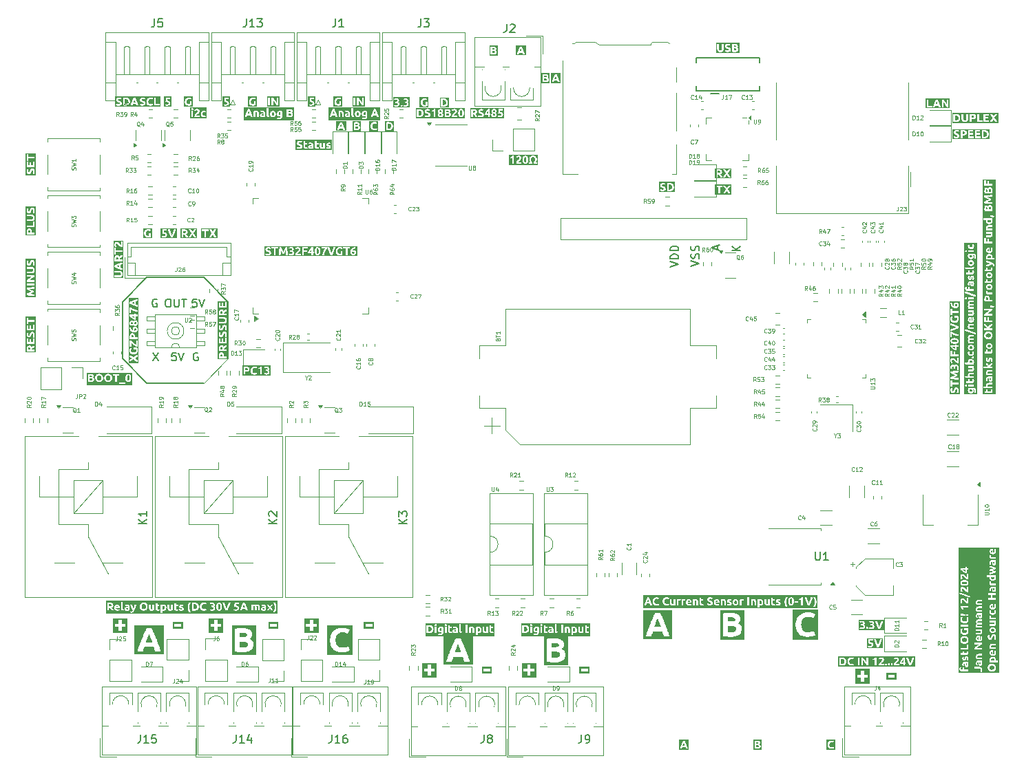
<source format=gbr>
%TF.GenerationSoftware,KiCad,Pcbnew,8.0.6*%
%TF.CreationDate,2024-12-11T15:10:48+01:00*%
%TF.ProjectId,fastLOGIC,66617374-4c4f-4474-9943-2e6b69636164,rev?*%
%TF.SameCoordinates,Original*%
%TF.FileFunction,Legend,Top*%
%TF.FilePolarity,Positive*%
%FSLAX46Y46*%
G04 Gerber Fmt 4.6, Leading zero omitted, Abs format (unit mm)*
G04 Created by KiCad (PCBNEW 8.0.6) date 2024-12-11 15:10:48*
%MOMM*%
%LPD*%
G01*
G04 APERTURE LIST*
%ADD10C,0.250000*%
%ADD11C,0.125000*%
%ADD12C,0.150000*%
%ADD13C,0.120000*%
G04 APERTURE END LIST*
D10*
G36*
X212496346Y-41873667D02*
G01*
X212515422Y-41920129D01*
X212529776Y-41956851D01*
X212548639Y-42003660D01*
X212552228Y-42012449D01*
X212570690Y-42059035D01*
X212588695Y-42106486D01*
X212596706Y-42127741D01*
X212614359Y-42175089D01*
X212632414Y-42224211D01*
X212355199Y-42224211D01*
X212363599Y-42201685D01*
X212381624Y-42154176D01*
X212399407Y-42108440D01*
X212403494Y-42098152D01*
X212421660Y-42051790D01*
X212439463Y-42005125D01*
X212453661Y-41967687D01*
X212471947Y-41919640D01*
X212474539Y-41912868D01*
X212492952Y-41866884D01*
X212496346Y-41873667D01*
G37*
G36*
X213115963Y-42740000D02*
G01*
X211879955Y-42740000D01*
X211879955Y-42615000D01*
X212004955Y-42615000D01*
X212232833Y-42615000D01*
X212234771Y-42608757D01*
X212250216Y-42561026D01*
X212267271Y-42511685D01*
X212268461Y-42508334D01*
X212286078Y-42459844D01*
X212304396Y-42411789D01*
X212684438Y-42411789D01*
X212685584Y-42414697D01*
X212704039Y-42463095D01*
X212721563Y-42511685D01*
X212723930Y-42518357D01*
X212740771Y-42567483D01*
X212756001Y-42615000D01*
X212990963Y-42615000D01*
X212977312Y-42576230D01*
X212960495Y-42528809D01*
X212943953Y-42482545D01*
X212924464Y-42428554D01*
X212905370Y-42376230D01*
X212886671Y-42325572D01*
X212883605Y-42317282D01*
X212865287Y-42268178D01*
X212847106Y-42220156D01*
X212829062Y-42173215D01*
X212811156Y-42127357D01*
X212790440Y-42075223D01*
X212778724Y-42046040D01*
X212758257Y-41995869D01*
X212737838Y-41946844D01*
X212717465Y-41898964D01*
X212697139Y-41852229D01*
X212685514Y-41825870D01*
X212665061Y-41780127D01*
X212644468Y-41734875D01*
X212623735Y-41690114D01*
X212602861Y-41645844D01*
X212393056Y-41645844D01*
X212380779Y-41671081D01*
X212359570Y-41715632D01*
X212338711Y-41760673D01*
X212318203Y-41806206D01*
X212298046Y-41852229D01*
X212286605Y-41878794D01*
X212266472Y-41926183D01*
X212246200Y-41974718D01*
X212225787Y-42024398D01*
X212205234Y-42075223D01*
X212202300Y-42082580D01*
X212181634Y-42134925D01*
X212163733Y-42180964D01*
X212147146Y-42224211D01*
X212145661Y-42228084D01*
X212127418Y-42276287D01*
X212109002Y-42325572D01*
X212093517Y-42367671D01*
X212074558Y-42419718D01*
X212055187Y-42473430D01*
X212038729Y-42519463D01*
X212021985Y-42566653D01*
X212004955Y-42615000D01*
X211879955Y-42615000D01*
X211879955Y-41520844D01*
X213115963Y-41520844D01*
X213115963Y-42740000D01*
G37*
G36*
X210091796Y-115895906D02*
G01*
X208325021Y-115895906D01*
X208325021Y-114829581D01*
X208547243Y-114829581D01*
X208547243Y-115173475D01*
X209017167Y-115173475D01*
X209017167Y-115673684D01*
X209400139Y-115673684D01*
X209400139Y-115173475D01*
X209869574Y-115173475D01*
X209869574Y-114829581D01*
X209400139Y-114829581D01*
X209400139Y-114329371D01*
X209017167Y-114329371D01*
X209017167Y-114829581D01*
X208547243Y-114829581D01*
X208325021Y-114829581D01*
X208325021Y-114107149D01*
X210091796Y-114107149D01*
X210091796Y-115895906D01*
G37*
G36*
X198741115Y-44835307D02*
G01*
X198794535Y-44842542D01*
X198841722Y-44855205D01*
X198888894Y-44876837D01*
X198932415Y-44910603D01*
X198958229Y-44942022D01*
X198981596Y-44985167D01*
X198997693Y-45035301D01*
X199005704Y-45083835D01*
X199008374Y-45137505D01*
X199007130Y-45172321D01*
X198998966Y-45228602D01*
X198983181Y-45278970D01*
X198959776Y-45323424D01*
X198928751Y-45361964D01*
X198923707Y-45366953D01*
X198883734Y-45397440D01*
X198835604Y-45420167D01*
X198787856Y-45433471D01*
X198734115Y-45441073D01*
X198684753Y-45443053D01*
X198635904Y-45442320D01*
X198600245Y-45440122D01*
X198600245Y-44837819D01*
X198645185Y-44834155D01*
X198691836Y-44833422D01*
X198741115Y-44835307D01*
G37*
G36*
X199359787Y-45755631D02*
G01*
X198255914Y-45755631D01*
X198255914Y-44669780D01*
X198380914Y-44669780D01*
X198380914Y-44837819D01*
X198380914Y-45605230D01*
X198433454Y-45614707D01*
X198486629Y-45621644D01*
X198535520Y-45625746D01*
X198569088Y-45627650D01*
X198622228Y-45629825D01*
X198673517Y-45630631D01*
X198697566Y-45630363D01*
X198751942Y-45627650D01*
X198803888Y-45622015D01*
X198853402Y-45613458D01*
X198907014Y-45600101D01*
X198951015Y-45585283D01*
X198997581Y-45564770D01*
X199040179Y-45540441D01*
X199083357Y-45508510D01*
X199109392Y-45484496D01*
X199144065Y-45444289D01*
X199173482Y-45399058D01*
X199195220Y-45354637D01*
X199200011Y-45342881D01*
X199216086Y-45293376D01*
X199227214Y-45239902D01*
X199232894Y-45189856D01*
X199234787Y-45136772D01*
X199234633Y-45120645D01*
X199231658Y-45066501D01*
X199224896Y-45015933D01*
X199212531Y-44962520D01*
X199195220Y-44913778D01*
X199182103Y-44885515D01*
X199154314Y-44838759D01*
X199121155Y-44797296D01*
X199082624Y-44761127D01*
X199049283Y-44736489D01*
X199002329Y-44709347D01*
X198956732Y-44689502D01*
X198907502Y-44673688D01*
X198888201Y-44668712D01*
X198834739Y-44657835D01*
X198785580Y-44651173D01*
X198734201Y-44647176D01*
X198680600Y-44645844D01*
X198637223Y-44646421D01*
X198588362Y-44648153D01*
X198539184Y-44650729D01*
X198534046Y-44651043D01*
X198483346Y-44655184D01*
X198433887Y-44661137D01*
X198380914Y-44669780D01*
X198255914Y-44669780D01*
X198255914Y-44520844D01*
X199359787Y-44520844D01*
X199359787Y-45755631D01*
G37*
G36*
X237667853Y-106441327D02*
G01*
X237713720Y-106459816D01*
X237752303Y-106495983D01*
X237757597Y-106503556D01*
X237780610Y-106550696D01*
X237792564Y-106601615D01*
X237796023Y-106654009D01*
X237795877Y-106666601D01*
X237790776Y-106723566D01*
X237775037Y-106778733D01*
X237743412Y-106824905D01*
X237697506Y-106851488D01*
X237646790Y-106858684D01*
X237632708Y-106858287D01*
X237582799Y-106850380D01*
X237576994Y-106848740D01*
X237531508Y-106829131D01*
X237531508Y-106443471D01*
X237570831Y-106438831D01*
X237573839Y-106438564D01*
X237622854Y-106436632D01*
X237667853Y-106441327D01*
G37*
G36*
X228882256Y-106437079D02*
G01*
X228930007Y-106449333D01*
X228931541Y-106450119D01*
X228970796Y-106481329D01*
X228971810Y-106482541D01*
X228994732Y-106525781D01*
X228995684Y-106528930D01*
X229004013Y-106577316D01*
X228726797Y-106577316D01*
X228727335Y-106574022D01*
X228739986Y-106525293D01*
X228741176Y-106522081D01*
X228766120Y-106479863D01*
X228768260Y-106477452D01*
X228808374Y-106448600D01*
X228819955Y-106443937D01*
X228868946Y-106436632D01*
X228882256Y-106437079D01*
G37*
G36*
X232295794Y-106437079D02*
G01*
X232343545Y-106449333D01*
X232345079Y-106450119D01*
X232384334Y-106481329D01*
X232385348Y-106482541D01*
X232408270Y-106525781D01*
X232409222Y-106528930D01*
X232417551Y-106577316D01*
X232140335Y-106577316D01*
X232140873Y-106574022D01*
X232153524Y-106525293D01*
X232154714Y-106522081D01*
X232179658Y-106479863D01*
X232181798Y-106477452D01*
X232221912Y-106448600D01*
X232233493Y-106443937D01*
X232282484Y-106436632D01*
X232295794Y-106437079D01*
G37*
G36*
X234635635Y-106438599D02*
G01*
X234683436Y-106456351D01*
X234720272Y-106492564D01*
X234724975Y-106499719D01*
X234745416Y-106544901D01*
X234756035Y-106594542D01*
X234759107Y-106646193D01*
X234758955Y-106658248D01*
X234754518Y-106708598D01*
X234742382Y-106757065D01*
X234720272Y-106801287D01*
X234701800Y-106823652D01*
X234659059Y-106850613D01*
X234609875Y-106858684D01*
X234580097Y-106855938D01*
X234532919Y-106836263D01*
X234498744Y-106801287D01*
X234493982Y-106793955D01*
X234473284Y-106748001D01*
X234462531Y-106697960D01*
X234459421Y-106646193D01*
X234459459Y-106640128D01*
X234463261Y-106589211D01*
X234474782Y-106540386D01*
X234498744Y-106492564D01*
X234517586Y-106470770D01*
X234560702Y-106444498D01*
X234609875Y-106436632D01*
X234635635Y-106438599D01*
G37*
G36*
X241448540Y-106204053D02*
G01*
X241493371Y-106226095D01*
X241513305Y-106248808D01*
X241535625Y-106293750D01*
X241537516Y-106299249D01*
X241550308Y-106347838D01*
X241558095Y-106397065D01*
X241561194Y-106427702D01*
X241564182Y-106476807D01*
X241565178Y-106529689D01*
X241564839Y-106561043D01*
X241562681Y-106612019D01*
X241558095Y-106663290D01*
X241557177Y-106670766D01*
X241548936Y-106719466D01*
X241535625Y-106767337D01*
X241523690Y-106794918D01*
X241493371Y-106834748D01*
X241475491Y-106847371D01*
X241427425Y-106858684D01*
X241406231Y-106856791D01*
X241361724Y-106834748D01*
X241342301Y-106812076D01*
X241319714Y-106767337D01*
X241317734Y-106761807D01*
X241304438Y-106712898D01*
X241296511Y-106663290D01*
X241293412Y-106632225D01*
X241290424Y-106582709D01*
X241289428Y-106529689D01*
X241289767Y-106498382D01*
X241291925Y-106447703D01*
X241296511Y-106397065D01*
X241297432Y-106389649D01*
X241305853Y-106341317D01*
X241319714Y-106293750D01*
X241331951Y-106266031D01*
X241361724Y-106226095D01*
X241379369Y-106213473D01*
X241427425Y-106202159D01*
X241448540Y-106204053D01*
G37*
G36*
X223858035Y-106273667D02*
G01*
X223877111Y-106320129D01*
X223891465Y-106356851D01*
X223910328Y-106403660D01*
X223913917Y-106412449D01*
X223932379Y-106459035D01*
X223950384Y-106506486D01*
X223958395Y-106527741D01*
X223976048Y-106575089D01*
X223994103Y-106624211D01*
X223716888Y-106624211D01*
X223725288Y-106601685D01*
X223743313Y-106554176D01*
X223761096Y-106508440D01*
X223765183Y-106498152D01*
X223783349Y-106451790D01*
X223801152Y-106405125D01*
X223815350Y-106367687D01*
X223833636Y-106319640D01*
X223836228Y-106312868D01*
X223854641Y-106266884D01*
X223858035Y-106273667D01*
G37*
G36*
X244676535Y-107405736D02*
G01*
X223241644Y-107405736D01*
X223241644Y-107015000D01*
X223366644Y-107015000D01*
X223594522Y-107015000D01*
X223596460Y-107008757D01*
X223611905Y-106961026D01*
X223628960Y-106911685D01*
X223630150Y-106908334D01*
X223647767Y-106859844D01*
X223666085Y-106811789D01*
X224046127Y-106811789D01*
X224047273Y-106814697D01*
X224065728Y-106863095D01*
X224083252Y-106911685D01*
X224085619Y-106918357D01*
X224102460Y-106967483D01*
X224117690Y-107015000D01*
X224352652Y-107015000D01*
X224339001Y-106976230D01*
X224322184Y-106928809D01*
X224305642Y-106882545D01*
X224286153Y-106828554D01*
X224267059Y-106776230D01*
X224248360Y-106725572D01*
X224245294Y-106717282D01*
X224226976Y-106668178D01*
X224208795Y-106620156D01*
X224190751Y-106573215D01*
X224174328Y-106531154D01*
X224396860Y-106531154D01*
X224396981Y-106546008D01*
X224399895Y-106603288D01*
X224406694Y-106657157D01*
X224417378Y-106707614D01*
X224431946Y-106754660D01*
X224455620Y-106808669D01*
X224485365Y-106857347D01*
X224521180Y-106900694D01*
X224529075Y-106908688D01*
X224571875Y-106944852D01*
X224620209Y-106974672D01*
X224674076Y-106998147D01*
X224721153Y-107012359D01*
X224771773Y-107022510D01*
X224825934Y-107028601D01*
X224883636Y-107030631D01*
X224924365Y-107029841D01*
X224975733Y-107026330D01*
X225029507Y-107019023D01*
X225079030Y-107008161D01*
X225118903Y-106996468D01*
X225165951Y-106979293D01*
X225209944Y-106957358D01*
X225149616Y-106788098D01*
X225108828Y-106806416D01*
X225104552Y-106808231D01*
X225056804Y-106824002D01*
X225037498Y-106828672D01*
X224989149Y-106837435D01*
X224954107Y-106841275D01*
X224903420Y-106843053D01*
X224871263Y-106841884D01*
X224821139Y-106834442D01*
X224773971Y-106818628D01*
X224764120Y-106813894D01*
X224722860Y-106787714D01*
X224687265Y-106752194D01*
X224681241Y-106744178D01*
X224655889Y-106699910D01*
X224639393Y-106652299D01*
X224633683Y-106626435D01*
X224626799Y-106576107D01*
X224624912Y-106531154D01*
X225639568Y-106531154D01*
X225639689Y-106546008D01*
X225642603Y-106603288D01*
X225649401Y-106657157D01*
X225660085Y-106707614D01*
X225674654Y-106754660D01*
X225698328Y-106808669D01*
X225728072Y-106857347D01*
X225763887Y-106900694D01*
X225771783Y-106908688D01*
X225814583Y-106944852D01*
X225862916Y-106974672D01*
X225916783Y-106998147D01*
X225963861Y-107012359D01*
X226014480Y-107022510D01*
X226068641Y-107028601D01*
X226126344Y-107030631D01*
X226167073Y-107029841D01*
X226218440Y-107026330D01*
X226272214Y-107019023D01*
X226321738Y-107008161D01*
X226361610Y-106996468D01*
X226408659Y-106979293D01*
X226452652Y-106957358D01*
X226392324Y-106788098D01*
X226351535Y-106806416D01*
X226347260Y-106808231D01*
X226299512Y-106824002D01*
X226280206Y-106828672D01*
X226231856Y-106837435D01*
X226196814Y-106841275D01*
X226146127Y-106843053D01*
X226113970Y-106841884D01*
X226063847Y-106834442D01*
X226016678Y-106818628D01*
X226006827Y-106813894D01*
X225965568Y-106787714D01*
X225929972Y-106752194D01*
X225923949Y-106744178D01*
X225898597Y-106699910D01*
X225894794Y-106688935D01*
X226548639Y-106688935D01*
X226549601Y-106725770D01*
X226554650Y-106778103D01*
X226564027Y-106826933D01*
X226569418Y-106846125D01*
X226588181Y-106892062D01*
X226616050Y-106935132D01*
X226628131Y-106948763D01*
X226668683Y-106981729D01*
X226715213Y-107005474D01*
X226723182Y-107008520D01*
X226771414Y-107021762D01*
X226821722Y-107028641D01*
X226872261Y-107030631D01*
X226895331Y-107030421D01*
X226946260Y-107028414D01*
X226995838Y-107024282D01*
X227049337Y-107017198D01*
X227089653Y-107010359D01*
X227138755Y-107000557D01*
X227187334Y-106988377D01*
X227187334Y-106319640D01*
X227380286Y-106319640D01*
X227380286Y-107015000D01*
X227589847Y-107015000D01*
X227589847Y-106447868D01*
X227631368Y-106440296D01*
X227678507Y-106436632D01*
X227710472Y-106437732D01*
X227760084Y-106444448D01*
X227778509Y-106448310D01*
X227826274Y-106459347D01*
X227855772Y-106319640D01*
X227970377Y-106319640D01*
X227970377Y-107015000D01*
X228179937Y-107015000D01*
X228179937Y-106653276D01*
X228511619Y-106653276D01*
X228513885Y-106702272D01*
X228521612Y-106753689D01*
X228534822Y-106802508D01*
X228548011Y-106835908D01*
X228573748Y-106881658D01*
X228606630Y-106922187D01*
X228639464Y-106951558D01*
X228681257Y-106979073D01*
X228728995Y-107001566D01*
X228747844Y-107008378D01*
X228798539Y-107021435D01*
X228848528Y-107028332D01*
X228902652Y-107030631D01*
X228932293Y-107030013D01*
X228981542Y-107026235D01*
X229005642Y-107023425D01*
X229055304Y-107015732D01*
X229070067Y-107012956D01*
X229117830Y-107001322D01*
X229163015Y-106984225D01*
X229134927Y-106822292D01*
X229091767Y-106837262D01*
X229044069Y-106848182D01*
X229030173Y-106850643D01*
X228981000Y-106856674D01*
X228930984Y-106858684D01*
X228883186Y-106855689D01*
X228832638Y-106843896D01*
X228787369Y-106820826D01*
X228771787Y-106808270D01*
X228740211Y-106766195D01*
X228726797Y-106718000D01*
X229202582Y-106718000D01*
X229205269Y-106679898D01*
X229206734Y-106640087D01*
X229205929Y-106606207D01*
X229201010Y-106553243D01*
X229189203Y-106495463D01*
X229170957Y-106443986D01*
X229146270Y-106398812D01*
X229115143Y-106359940D01*
X229072012Y-106322824D01*
X229043948Y-106306939D01*
X229363538Y-106306939D01*
X229363538Y-107015000D01*
X229573099Y-107015000D01*
X229573099Y-106443471D01*
X229618039Y-106438831D01*
X229665911Y-106436632D01*
X229679240Y-106437004D01*
X229727521Y-106447196D01*
X229765806Y-106478886D01*
X229782178Y-106518889D01*
X229790548Y-106570161D01*
X229792673Y-106622501D01*
X229792673Y-107015000D01*
X230002233Y-107015000D01*
X230002233Y-106600764D01*
X230001256Y-106564020D01*
X229996127Y-106512168D01*
X229986602Y-106464232D01*
X229982423Y-106449112D01*
X229962568Y-106400399D01*
X229934578Y-106358230D01*
X229922561Y-106344758D01*
X229882063Y-106312300D01*
X229835415Y-106289110D01*
X229827476Y-106286152D01*
X229779373Y-106273296D01*
X229729131Y-106266617D01*
X229678611Y-106264685D01*
X229655538Y-106264895D01*
X229604572Y-106266903D01*
X229554920Y-106271035D01*
X229501291Y-106278119D01*
X229461083Y-106284958D01*
X229412077Y-106294760D01*
X229363538Y-106306939D01*
X229043948Y-106306939D01*
X229022546Y-106294825D01*
X228975104Y-106278081D01*
X228923009Y-106268034D01*
X228866260Y-106264685D01*
X228832661Y-106266243D01*
X228783122Y-106274417D01*
X228734613Y-106289598D01*
X228703533Y-106303520D01*
X228660348Y-106329898D01*
X228621284Y-106362871D01*
X228592438Y-106395457D01*
X228564949Y-106436757D01*
X228541905Y-106483771D01*
X228534807Y-106502288D01*
X228521202Y-106551919D01*
X228517458Y-106577316D01*
X228514015Y-106600665D01*
X228511619Y-106653276D01*
X228179937Y-106653276D01*
X228179937Y-106447868D01*
X228221459Y-106440296D01*
X228268598Y-106436632D01*
X228300563Y-106437732D01*
X228350175Y-106444448D01*
X228368600Y-106448310D01*
X228416364Y-106459347D01*
X228451535Y-106292773D01*
X228410747Y-106280806D01*
X228362875Y-106272501D01*
X228315004Y-106266884D01*
X228274215Y-106264685D01*
X228256693Y-106264840D01*
X228205980Y-106267158D01*
X228152895Y-106272997D01*
X228103245Y-106282271D01*
X228070674Y-106290070D01*
X228019406Y-106303929D01*
X227970377Y-106319640D01*
X227855772Y-106319640D01*
X227861445Y-106292773D01*
X227820656Y-106280806D01*
X227772785Y-106272501D01*
X227724913Y-106266884D01*
X227684124Y-106264685D01*
X227666602Y-106264840D01*
X227615889Y-106267158D01*
X227562804Y-106272997D01*
X227513154Y-106282271D01*
X227480583Y-106290070D01*
X227429315Y-106303929D01*
X227380286Y-106319640D01*
X227187334Y-106319640D01*
X227187334Y-106280317D01*
X226977774Y-106280317D01*
X226977774Y-106851601D01*
X226932589Y-106856730D01*
X226884962Y-106858684D01*
X226871675Y-106858289D01*
X226823474Y-106847449D01*
X226785066Y-106813743D01*
X226768843Y-106771955D01*
X226760550Y-106719770D01*
X226758444Y-106667198D01*
X226758444Y-106280317D01*
X226548639Y-106280317D01*
X226548639Y-106688935D01*
X225894794Y-106688935D01*
X225882101Y-106652299D01*
X225876391Y-106626435D01*
X225869507Y-106576107D01*
X225867446Y-106527002D01*
X225869224Y-106481751D01*
X225876224Y-106431900D01*
X225889916Y-106384364D01*
X225894261Y-106373519D01*
X225917996Y-106327958D01*
X225949756Y-106288377D01*
X225989873Y-106256381D01*
X226035485Y-106234644D01*
X226084578Y-106222004D01*
X226134648Y-106217791D01*
X226167109Y-106218597D01*
X226219167Y-106223732D01*
X226270447Y-106234644D01*
X226281536Y-106237866D01*
X226329821Y-106254549D01*
X226375227Y-106275432D01*
X226438730Y-106104706D01*
X226421328Y-106095425D01*
X230181019Y-106095425D01*
X230181019Y-106713360D01*
X230181650Y-106743954D01*
X230185669Y-106793573D01*
X230194208Y-106843297D01*
X230196905Y-106854135D01*
X230214202Y-106900685D01*
X230241347Y-106943192D01*
X230247908Y-106950773D01*
X230286573Y-106983910D01*
X230331473Y-107007672D01*
X230373754Y-107020744D01*
X230423019Y-107028389D01*
X230473866Y-107030631D01*
X230486321Y-107030532D01*
X230536026Y-107027822D01*
X230587683Y-107019396D01*
X230624018Y-107009582D01*
X230672191Y-106992773D01*
X230665294Y-106955893D01*
X231099128Y-106955893D01*
X231102917Y-106958012D01*
X231147732Y-106979829D01*
X231168874Y-106988387D01*
X231216609Y-107003764D01*
X231259656Y-107014145D01*
X231308688Y-107022815D01*
X231325256Y-107025067D01*
X231374944Y-107029341D01*
X231425436Y-107030631D01*
X231460758Y-107029983D01*
X231515821Y-107026021D01*
X231566126Y-107018458D01*
X231620211Y-107004627D01*
X231667443Y-106985611D01*
X231713887Y-106956870D01*
X231736327Y-106937433D01*
X231768397Y-106898920D01*
X231791304Y-106854680D01*
X231805049Y-106804713D01*
X231809630Y-106749019D01*
X231809344Y-106732120D01*
X231804460Y-106681628D01*
X231796982Y-106653276D01*
X231925157Y-106653276D01*
X231927423Y-106702272D01*
X231935150Y-106753689D01*
X231948360Y-106802508D01*
X231961549Y-106835908D01*
X231987286Y-106881658D01*
X232020168Y-106922187D01*
X232053002Y-106951558D01*
X232094795Y-106979073D01*
X232142533Y-107001566D01*
X232161382Y-107008378D01*
X232212077Y-107021435D01*
X232262066Y-107028332D01*
X232316190Y-107030631D01*
X232345831Y-107030013D01*
X232395080Y-107026235D01*
X232419180Y-107023425D01*
X232468842Y-107015732D01*
X232483605Y-107012956D01*
X232531368Y-107001322D01*
X232576553Y-106984225D01*
X232548465Y-106822292D01*
X232505306Y-106837262D01*
X232457607Y-106848182D01*
X232443711Y-106850643D01*
X232394538Y-106856674D01*
X232344522Y-106858684D01*
X232296725Y-106855689D01*
X232246176Y-106843896D01*
X232200907Y-106820826D01*
X232185325Y-106808270D01*
X232153749Y-106766195D01*
X232140335Y-106718000D01*
X232616120Y-106718000D01*
X232618807Y-106679898D01*
X232620272Y-106640087D01*
X232619467Y-106606207D01*
X232614548Y-106553243D01*
X232602741Y-106495463D01*
X232584495Y-106443986D01*
X232559808Y-106398812D01*
X232528681Y-106359940D01*
X232485550Y-106322824D01*
X232457486Y-106306939D01*
X232777076Y-106306939D01*
X232777076Y-107015000D01*
X232986637Y-107015000D01*
X232986637Y-106443471D01*
X233031577Y-106438831D01*
X233079449Y-106436632D01*
X233092778Y-106437004D01*
X233141059Y-106447196D01*
X233179344Y-106478886D01*
X233195716Y-106518889D01*
X233204086Y-106570161D01*
X233206211Y-106622501D01*
X233206211Y-107015000D01*
X233415771Y-107015000D01*
X233415771Y-106985446D01*
X233558165Y-106985446D01*
X233599338Y-106999940D01*
X233648779Y-107013778D01*
X233657090Y-107015819D01*
X233707405Y-107024690D01*
X233759907Y-107029298D01*
X233812666Y-107030631D01*
X233849215Y-107029685D01*
X233900045Y-107024716D01*
X233953291Y-107013536D01*
X234000015Y-106996559D01*
X234045429Y-106970059D01*
X234081440Y-106936170D01*
X234109654Y-106889433D01*
X234123801Y-106840233D01*
X234127739Y-106791273D01*
X234126006Y-106752607D01*
X234117237Y-106703346D01*
X234107162Y-106675765D01*
X234088253Y-106646193D01*
X234245464Y-106646193D01*
X234245490Y-106651537D01*
X234248610Y-106703429D01*
X234256930Y-106752506D01*
X234272087Y-106803241D01*
X234288861Y-106841598D01*
X234313875Y-106884070D01*
X234346825Y-106924874D01*
X234371936Y-106948718D01*
X234414011Y-106979103D01*
X234461375Y-107003032D01*
X234509116Y-107018745D01*
X234560320Y-107027936D01*
X234609875Y-107030631D01*
X234660178Y-107027936D01*
X234711820Y-107018745D01*
X234759595Y-107003032D01*
X234791866Y-106987797D01*
X234835807Y-106959564D01*
X234874390Y-106924874D01*
X234899521Y-106894812D01*
X234927439Y-106849680D01*
X234947418Y-106803241D01*
X234948981Y-106798769D01*
X234962897Y-106747725D01*
X234970339Y-106698366D01*
X234972819Y-106646193D01*
X234972793Y-106640850D01*
X234969645Y-106589072D01*
X234961249Y-106540300D01*
X234945953Y-106490122D01*
X234929297Y-106452059D01*
X234904374Y-106409999D01*
X234871459Y-106369710D01*
X234846332Y-106346186D01*
X234809125Y-106319640D01*
X235129623Y-106319640D01*
X235129623Y-107015000D01*
X235339184Y-107015000D01*
X236069958Y-107015000D01*
X236289288Y-107015000D01*
X236289288Y-106306939D01*
X236497383Y-106306939D01*
X236497383Y-107015000D01*
X236706944Y-107015000D01*
X236706944Y-106443471D01*
X236751884Y-106438831D01*
X236799756Y-106436632D01*
X236813085Y-106437004D01*
X236861366Y-106447196D01*
X236899651Y-106478886D01*
X236916023Y-106518889D01*
X236924393Y-106570161D01*
X236926518Y-106622501D01*
X236926518Y-107015000D01*
X237136078Y-107015000D01*
X237136078Y-106600764D01*
X237135101Y-106564020D01*
X237129972Y-106512168D01*
X237120447Y-106464232D01*
X237116268Y-106449112D01*
X237096413Y-106400399D01*
X237068423Y-106358230D01*
X237056407Y-106344758D01*
X237015908Y-106312300D01*
X237005124Y-106306939D01*
X237321947Y-106306939D01*
X237321947Y-106443471D01*
X237321947Y-107280736D01*
X237531508Y-107280736D01*
X237531508Y-106998147D01*
X237556005Y-107008028D01*
X237604536Y-107022083D01*
X237636421Y-107027617D01*
X237686357Y-107030631D01*
X237729166Y-107028429D01*
X237777605Y-107019755D01*
X237825576Y-107002787D01*
X237847595Y-106991473D01*
X237890531Y-106961597D01*
X237926937Y-106924385D01*
X237946094Y-106898007D01*
X237970194Y-106853860D01*
X237988730Y-106804218D01*
X237990037Y-106799837D01*
X238001679Y-106749664D01*
X238007904Y-106700897D01*
X238008383Y-106688935D01*
X238159944Y-106688935D01*
X238160906Y-106725770D01*
X238165955Y-106778103D01*
X238175332Y-106826933D01*
X238180723Y-106846125D01*
X238199486Y-106892062D01*
X238227355Y-106935132D01*
X238239436Y-106948763D01*
X238279988Y-106981729D01*
X238326518Y-107005474D01*
X238334487Y-107008520D01*
X238382719Y-107021762D01*
X238433027Y-107028641D01*
X238483566Y-107030631D01*
X238506636Y-107030421D01*
X238557565Y-107028414D01*
X238607143Y-107024282D01*
X238660642Y-107017198D01*
X238700958Y-107010359D01*
X238750060Y-107000557D01*
X238798639Y-106988377D01*
X238798639Y-106280317D01*
X238589079Y-106280317D01*
X238589079Y-106851601D01*
X238543894Y-106856730D01*
X238496267Y-106858684D01*
X238482980Y-106858289D01*
X238434779Y-106847449D01*
X238396371Y-106813743D01*
X238380148Y-106771955D01*
X238371855Y-106719770D01*
X238369749Y-106667198D01*
X238369749Y-106280317D01*
X238159944Y-106280317D01*
X238159944Y-106688935D01*
X238008383Y-106688935D01*
X238009979Y-106649124D01*
X238009954Y-106643629D01*
X238006891Y-106590497D01*
X237998724Y-106540656D01*
X237983845Y-106489633D01*
X237967428Y-106451236D01*
X237942324Y-106408976D01*
X237908618Y-106368733D01*
X237875717Y-106339939D01*
X237834402Y-106313335D01*
X237787718Y-106292041D01*
X237774083Y-106287152D01*
X237726150Y-106274329D01*
X237674401Y-106266849D01*
X237624564Y-106264685D01*
X237595507Y-106265201D01*
X237544941Y-106268349D01*
X237514006Y-106271223D01*
X237463364Y-106277386D01*
X237436229Y-106281508D01*
X237386671Y-106290819D01*
X237371052Y-106294179D01*
X237321947Y-106306939D01*
X237005124Y-106306939D01*
X236969260Y-106289110D01*
X236961321Y-106286152D01*
X236913218Y-106273296D01*
X236862976Y-106266617D01*
X236812457Y-106264685D01*
X236789383Y-106264895D01*
X236738417Y-106266903D01*
X236688765Y-106271035D01*
X236635136Y-106278119D01*
X236594928Y-106284958D01*
X236545922Y-106294760D01*
X236497383Y-106306939D01*
X236289288Y-106306939D01*
X236289288Y-106095425D01*
X238984508Y-106095425D01*
X238984508Y-106713360D01*
X238985139Y-106743954D01*
X238989158Y-106793573D01*
X238997697Y-106843297D01*
X239000394Y-106854135D01*
X239017692Y-106900685D01*
X239044836Y-106943192D01*
X239051397Y-106950773D01*
X239090062Y-106983910D01*
X239134962Y-107007672D01*
X239177243Y-107020744D01*
X239226508Y-107028389D01*
X239277355Y-107030631D01*
X239289810Y-107030532D01*
X239339515Y-107027822D01*
X239391173Y-107019396D01*
X239427507Y-107009582D01*
X239475681Y-106992773D01*
X239474311Y-106985446D01*
X239569470Y-106985446D01*
X239610643Y-106999940D01*
X239660084Y-107013778D01*
X239668395Y-107015819D01*
X239718710Y-107024690D01*
X239771212Y-107029298D01*
X239823971Y-107030631D01*
X239860520Y-107029685D01*
X239911350Y-107024716D01*
X239964596Y-107013536D01*
X240011320Y-106996559D01*
X240056734Y-106970059D01*
X240092745Y-106936170D01*
X240120958Y-106889433D01*
X240135105Y-106840233D01*
X240139044Y-106791273D01*
X240137311Y-106752607D01*
X240128542Y-106703346D01*
X240118467Y-106675765D01*
X240091905Y-106634225D01*
X240065559Y-106610169D01*
X240046317Y-106600764D01*
X240628018Y-106600764D01*
X240628271Y-106625100D01*
X240631115Y-106685173D01*
X240637120Y-106744149D01*
X240646285Y-106802028D01*
X240658611Y-106858810D01*
X240674097Y-106914495D01*
X240692743Y-106969082D01*
X240701048Y-106990535D01*
X240723689Y-107043016D01*
X240749014Y-107093852D01*
X240777022Y-107143041D01*
X240807713Y-107190585D01*
X240841088Y-107236483D01*
X240877146Y-107280736D01*
X241023447Y-107186458D01*
X241007888Y-107163793D01*
X240978481Y-107116842D01*
X240951359Y-107067726D01*
X240926521Y-107016446D01*
X240903966Y-106963003D01*
X240886916Y-106916814D01*
X240880616Y-106897977D01*
X240866645Y-106850349D01*
X240855214Y-106801959D01*
X240846323Y-106752805D01*
X240839972Y-106702888D01*
X240836162Y-106652207D01*
X240834892Y-106600764D01*
X240835095Y-106580095D01*
X240837348Y-106529689D01*
X241075715Y-106529689D01*
X241077177Y-106588498D01*
X241081562Y-106643781D01*
X241088870Y-106695537D01*
X241102116Y-106755274D01*
X241119930Y-106809502D01*
X241142311Y-106858219D01*
X241169260Y-106901427D01*
X241187425Y-106924517D01*
X241227502Y-106963884D01*
X241272576Y-106994166D01*
X241322648Y-107015364D01*
X241377717Y-107027477D01*
X241427425Y-107030631D01*
X241447725Y-107030126D01*
X241505293Y-107022556D01*
X241557863Y-107005900D01*
X241605436Y-106980161D01*
X241648012Y-106945336D01*
X241685590Y-106901427D01*
X241691345Y-106893226D01*
X241717381Y-106848916D01*
X241738848Y-106799097D01*
X241755749Y-106743768D01*
X241765980Y-106695537D01*
X241767223Y-106686737D01*
X241858270Y-106686737D01*
X242266155Y-106686737D01*
X242266155Y-106499159D01*
X241858270Y-106499159D01*
X241858270Y-106686737D01*
X241767223Y-106686737D01*
X241773288Y-106643781D01*
X241777673Y-106588498D01*
X241779135Y-106529689D01*
X241777673Y-106471227D01*
X241773288Y-106416253D01*
X241765980Y-106364768D01*
X241752734Y-106305316D01*
X241734920Y-106251314D01*
X241733878Y-106249054D01*
X242397314Y-106249054D01*
X242460572Y-106405369D01*
X242469847Y-106402062D01*
X242516927Y-106383851D01*
X242561933Y-106364337D01*
X242568398Y-106361325D01*
X242614451Y-106337526D01*
X242656211Y-106311580D01*
X242656211Y-107015000D01*
X242865771Y-107015000D01*
X242865771Y-106045844D01*
X243108304Y-106045844D01*
X243110240Y-106051217D01*
X243128731Y-106102325D01*
X243146790Y-106151906D01*
X243163843Y-106198496D01*
X243182066Y-106248077D01*
X243201235Y-106299785D01*
X243221128Y-106352756D01*
X243238757Y-106399164D01*
X243256918Y-106446499D01*
X243275611Y-106494762D01*
X243281953Y-106510985D01*
X243301241Y-106559792D01*
X243320925Y-106608805D01*
X243341003Y-106658023D01*
X243361476Y-106707448D01*
X243382345Y-106757079D01*
X243389402Y-106773628D01*
X243410631Y-106822933D01*
X243431946Y-106871722D01*
X243453347Y-106919997D01*
X243474834Y-106967756D01*
X243496406Y-107015000D01*
X243707432Y-107015000D01*
X243714661Y-106999279D01*
X243736268Y-106951786D01*
X243757755Y-106903796D01*
X243779121Y-106855307D01*
X243800367Y-106806320D01*
X243821494Y-106756835D01*
X243828523Y-106740268D01*
X243849337Y-106690706D01*
X243869739Y-106641350D01*
X243889729Y-106592200D01*
X243909306Y-106543256D01*
X243928472Y-106494518D01*
X243947139Y-106446347D01*
X243965223Y-106399103D01*
X243982722Y-106352787D01*
X244002401Y-106299923D01*
X244021284Y-106248321D01*
X244023915Y-106241070D01*
X244041785Y-106191977D01*
X244058697Y-106145807D01*
X244076851Y-106096619D01*
X244095778Y-106045844D01*
X243862282Y-106045844D01*
X243851569Y-106075989D01*
X243834823Y-106123653D01*
X243817265Y-106174255D01*
X243800977Y-106221699D01*
X243784399Y-106270181D01*
X243767638Y-106318663D01*
X243750694Y-106367145D01*
X243733566Y-106415628D01*
X243718558Y-106457580D01*
X243701549Y-106504639D01*
X243684692Y-106550751D01*
X243665911Y-106601496D01*
X243661814Y-106612519D01*
X243643992Y-106659876D01*
X243625369Y-106708191D01*
X243606316Y-106756102D01*
X243602758Y-106747741D01*
X243582610Y-106698614D01*
X243563443Y-106649346D01*
X243545499Y-106601252D01*
X243531289Y-106561982D01*
X243512710Y-106510394D01*
X243495903Y-106463499D01*
X243478821Y-106415628D01*
X243461693Y-106367145D01*
X243444749Y-106318663D01*
X243427988Y-106270181D01*
X243411410Y-106221699D01*
X243403239Y-106197687D01*
X243385385Y-106145780D01*
X243368266Y-106096810D01*
X243350105Y-106045844D01*
X243108304Y-106045844D01*
X242865771Y-106045844D01*
X242719470Y-106045844D01*
X242688672Y-106075547D01*
X242649616Y-106107393D01*
X242610110Y-106135542D01*
X242568772Y-106162348D01*
X242526152Y-106187444D01*
X242482310Y-106210464D01*
X242444283Y-106228549D01*
X242397314Y-106249054D01*
X241733878Y-106249054D01*
X241712539Y-106202763D01*
X241685590Y-106159661D01*
X241667425Y-106136527D01*
X241627349Y-106097086D01*
X241582274Y-106066746D01*
X241532203Y-106045509D01*
X241477134Y-106033373D01*
X241427425Y-106030212D01*
X241378858Y-106033456D01*
X241328905Y-106044518D01*
X241282589Y-106063429D01*
X241243925Y-106087171D01*
X241205527Y-106120175D01*
X241171459Y-106160394D01*
X241160197Y-106176728D01*
X241135014Y-106221569D01*
X241115980Y-106266821D01*
X241100384Y-106316709D01*
X241098866Y-106322522D01*
X241088459Y-106370981D01*
X241081136Y-106422921D01*
X241076896Y-106478341D01*
X241075715Y-106529689D01*
X240837348Y-106529689D01*
X240837381Y-106528956D01*
X240842208Y-106478581D01*
X240849574Y-106428969D01*
X240859481Y-106380121D01*
X240871928Y-106332035D01*
X240886916Y-106284713D01*
X240893546Y-106266057D01*
X240914958Y-106211532D01*
X240938654Y-106159171D01*
X240964635Y-106108973D01*
X240992899Y-106060939D01*
X241023447Y-106015069D01*
X244156350Y-106015069D01*
X244171910Y-106037734D01*
X244201317Y-106084686D01*
X244228439Y-106133801D01*
X244253277Y-106185081D01*
X244275832Y-106238524D01*
X244292882Y-106284713D01*
X244299182Y-106303551D01*
X244313153Y-106351178D01*
X244324584Y-106399569D01*
X244333475Y-106448722D01*
X244339826Y-106498640D01*
X244343636Y-106549320D01*
X244344906Y-106600764D01*
X244344703Y-106621433D01*
X244342417Y-106672571D01*
X244337590Y-106722946D01*
X244330223Y-106772558D01*
X244320317Y-106821407D01*
X244307870Y-106869492D01*
X244292882Y-106916814D01*
X244286252Y-106935470D01*
X244264840Y-106989995D01*
X244241144Y-107042357D01*
X244215163Y-107092554D01*
X244186899Y-107140588D01*
X244156350Y-107186458D01*
X244302652Y-107280736D01*
X244317368Y-107263232D01*
X244352287Y-107218322D01*
X244384534Y-107171765D01*
X244414111Y-107123563D01*
X244441016Y-107073715D01*
X244465249Y-107022221D01*
X244486811Y-106969082D01*
X244494649Y-106947379D01*
X244512031Y-106892352D01*
X244526252Y-106836229D01*
X244537314Y-106779008D01*
X244545215Y-106720691D01*
X244549955Y-106661276D01*
X244551535Y-106600764D01*
X244551283Y-106576428D01*
X244548438Y-106516366D01*
X244542434Y-106457412D01*
X244533268Y-106399568D01*
X244520943Y-106342833D01*
X244505457Y-106287207D01*
X244486811Y-106232690D01*
X244478507Y-106211207D01*
X244455876Y-106158660D01*
X244430574Y-106107771D01*
X244402601Y-106058540D01*
X244371956Y-106010966D01*
X244338640Y-105965050D01*
X244302652Y-105920792D01*
X244156350Y-106015069D01*
X241023447Y-106015069D01*
X240877146Y-105920792D01*
X240862401Y-105938296D01*
X240827416Y-105983217D01*
X240795115Y-106029796D01*
X240765497Y-106078033D01*
X240738562Y-106127928D01*
X240714311Y-106179480D01*
X240692743Y-106232690D01*
X240684905Y-106254363D01*
X240667523Y-106309324D01*
X240653301Y-106365394D01*
X240642240Y-106422572D01*
X240634339Y-106480860D01*
X240629599Y-106540257D01*
X240628018Y-106600764D01*
X240046317Y-106600764D01*
X240020831Y-106588307D01*
X240003136Y-106582712D01*
X239955305Y-106569588D01*
X239907013Y-106558265D01*
X239898770Y-106556334D01*
X239851326Y-106544099D01*
X239816888Y-106528956D01*
X239800035Y-106510882D01*
X239795883Y-106489145D01*
X239800593Y-106468683D01*
X239842406Y-106441761D01*
X239894313Y-106436632D01*
X239942098Y-106438779D01*
X239990544Y-106446402D01*
X240021892Y-106454142D01*
X240070168Y-106468872D01*
X240106804Y-106302543D01*
X240104490Y-106301675D01*
X240057551Y-106287499D01*
X240008130Y-106276653D01*
X239980827Y-106271990D01*
X239928694Y-106266368D01*
X239878926Y-106264685D01*
X239862267Y-106264933D01*
X239807510Y-106269689D01*
X239758270Y-106280500D01*
X239708749Y-106300269D01*
X239666434Y-106327944D01*
X239640122Y-106353181D01*
X239610861Y-106397056D01*
X239593848Y-106448158D01*
X239589009Y-106499647D01*
X239591954Y-106545335D01*
X239604397Y-106595146D01*
X239617872Y-106623276D01*
X239648116Y-106663290D01*
X239670865Y-106682524D01*
X239716260Y-106704811D01*
X239756027Y-106716732D01*
X239805897Y-106729724D01*
X239855031Y-106743916D01*
X239899930Y-106763674D01*
X239901839Y-106764809D01*
X239930949Y-106806172D01*
X239907013Y-106847937D01*
X239874651Y-106855997D01*
X239825436Y-106858684D01*
X239815163Y-106858579D01*
X239763346Y-106854897D01*
X239714306Y-106846716D01*
X239700304Y-106843579D01*
X239651958Y-106830316D01*
X239604641Y-106813499D01*
X239569470Y-106985446D01*
X239474311Y-106985446D01*
X239446127Y-106834748D01*
X239429001Y-106840682D01*
X239380670Y-106852334D01*
X239360648Y-106855403D01*
X239311061Y-106858684D01*
X239306711Y-106858645D01*
X239255473Y-106849990D01*
X239217516Y-106819117D01*
X239213369Y-106811464D01*
X239198142Y-106762745D01*
X239194313Y-106713360D01*
X239194313Y-106452264D01*
X239446127Y-106452264D01*
X239446127Y-106280317D01*
X239194313Y-106280317D01*
X239194313Y-106061475D01*
X238984508Y-106095425D01*
X236289288Y-106095425D01*
X236289288Y-106045844D01*
X236069958Y-106045844D01*
X236069958Y-107015000D01*
X235339184Y-107015000D01*
X235339184Y-106447868D01*
X235380705Y-106440296D01*
X235427844Y-106436632D01*
X235459809Y-106437732D01*
X235509421Y-106444448D01*
X235527846Y-106448310D01*
X235575611Y-106459347D01*
X235610782Y-106292773D01*
X235569993Y-106280806D01*
X235522122Y-106272501D01*
X235474250Y-106266884D01*
X235433461Y-106264685D01*
X235415939Y-106264840D01*
X235365226Y-106267158D01*
X235312141Y-106272997D01*
X235262491Y-106282271D01*
X235229920Y-106290070D01*
X235178652Y-106303929D01*
X235129623Y-106319640D01*
X234809125Y-106319640D01*
X234804177Y-106316110D01*
X234756665Y-106292285D01*
X234713679Y-106277731D01*
X234663364Y-106267947D01*
X234609875Y-106264685D01*
X234561737Y-106267381D01*
X234511485Y-106276572D01*
X234464062Y-106292285D01*
X234431852Y-106307474D01*
X234387774Y-106335466D01*
X234348779Y-106369710D01*
X234320581Y-106402878D01*
X234294247Y-106444047D01*
X234272819Y-106490122D01*
X234271136Y-106494533D01*
X234256150Y-106545042D01*
X234248136Y-106594115D01*
X234245464Y-106646193D01*
X234088253Y-106646193D01*
X234080600Y-106634225D01*
X234054254Y-106610169D01*
X234009526Y-106588307D01*
X233991831Y-106582712D01*
X233944000Y-106569588D01*
X233895708Y-106558265D01*
X233887465Y-106556334D01*
X233840021Y-106544099D01*
X233805583Y-106528956D01*
X233788730Y-106510882D01*
X233784578Y-106489145D01*
X233789288Y-106468683D01*
X233831101Y-106441761D01*
X233883008Y-106436632D01*
X233930793Y-106438779D01*
X233979240Y-106446402D01*
X234010587Y-106454142D01*
X234058863Y-106468872D01*
X234095499Y-106302543D01*
X234093185Y-106301675D01*
X234046246Y-106287499D01*
X233996825Y-106276653D01*
X233969522Y-106271990D01*
X233917389Y-106266368D01*
X233867621Y-106264685D01*
X233850962Y-106264933D01*
X233796205Y-106269689D01*
X233746965Y-106280500D01*
X233697444Y-106300269D01*
X233655129Y-106327944D01*
X233628817Y-106353181D01*
X233599556Y-106397056D01*
X233582543Y-106448158D01*
X233577704Y-106499647D01*
X233580650Y-106545335D01*
X233593092Y-106595146D01*
X233606567Y-106623276D01*
X233636811Y-106663290D01*
X233659560Y-106682524D01*
X233704955Y-106704811D01*
X233744722Y-106716732D01*
X233794592Y-106729724D01*
X233843726Y-106743916D01*
X233888625Y-106763674D01*
X233890534Y-106764809D01*
X233919644Y-106806172D01*
X233895708Y-106847937D01*
X233863346Y-106855997D01*
X233814131Y-106858684D01*
X233803858Y-106858579D01*
X233752041Y-106854897D01*
X233703001Y-106846716D01*
X233688999Y-106843579D01*
X233640653Y-106830316D01*
X233593336Y-106813499D01*
X233558165Y-106985446D01*
X233415771Y-106985446D01*
X233415771Y-106600764D01*
X233414794Y-106564020D01*
X233409665Y-106512168D01*
X233400140Y-106464232D01*
X233395961Y-106449112D01*
X233376106Y-106400399D01*
X233348116Y-106358230D01*
X233336099Y-106344758D01*
X233295601Y-106312300D01*
X233248953Y-106289110D01*
X233241014Y-106286152D01*
X233192911Y-106273296D01*
X233142669Y-106266617D01*
X233092150Y-106264685D01*
X233069076Y-106264895D01*
X233018110Y-106266903D01*
X232968458Y-106271035D01*
X232914829Y-106278119D01*
X232874621Y-106284958D01*
X232825615Y-106294760D01*
X232777076Y-106306939D01*
X232457486Y-106306939D01*
X232436084Y-106294825D01*
X232388642Y-106278081D01*
X232336547Y-106268034D01*
X232279798Y-106264685D01*
X232246199Y-106266243D01*
X232196660Y-106274417D01*
X232148151Y-106289598D01*
X232117071Y-106303520D01*
X232073886Y-106329898D01*
X232034822Y-106362871D01*
X232005976Y-106395457D01*
X231978487Y-106436757D01*
X231955443Y-106483771D01*
X231948345Y-106502288D01*
X231934740Y-106551919D01*
X231930996Y-106577316D01*
X231927553Y-106600665D01*
X231925157Y-106653276D01*
X231796982Y-106653276D01*
X231791312Y-106631782D01*
X231768231Y-106586536D01*
X231735625Y-106547519D01*
X231728494Y-106540866D01*
X231687754Y-106509986D01*
X231642080Y-106484748D01*
X231605038Y-106467885D01*
X231559829Y-106449170D01*
X231509944Y-106430282D01*
X231489957Y-106423333D01*
X231443266Y-106406102D01*
X231433975Y-106402373D01*
X231389777Y-106379968D01*
X231353873Y-106347972D01*
X231341173Y-106304009D01*
X231344536Y-106278878D01*
X231375611Y-106239040D01*
X231390088Y-106231819D01*
X231439955Y-106220302D01*
X231488939Y-106217791D01*
X231506204Y-106218047D01*
X231557888Y-106222409D01*
X231609107Y-106234155D01*
X231654008Y-106250341D01*
X231699965Y-106271280D01*
X231763224Y-106097868D01*
X231741706Y-106086965D01*
X231695294Y-106067833D01*
X231645011Y-106051461D01*
X231626643Y-106046481D01*
X231577083Y-106036936D01*
X231528034Y-106031893D01*
X231474773Y-106030212D01*
X231429395Y-106031797D01*
X231377553Y-106038036D01*
X231325541Y-106050240D01*
X231301490Y-106058360D01*
X231254033Y-106080137D01*
X231212945Y-106107637D01*
X231201672Y-106117170D01*
X231167384Y-106154503D01*
X231141138Y-106198007D01*
X231132588Y-106218429D01*
X231120133Y-106265799D01*
X231115981Y-106317442D01*
X231116355Y-106333680D01*
X231122736Y-106382185D01*
X231139916Y-106430038D01*
X231167333Y-106472780D01*
X231201710Y-106508684D01*
X231242254Y-106538421D01*
X231287683Y-106562662D01*
X231335555Y-106582751D01*
X231383427Y-106600519D01*
X231396882Y-106604987D01*
X231445646Y-106622458D01*
X231495225Y-106643395D01*
X231538032Y-106667198D01*
X231568920Y-106697164D01*
X231583217Y-106744623D01*
X231576134Y-106784190D01*
X231550733Y-106814965D01*
X231548426Y-106816562D01*
X231502373Y-106835481D01*
X231475105Y-106840383D01*
X231425681Y-106843053D01*
X231419908Y-106843034D01*
X231370487Y-106841192D01*
X231320923Y-106835611D01*
X231268877Y-106824002D01*
X231253196Y-106819163D01*
X231206607Y-106802381D01*
X231161166Y-106781015D01*
X231099128Y-106955893D01*
X230665294Y-106955893D01*
X230642638Y-106834748D01*
X230625512Y-106840682D01*
X230577181Y-106852334D01*
X230557159Y-106855403D01*
X230507572Y-106858684D01*
X230503221Y-106858645D01*
X230451984Y-106849990D01*
X230414027Y-106819117D01*
X230409880Y-106811464D01*
X230394653Y-106762745D01*
X230390824Y-106713360D01*
X230390824Y-106452264D01*
X230642638Y-106452264D01*
X230642638Y-106280317D01*
X230390824Y-106280317D01*
X230390824Y-106061475D01*
X230181019Y-106095425D01*
X226421328Y-106095425D01*
X226402094Y-106085167D01*
X226385106Y-106077301D01*
X226338835Y-106060498D01*
X226300377Y-106049923D01*
X226250175Y-106039494D01*
X226240594Y-106037835D01*
X226189664Y-106031989D01*
X226137579Y-106030212D01*
X226085066Y-106032288D01*
X226034508Y-106038517D01*
X225985904Y-106048897D01*
X225939253Y-106063429D01*
X225911322Y-106074573D01*
X225864140Y-106098478D01*
X225820939Y-106127329D01*
X225781717Y-106161127D01*
X225757883Y-106186245D01*
X225725836Y-106227788D01*
X225698232Y-106273967D01*
X225677425Y-106318907D01*
X225675096Y-106324764D01*
X225659125Y-106373418D01*
X225647886Y-106425277D01*
X225641379Y-106480343D01*
X225639568Y-106531154D01*
X224624912Y-106531154D01*
X224624738Y-106527002D01*
X224626516Y-106481751D01*
X224633516Y-106431900D01*
X224647209Y-106384364D01*
X224651553Y-106373519D01*
X224675288Y-106327958D01*
X224707048Y-106288377D01*
X224747165Y-106256381D01*
X224792778Y-106234644D01*
X224841870Y-106222004D01*
X224891940Y-106217791D01*
X224924401Y-106218597D01*
X224976459Y-106223732D01*
X225027739Y-106234644D01*
X225038828Y-106237866D01*
X225087114Y-106254549D01*
X225132519Y-106275432D01*
X225196023Y-106104706D01*
X225159386Y-106085167D01*
X225142399Y-106077301D01*
X225096127Y-106060498D01*
X225057670Y-106049923D01*
X225007467Y-106039494D01*
X224997886Y-106037835D01*
X224946957Y-106031989D01*
X224894871Y-106030212D01*
X224842359Y-106032288D01*
X224791801Y-106038517D01*
X224743196Y-106048897D01*
X224696546Y-106063429D01*
X224668614Y-106074573D01*
X224621433Y-106098478D01*
X224578231Y-106127329D01*
X224539009Y-106161127D01*
X224515176Y-106186245D01*
X224483128Y-106227788D01*
X224455524Y-106273967D01*
X224434718Y-106318907D01*
X224432388Y-106324764D01*
X224416417Y-106373418D01*
X224405178Y-106425277D01*
X224398671Y-106480343D01*
X224396860Y-106531154D01*
X224174328Y-106531154D01*
X224172845Y-106527357D01*
X224152129Y-106475223D01*
X224140413Y-106446040D01*
X224119946Y-106395869D01*
X224099527Y-106346844D01*
X224079154Y-106298964D01*
X224058828Y-106252229D01*
X224047203Y-106225870D01*
X224026750Y-106180127D01*
X224006157Y-106134875D01*
X223985424Y-106090114D01*
X223964550Y-106045844D01*
X223754745Y-106045844D01*
X223742468Y-106071081D01*
X223721259Y-106115632D01*
X223700400Y-106160673D01*
X223679892Y-106206206D01*
X223659735Y-106252229D01*
X223648294Y-106278794D01*
X223628161Y-106326183D01*
X223607889Y-106374718D01*
X223587476Y-106424398D01*
X223566923Y-106475223D01*
X223563989Y-106482580D01*
X223543323Y-106534925D01*
X223525422Y-106580964D01*
X223508835Y-106624211D01*
X223507350Y-106628084D01*
X223489107Y-106676287D01*
X223470691Y-106725572D01*
X223455206Y-106767671D01*
X223436247Y-106819718D01*
X223416876Y-106873430D01*
X223400418Y-106919463D01*
X223383674Y-106966653D01*
X223366644Y-107015000D01*
X223241644Y-107015000D01*
X223241644Y-105795792D01*
X244676535Y-105795792D01*
X244676535Y-107405736D01*
G37*
G36*
X182945866Y-45655631D02*
G01*
X182033235Y-45655631D01*
X182033235Y-45480073D01*
X182158235Y-45480073D01*
X182159302Y-45480592D01*
X182206106Y-45496926D01*
X182226232Y-45502068D01*
X182275715Y-45513046D01*
X182305070Y-45518495D01*
X182355827Y-45525746D01*
X182386487Y-45528723D01*
X182435450Y-45530631D01*
X182453414Y-45530427D01*
X182504705Y-45527368D01*
X182557117Y-45519664D01*
X182604711Y-45507428D01*
X182635266Y-45496317D01*
X182682155Y-45473299D01*
X182725122Y-45442704D01*
X182742233Y-45426701D01*
X182773532Y-45388435D01*
X182796930Y-45345251D01*
X182805064Y-45323758D01*
X182816915Y-45274894D01*
X182820866Y-45222885D01*
X182819335Y-45188142D01*
X182809292Y-45132042D01*
X182789876Y-45081926D01*
X182761087Y-45037795D01*
X182722924Y-44999647D01*
X182716713Y-44994675D01*
X182675028Y-44967587D01*
X182625769Y-44945204D01*
X182578934Y-44930147D01*
X182526841Y-44918357D01*
X182469488Y-44909834D01*
X182419819Y-44905369D01*
X182423312Y-44870928D01*
X182427390Y-44819640D01*
X182430871Y-44769631D01*
X182433985Y-44717791D01*
X182785695Y-44717791D01*
X182785695Y-44545844D01*
X182258130Y-44545844D01*
X182255462Y-44599579D01*
X182252373Y-44654998D01*
X182249391Y-44703838D01*
X182246099Y-44753916D01*
X182242498Y-44805230D01*
X182241255Y-44822493D01*
X182237263Y-44874076D01*
X182232875Y-44925350D01*
X182228092Y-44976314D01*
X182222914Y-45026970D01*
X182217341Y-45077316D01*
X182252407Y-45077579D01*
X182304519Y-45079090D01*
X182357269Y-45082396D01*
X182408584Y-45088063D01*
X182431634Y-45091578D01*
X182480727Y-45101910D01*
X182529728Y-45118593D01*
X182557479Y-45133378D01*
X182592987Y-45168175D01*
X182602647Y-45187657D01*
X182611305Y-45236563D01*
X182600375Y-45282541D01*
X182567586Y-45322292D01*
X182527423Y-45344468D01*
X182477331Y-45355805D01*
X182426902Y-45358684D01*
X182392917Y-45357983D01*
X182339605Y-45353518D01*
X182288905Y-45344030D01*
X182242769Y-45330900D01*
X182196092Y-45313743D01*
X182158235Y-45480073D01*
X182033235Y-45480073D01*
X182033235Y-44420844D01*
X182945866Y-44420844D01*
X182945866Y-45655631D01*
G37*
G36*
X170915718Y-61840000D02*
G01*
X168862473Y-61840000D01*
X168862473Y-60933422D01*
X168987473Y-60933422D01*
X169281542Y-60933422D01*
X169281542Y-61715000D01*
X169501116Y-61715000D01*
X169869434Y-61715000D01*
X170119783Y-61715000D01*
X170133561Y-61690008D01*
X170159106Y-61646612D01*
X170162477Y-61641054D01*
X170188548Y-61599312D01*
X170216015Y-61557463D01*
X170217892Y-61554674D01*
X170245996Y-61514049D01*
X170275854Y-61473199D01*
X170293605Y-61450010D01*
X170325436Y-61410917D01*
X170345192Y-61429955D01*
X170378770Y-61467077D01*
X170409798Y-61507870D01*
X170438276Y-61552334D01*
X170453274Y-61578008D01*
X170479309Y-61623981D01*
X170504107Y-61669645D01*
X170527669Y-61715000D01*
X170790718Y-61715000D01*
X170772131Y-61682150D01*
X170747451Y-61639506D01*
X170719544Y-61592210D01*
X170693057Y-61547969D01*
X170664201Y-61500310D01*
X170648785Y-61475420D01*
X170621336Y-61433021D01*
X170591693Y-61389477D01*
X170559855Y-61344788D01*
X170525824Y-61298955D01*
X170489597Y-61251976D01*
X170459037Y-61213569D01*
X170775331Y-60745844D01*
X170524982Y-60745844D01*
X170335205Y-61026479D01*
X170149337Y-60745844D01*
X169883356Y-60745844D01*
X170201360Y-61224316D01*
X170169692Y-61267070D01*
X170138954Y-61309085D01*
X170109147Y-61350361D01*
X170080269Y-61390897D01*
X170046844Y-61438564D01*
X170014759Y-61485167D01*
X170009559Y-61492830D01*
X169979254Y-61538156D01*
X169950477Y-61582366D01*
X169923229Y-61625459D01*
X169897509Y-61667437D01*
X169869434Y-61715000D01*
X169501116Y-61715000D01*
X169501116Y-60933422D01*
X169794940Y-60933422D01*
X169794940Y-60745844D01*
X168987473Y-60745844D01*
X168987473Y-60933422D01*
X168862473Y-60933422D01*
X168862473Y-60620844D01*
X170915718Y-60620844D01*
X170915718Y-61840000D01*
G37*
G36*
X208779279Y-51854053D02*
G01*
X208824110Y-51876095D01*
X208844044Y-51898808D01*
X208866364Y-51943750D01*
X208868255Y-51949249D01*
X208881047Y-51997838D01*
X208888834Y-52047065D01*
X208891933Y-52077702D01*
X208894921Y-52126807D01*
X208895917Y-52179689D01*
X208895578Y-52211043D01*
X208893420Y-52262019D01*
X208888834Y-52313290D01*
X208887916Y-52320766D01*
X208879675Y-52369466D01*
X208866364Y-52417337D01*
X208854429Y-52444918D01*
X208824110Y-52484748D01*
X208806230Y-52497371D01*
X208758164Y-52508684D01*
X208736970Y-52506791D01*
X208692463Y-52484748D01*
X208673040Y-52462076D01*
X208650453Y-52417337D01*
X208648473Y-52411807D01*
X208635177Y-52362898D01*
X208627250Y-52313290D01*
X208624151Y-52282225D01*
X208621163Y-52232709D01*
X208620167Y-52179689D01*
X208620506Y-52148382D01*
X208622664Y-52097703D01*
X208627250Y-52047065D01*
X208628171Y-52039649D01*
X208636592Y-51991317D01*
X208650453Y-51943750D01*
X208662690Y-51916031D01*
X208692463Y-51876095D01*
X208710108Y-51863473D01*
X208758164Y-51852159D01*
X208779279Y-51854053D01*
G37*
G36*
X210324197Y-52805631D02*
G01*
X206741503Y-52805631D01*
X206741503Y-51899054D01*
X206866503Y-51899054D01*
X206929762Y-52055369D01*
X206939037Y-52052062D01*
X206986117Y-52033851D01*
X207031123Y-52014337D01*
X207037588Y-52011325D01*
X207083641Y-51987526D01*
X207125401Y-51961580D01*
X207125401Y-52665000D01*
X207334961Y-52665000D01*
X207334961Y-51812592D01*
X207612665Y-51812592D01*
X207716713Y-51950833D01*
X207746266Y-51924944D01*
X207752633Y-51919836D01*
X207793405Y-51892459D01*
X207807434Y-51884552D01*
X207853733Y-51864127D01*
X207874947Y-51857816D01*
X207924808Y-51852159D01*
X207967103Y-51856975D01*
X208012002Y-51877316D01*
X208039445Y-51914316D01*
X208047173Y-51964023D01*
X208046975Y-51971033D01*
X208034473Y-52019466D01*
X208027512Y-52033036D01*
X207999302Y-52073932D01*
X207981453Y-52094620D01*
X207947278Y-52129863D01*
X207920624Y-52155569D01*
X207884019Y-52190680D01*
X207867682Y-52206434D01*
X207832048Y-52240566D01*
X207796092Y-52274699D01*
X207782497Y-52287983D01*
X207749217Y-52323970D01*
X207716713Y-52365069D01*
X207708126Y-52377220D01*
X207681318Y-52421673D01*
X207659560Y-52469117D01*
X207651090Y-52494124D01*
X207640879Y-52543420D01*
X207637822Y-52592215D01*
X207637822Y-52625921D01*
X207640753Y-52665000D01*
X208290683Y-52665000D01*
X208290683Y-52493053D01*
X207871318Y-52493053D01*
X207893056Y-52457637D01*
X207900983Y-52447975D01*
X207933112Y-52410987D01*
X207946024Y-52396913D01*
X207980251Y-52361650D01*
X207989381Y-52352663D01*
X208026168Y-52317686D01*
X208036388Y-52308218D01*
X208072519Y-52274057D01*
X208109211Y-52238307D01*
X208119641Y-52227812D01*
X208154042Y-52190239D01*
X208162488Y-52179689D01*
X208406455Y-52179689D01*
X208407916Y-52238498D01*
X208412301Y-52293781D01*
X208419609Y-52345537D01*
X208432855Y-52405274D01*
X208450669Y-52459502D01*
X208473051Y-52508219D01*
X208500000Y-52551427D01*
X208518164Y-52574517D01*
X208558241Y-52613884D01*
X208603315Y-52644166D01*
X208653387Y-52665364D01*
X208708456Y-52677477D01*
X208758164Y-52680631D01*
X208778464Y-52680126D01*
X208836032Y-52672556D01*
X208888602Y-52655900D01*
X208936175Y-52630161D01*
X208978751Y-52595336D01*
X209016329Y-52551427D01*
X209022084Y-52543226D01*
X209048120Y-52498916D01*
X209057382Y-52477421D01*
X209210013Y-52477421D01*
X209210013Y-52665000D01*
X209636461Y-52665000D01*
X209636461Y-52495739D01*
X209603027Y-52466180D01*
X209567341Y-52429305D01*
X209537177Y-52391203D01*
X209511165Y-52349682D01*
X209509678Y-52346971D01*
X209488490Y-52301268D01*
X209473063Y-52254427D01*
X209469800Y-52241269D01*
X209461806Y-52192809D01*
X209459141Y-52140610D01*
X209459206Y-52132367D01*
X209463263Y-52078114D01*
X209473631Y-52029892D01*
X209493209Y-51982166D01*
X209525087Y-51937889D01*
X209556336Y-51910575D01*
X209603244Y-51885315D01*
X209651299Y-51872172D01*
X209705338Y-51867791D01*
X209746419Y-51870255D01*
X209795932Y-51881208D01*
X209844445Y-51904003D01*
X209885345Y-51937889D01*
X209893360Y-51946866D01*
X209920250Y-51987701D01*
X209938866Y-52036412D01*
X209948367Y-52085496D01*
X209951535Y-52140610D01*
X209951410Y-52152111D01*
X209947537Y-52203508D01*
X209937369Y-52254427D01*
X209936488Y-52257670D01*
X209920760Y-52304253D01*
X209898778Y-52349682D01*
X209873934Y-52388708D01*
X209841625Y-52429305D01*
X209810434Y-52462027D01*
X209772749Y-52495739D01*
X209772749Y-52665000D01*
X210199197Y-52665000D01*
X210199197Y-52477421D01*
X210031646Y-52477421D01*
X210057792Y-52449403D01*
X210088653Y-52410651D01*
X210120799Y-52359967D01*
X210145802Y-52306790D01*
X210163661Y-52251121D01*
X210174376Y-52192960D01*
X210177948Y-52132306D01*
X210176686Y-52092481D01*
X210171076Y-52041999D01*
X210159400Y-51988783D01*
X210142044Y-51939354D01*
X210135072Y-51923745D01*
X210111270Y-51879751D01*
X210079747Y-51835854D01*
X210042882Y-51797205D01*
X210026704Y-51783176D01*
X209983089Y-51751978D01*
X209939960Y-51728631D01*
X209893161Y-51709766D01*
X209860214Y-51699722D01*
X209808829Y-51688553D01*
X209755087Y-51682059D01*
X209705338Y-51680212D01*
X209674026Y-51680934D01*
X209619499Y-51685869D01*
X209567329Y-51695480D01*
X209517515Y-51709766D01*
X209501508Y-51715556D01*
X209455932Y-51735915D01*
X209409597Y-51763793D01*
X209367794Y-51797205D01*
X209352407Y-51812035D01*
X209317679Y-51852783D01*
X209290991Y-51893943D01*
X209268632Y-51939354D01*
X209254642Y-51977472D01*
X209241704Y-52029846D01*
X209234972Y-52079580D01*
X209232728Y-52132306D01*
X209234991Y-52180708D01*
X209244185Y-52239096D01*
X209260451Y-52295135D01*
X209283788Y-52348824D01*
X209314198Y-52400164D01*
X209343618Y-52439544D01*
X209377564Y-52477421D01*
X209210013Y-52477421D01*
X209057382Y-52477421D01*
X209069587Y-52449097D01*
X209086488Y-52393768D01*
X209096719Y-52345537D01*
X209104027Y-52293781D01*
X209108412Y-52238498D01*
X209109874Y-52179689D01*
X209108412Y-52121227D01*
X209104027Y-52066253D01*
X209096719Y-52014768D01*
X209083473Y-51955316D01*
X209065659Y-51901314D01*
X209043278Y-51852763D01*
X209016329Y-51809661D01*
X208998165Y-51786527D01*
X208958088Y-51747086D01*
X208913013Y-51716746D01*
X208862942Y-51695509D01*
X208807873Y-51683373D01*
X208758164Y-51680212D01*
X208709597Y-51683456D01*
X208659644Y-51694518D01*
X208613328Y-51713429D01*
X208574664Y-51737171D01*
X208536266Y-51770175D01*
X208502198Y-51810394D01*
X208490936Y-51826728D01*
X208465753Y-51871569D01*
X208446719Y-51916821D01*
X208431123Y-51966709D01*
X208429605Y-51972522D01*
X208419198Y-52020981D01*
X208411875Y-52072921D01*
X208407635Y-52128341D01*
X208406455Y-52179689D01*
X208162488Y-52179689D01*
X208185170Y-52151357D01*
X208189334Y-52145695D01*
X208217398Y-52102383D01*
X208239881Y-52057568D01*
X208242454Y-52051445D01*
X208256461Y-52004494D01*
X208261130Y-51955718D01*
X208260963Y-51943836D01*
X208255753Y-51891449D01*
X208242079Y-51840924D01*
X208239616Y-51834634D01*
X208215909Y-51791289D01*
X208182972Y-51754706D01*
X208169918Y-51744027D01*
X208127657Y-51718248D01*
X208080879Y-51699752D01*
X208035567Y-51688627D01*
X207984599Y-51682120D01*
X207933356Y-51680212D01*
X207904187Y-51681125D01*
X207853154Y-51687365D01*
X207804015Y-51699517D01*
X207756769Y-51717581D01*
X207741516Y-51724766D01*
X207697921Y-51748459D01*
X207653290Y-51778546D01*
X207612665Y-51812592D01*
X207334961Y-51812592D01*
X207334961Y-51695844D01*
X207188660Y-51695844D01*
X207157862Y-51725547D01*
X207118806Y-51757393D01*
X207079300Y-51785542D01*
X207037962Y-51812348D01*
X206995341Y-51837444D01*
X206951500Y-51860464D01*
X206913472Y-51878549D01*
X206866503Y-51899054D01*
X206741503Y-51899054D01*
X206741503Y-51555212D01*
X210324197Y-51555212D01*
X210324197Y-52805631D01*
G37*
G36*
X164281076Y-107091327D02*
G01*
X164326944Y-107109816D01*
X164365526Y-107145983D01*
X164370821Y-107153556D01*
X164393833Y-107200696D01*
X164405788Y-107251615D01*
X164409246Y-107304009D01*
X164409100Y-107316601D01*
X164403999Y-107373566D01*
X164388260Y-107428733D01*
X164356636Y-107474905D01*
X164310729Y-107501488D01*
X164260013Y-107508684D01*
X164245932Y-107508287D01*
X164196022Y-107500380D01*
X164190217Y-107498740D01*
X164144731Y-107479131D01*
X164144731Y-107093471D01*
X164184054Y-107088831D01*
X164187062Y-107088564D01*
X164236078Y-107086632D01*
X164281076Y-107091327D01*
G37*
G36*
X158582709Y-107087079D02*
G01*
X158630460Y-107099333D01*
X158631994Y-107100119D01*
X158671249Y-107131329D01*
X158672263Y-107132541D01*
X158695184Y-107175781D01*
X158696137Y-107178930D01*
X158704466Y-107227316D01*
X158427250Y-107227316D01*
X158427788Y-107224022D01*
X158440439Y-107175293D01*
X158441629Y-107172081D01*
X158466573Y-107129863D01*
X158468713Y-107127452D01*
X158508827Y-107098600D01*
X158520408Y-107093937D01*
X158569399Y-107086632D01*
X158582709Y-107087079D01*
G37*
G36*
X159875854Y-107355300D02*
G01*
X159913956Y-107360917D01*
X159913956Y-107503066D01*
X159869016Y-107507219D01*
X159860167Y-107507641D01*
X159809909Y-107508684D01*
X159767106Y-107505862D01*
X159719050Y-107491587D01*
X159700278Y-107476572D01*
X159686078Y-107429794D01*
X159697313Y-107391936D01*
X159728087Y-107367756D01*
X159774005Y-107355544D01*
X159780588Y-107354800D01*
X159829448Y-107352369D01*
X159875854Y-107355300D01*
G37*
G36*
X161851794Y-106867986D02*
G01*
X161901455Y-106874064D01*
X161949476Y-106890017D01*
X161952499Y-106891425D01*
X161994173Y-106917006D01*
X162031053Y-106953520D01*
X162037144Y-106961362D01*
X162063476Y-107005014D01*
X162081856Y-107052438D01*
X162088708Y-107078299D01*
X162096968Y-107129737D01*
X162099441Y-107181154D01*
X162098600Y-107211583D01*
X162093242Y-107260648D01*
X162081856Y-107309382D01*
X162078421Y-107319915D01*
X162058760Y-107365436D01*
X162031053Y-107407568D01*
X162028977Y-107410114D01*
X161991608Y-107445857D01*
X161949476Y-107470826D01*
X161940301Y-107474798D01*
X161891207Y-107488798D01*
X161840544Y-107493053D01*
X161829080Y-107492857D01*
X161778817Y-107486780D01*
X161730879Y-107470826D01*
X161686671Y-107443899D01*
X161649790Y-107407568D01*
X161643743Y-107399691D01*
X161617564Y-107356185D01*
X161599232Y-107309382D01*
X161592380Y-107283711D01*
X161584119Y-107232503D01*
X161581646Y-107181154D01*
X161582488Y-107151273D01*
X161587846Y-107102713D01*
X161599232Y-107053904D01*
X161602664Y-107043198D01*
X161622259Y-106997157D01*
X161649790Y-106954986D01*
X161651881Y-106952424D01*
X161689219Y-106916299D01*
X161730879Y-106890750D01*
X161739977Y-106886647D01*
X161789139Y-106872185D01*
X161840544Y-106867791D01*
X161851794Y-106867986D01*
G37*
G36*
X168113863Y-106885307D02*
G01*
X168167284Y-106892542D01*
X168214470Y-106905205D01*
X168261642Y-106926837D01*
X168305163Y-106960603D01*
X168330978Y-106992022D01*
X168354344Y-107035167D01*
X168370441Y-107085301D01*
X168378453Y-107133835D01*
X168381123Y-107187505D01*
X168379879Y-107222321D01*
X168371714Y-107278602D01*
X168355930Y-107328970D01*
X168332525Y-107373424D01*
X168301500Y-107411964D01*
X168296455Y-107416953D01*
X168256483Y-107447440D01*
X168208352Y-107470167D01*
X168160605Y-107483471D01*
X168106864Y-107491073D01*
X168057501Y-107493053D01*
X168008653Y-107492320D01*
X167972993Y-107490122D01*
X167972993Y-106887819D01*
X168017934Y-106884155D01*
X168064584Y-106883422D01*
X168113863Y-106885307D01*
G37*
G36*
X171131407Y-106854053D02*
G01*
X171176238Y-106876095D01*
X171196173Y-106898808D01*
X171218492Y-106943750D01*
X171220383Y-106949249D01*
X171233175Y-106997838D01*
X171240963Y-107047065D01*
X171244061Y-107077702D01*
X171247050Y-107126807D01*
X171248046Y-107179689D01*
X171247707Y-107211043D01*
X171245549Y-107262019D01*
X171240963Y-107313290D01*
X171240045Y-107320766D01*
X171231803Y-107369466D01*
X171218492Y-107417337D01*
X171206557Y-107444918D01*
X171176238Y-107484748D01*
X171158359Y-107497371D01*
X171110293Y-107508684D01*
X171089099Y-107506791D01*
X171044591Y-107484748D01*
X171025168Y-107462076D01*
X171002581Y-107417337D01*
X171000602Y-107411807D01*
X170987306Y-107362898D01*
X170979378Y-107313290D01*
X170976280Y-107282225D01*
X170973291Y-107232709D01*
X170972295Y-107179689D01*
X170972634Y-107148382D01*
X170974792Y-107097703D01*
X170979378Y-107047065D01*
X170980299Y-107039649D01*
X170988721Y-106991317D01*
X171002581Y-106943750D01*
X171014818Y-106916031D01*
X171044591Y-106876095D01*
X171062237Y-106863473D01*
X171110293Y-106852159D01*
X171131407Y-106854053D01*
G37*
G36*
X176646545Y-107355300D02*
G01*
X176684647Y-107360917D01*
X176684647Y-107503066D01*
X176639706Y-107507219D01*
X176630857Y-107507641D01*
X176580600Y-107508684D01*
X176537797Y-107505862D01*
X176489741Y-107491587D01*
X176470969Y-107476572D01*
X176456769Y-107429794D01*
X176468004Y-107391936D01*
X176498778Y-107367756D01*
X176544696Y-107355544D01*
X176551279Y-107354800D01*
X176600139Y-107352369D01*
X176646545Y-107355300D01*
G37*
G36*
X157667360Y-106883452D02*
G01*
X157721729Y-106886356D01*
X157772576Y-106895157D01*
X157820307Y-106913464D01*
X157835927Y-106923778D01*
X157865580Y-106963315D01*
X157874528Y-107014092D01*
X157873223Y-107036093D01*
X157857604Y-107083473D01*
X157821039Y-107118628D01*
X157794272Y-107130524D01*
X157744355Y-107142450D01*
X157694529Y-107147698D01*
X157643719Y-107149159D01*
X157581926Y-107149159D01*
X157581926Y-106887819D01*
X157617829Y-106884888D01*
X157660816Y-106883422D01*
X157667360Y-106883452D01*
G37*
G36*
X174153045Y-106923667D02*
G01*
X174172121Y-106970129D01*
X174186475Y-107006851D01*
X174205338Y-107053660D01*
X174208927Y-107062449D01*
X174227389Y-107109035D01*
X174245394Y-107156486D01*
X174253405Y-107177741D01*
X174271058Y-107225089D01*
X174289113Y-107274211D01*
X174011898Y-107274211D01*
X174020298Y-107251685D01*
X174038323Y-107204176D01*
X174056106Y-107158440D01*
X174060193Y-107148152D01*
X174078358Y-107101790D01*
X174096161Y-107055125D01*
X174110360Y-107017687D01*
X174128646Y-106969640D01*
X174131237Y-106962868D01*
X174149651Y-106916884D01*
X174153045Y-106923667D01*
G37*
G36*
X178276081Y-108055736D02*
G01*
X157237595Y-108055736D01*
X157237595Y-107901182D01*
X160190928Y-107901182D01*
X160210991Y-107908647D01*
X160259071Y-107921454D01*
X160299715Y-107928116D01*
X160349930Y-107930736D01*
X160353609Y-107930723D01*
X160405312Y-107927377D01*
X160453244Y-107917302D01*
X160490197Y-107902723D01*
X160532623Y-107875048D01*
X160566390Y-107842320D01*
X160597348Y-107801775D01*
X160608430Y-107784528D01*
X160634289Y-107739074D01*
X160656454Y-107694309D01*
X160671639Y-107661237D01*
X160696449Y-107605679D01*
X160715851Y-107560838D01*
X160734856Y-107515645D01*
X160753465Y-107470101D01*
X160771676Y-107424207D01*
X160789491Y-107377961D01*
X160806908Y-107331364D01*
X160824097Y-107284171D01*
X160841102Y-107236140D01*
X160857924Y-107187268D01*
X160859970Y-107181154D01*
X161355233Y-107181154D01*
X161355381Y-107196426D01*
X161358228Y-107248060D01*
X161364698Y-107296864D01*
X161376528Y-107349178D01*
X161393091Y-107397798D01*
X161405678Y-107426215D01*
X161431760Y-107473639D01*
X161462246Y-107516272D01*
X161497138Y-107554113D01*
X161518371Y-107572978D01*
X161559355Y-107603147D01*
X161603894Y-107628448D01*
X161651988Y-107648879D01*
X161685631Y-107659670D01*
X161737576Y-107671670D01*
X161791298Y-107678647D01*
X161840544Y-107680631D01*
X161878548Y-107679515D01*
X161927779Y-107674554D01*
X161981192Y-107664228D01*
X162032519Y-107648879D01*
X162059852Y-107638129D01*
X162106016Y-107614993D01*
X162148277Y-107586987D01*
X162186636Y-107554113D01*
X162209937Y-107529418D01*
X162241251Y-107488382D01*
X162268198Y-107442555D01*
X162288485Y-107397798D01*
X162293010Y-107385989D01*
X162307429Y-107338935D01*
X162482170Y-107338935D01*
X162483131Y-107375770D01*
X162488180Y-107428103D01*
X162497557Y-107476933D01*
X162502949Y-107496125D01*
X162521711Y-107542062D01*
X162549581Y-107585132D01*
X162561662Y-107598763D01*
X162602214Y-107631729D01*
X162648743Y-107655474D01*
X162656713Y-107658520D01*
X162704944Y-107671762D01*
X162755253Y-107678641D01*
X162805792Y-107680631D01*
X162828861Y-107680421D01*
X162879791Y-107678414D01*
X162929368Y-107674282D01*
X162982868Y-107667198D01*
X163023183Y-107660359D01*
X163072286Y-107650557D01*
X163120865Y-107638377D01*
X163120865Y-106930317D01*
X162911304Y-106930317D01*
X162911304Y-107501601D01*
X162866120Y-107506730D01*
X162818492Y-107508684D01*
X162805205Y-107508289D01*
X162757004Y-107497449D01*
X162718597Y-107463743D01*
X162702374Y-107421955D01*
X162694080Y-107369770D01*
X162691974Y-107317198D01*
X162691974Y-106930317D01*
X162482170Y-106930317D01*
X162482170Y-107338935D01*
X162307429Y-107338935D01*
X162308192Y-107336446D01*
X162318702Y-107283209D01*
X162324066Y-107233596D01*
X162325854Y-107181154D01*
X162325706Y-107165884D01*
X162322840Y-107114269D01*
X162316329Y-107065505D01*
X162304422Y-107013268D01*
X162287752Y-106964755D01*
X162275230Y-106936256D01*
X162249204Y-106888654D01*
X162218696Y-106845804D01*
X162183705Y-106807707D01*
X162162542Y-106788567D01*
X162121655Y-106758052D01*
X162099588Y-106745425D01*
X163306734Y-106745425D01*
X163306734Y-107363360D01*
X163307365Y-107393954D01*
X163311383Y-107443573D01*
X163319923Y-107493297D01*
X163322620Y-107504135D01*
X163339917Y-107550685D01*
X163367062Y-107593192D01*
X163373623Y-107600773D01*
X163412288Y-107633910D01*
X163457187Y-107657672D01*
X163499468Y-107670744D01*
X163548733Y-107678389D01*
X163599581Y-107680631D01*
X163612036Y-107680532D01*
X163661741Y-107677822D01*
X163713398Y-107669396D01*
X163749732Y-107659582D01*
X163797906Y-107642773D01*
X163768353Y-107484748D01*
X163751227Y-107490682D01*
X163702896Y-107502334D01*
X163682874Y-107505403D01*
X163633286Y-107508684D01*
X163628936Y-107508645D01*
X163577698Y-107499990D01*
X163539741Y-107469117D01*
X163535595Y-107461464D01*
X163520368Y-107412745D01*
X163516538Y-107363360D01*
X163516538Y-107102264D01*
X163768353Y-107102264D01*
X163768353Y-106956939D01*
X163935170Y-106956939D01*
X163935170Y-107093471D01*
X163935170Y-107930736D01*
X164144731Y-107930736D01*
X164144731Y-107648147D01*
X164169228Y-107658028D01*
X164217759Y-107672083D01*
X164249644Y-107677617D01*
X164299581Y-107680631D01*
X164342390Y-107678429D01*
X164390828Y-107669755D01*
X164438799Y-107652787D01*
X164460818Y-107641473D01*
X164503754Y-107611597D01*
X164540160Y-107574385D01*
X164559318Y-107548007D01*
X164583418Y-107503860D01*
X164601953Y-107454218D01*
X164603261Y-107449837D01*
X164614902Y-107399664D01*
X164621127Y-107350897D01*
X164621607Y-107338935D01*
X164773168Y-107338935D01*
X164774129Y-107375770D01*
X164779178Y-107428103D01*
X164788555Y-107476933D01*
X164793947Y-107496125D01*
X164812709Y-107542062D01*
X164840579Y-107585132D01*
X164852660Y-107598763D01*
X164893212Y-107631729D01*
X164939741Y-107655474D01*
X164947711Y-107658520D01*
X164995942Y-107671762D01*
X165046251Y-107678641D01*
X165096789Y-107680631D01*
X165119859Y-107680421D01*
X165170789Y-107678414D01*
X165220366Y-107674282D01*
X165273866Y-107667198D01*
X165314181Y-107660359D01*
X165363283Y-107650557D01*
X165411863Y-107638377D01*
X165411863Y-106930317D01*
X165202302Y-106930317D01*
X165202302Y-107501601D01*
X165157117Y-107506730D01*
X165109490Y-107508684D01*
X165096203Y-107508289D01*
X165048002Y-107497449D01*
X165009595Y-107463743D01*
X164993372Y-107421955D01*
X164985078Y-107369770D01*
X164982972Y-107317198D01*
X164982972Y-106930317D01*
X164773168Y-106930317D01*
X164773168Y-107338935D01*
X164621607Y-107338935D01*
X164623203Y-107299124D01*
X164623177Y-107293629D01*
X164620114Y-107240497D01*
X164611948Y-107190656D01*
X164597069Y-107139633D01*
X164580651Y-107101236D01*
X164555547Y-107058976D01*
X164521842Y-107018733D01*
X164488941Y-106989939D01*
X164447625Y-106963335D01*
X164400942Y-106942041D01*
X164387306Y-106937152D01*
X164339373Y-106924329D01*
X164287624Y-106916849D01*
X164237787Y-106914685D01*
X164208730Y-106915201D01*
X164158164Y-106918349D01*
X164127229Y-106921223D01*
X164076587Y-106927386D01*
X164049453Y-106931508D01*
X163999895Y-106940819D01*
X163984275Y-106944179D01*
X163935170Y-106956939D01*
X163768353Y-106956939D01*
X163768353Y-106930317D01*
X163516538Y-106930317D01*
X163516538Y-106745425D01*
X165597732Y-106745425D01*
X165597732Y-107363360D01*
X165598363Y-107393954D01*
X165602381Y-107443573D01*
X165610921Y-107493297D01*
X165613618Y-107504135D01*
X165630915Y-107550685D01*
X165658060Y-107593192D01*
X165664620Y-107600773D01*
X165703285Y-107633910D01*
X165748185Y-107657672D01*
X165790466Y-107670744D01*
X165839731Y-107678389D01*
X165890579Y-107680631D01*
X165903034Y-107680532D01*
X165952739Y-107677822D01*
X166004396Y-107669396D01*
X166040730Y-107659582D01*
X166088904Y-107642773D01*
X166087534Y-107635446D01*
X166182693Y-107635446D01*
X166223866Y-107649940D01*
X166273307Y-107663778D01*
X166281618Y-107665819D01*
X166331933Y-107674690D01*
X166384436Y-107679298D01*
X166437194Y-107680631D01*
X166473743Y-107679685D01*
X166524573Y-107674716D01*
X166577819Y-107663536D01*
X166624544Y-107646559D01*
X166669958Y-107620059D01*
X166705968Y-107586170D01*
X166734182Y-107539433D01*
X166748329Y-107490233D01*
X166752267Y-107441273D01*
X166750534Y-107402607D01*
X166741765Y-107353346D01*
X166731690Y-107325765D01*
X166705129Y-107284225D01*
X166678782Y-107260169D01*
X166659540Y-107250764D01*
X167241242Y-107250764D01*
X167241494Y-107275100D01*
X167244339Y-107335173D01*
X167250344Y-107394149D01*
X167259509Y-107452028D01*
X167271834Y-107508810D01*
X167287320Y-107564495D01*
X167305966Y-107619082D01*
X167314271Y-107640535D01*
X167336913Y-107693016D01*
X167362237Y-107743852D01*
X167390245Y-107793041D01*
X167420937Y-107840585D01*
X167454311Y-107886483D01*
X167490369Y-107930736D01*
X167636671Y-107836458D01*
X167621111Y-107813793D01*
X167591705Y-107766842D01*
X167564582Y-107717726D01*
X167539744Y-107666446D01*
X167517190Y-107613003D01*
X167500139Y-107566814D01*
X167493839Y-107547977D01*
X167479868Y-107500349D01*
X167468437Y-107451959D01*
X167459546Y-107402805D01*
X167453196Y-107352888D01*
X167449385Y-107302207D01*
X167448115Y-107250764D01*
X167448319Y-107230095D01*
X167450605Y-107178956D01*
X167455431Y-107128581D01*
X167462798Y-107078969D01*
X167472705Y-107030121D01*
X167485152Y-106982035D01*
X167500139Y-106934713D01*
X167506769Y-106916057D01*
X167528181Y-106861532D01*
X167551878Y-106809171D01*
X167577858Y-106758973D01*
X167600920Y-106719780D01*
X167753663Y-106719780D01*
X167753663Y-106887819D01*
X167753663Y-107655230D01*
X167806203Y-107664707D01*
X167859377Y-107671644D01*
X167908269Y-107675746D01*
X167941837Y-107677650D01*
X167994977Y-107679825D01*
X168046266Y-107680631D01*
X168070314Y-107680363D01*
X168124691Y-107677650D01*
X168176636Y-107672015D01*
X168226151Y-107663458D01*
X168279762Y-107650101D01*
X168323764Y-107635283D01*
X168370330Y-107614770D01*
X168412928Y-107590441D01*
X168456106Y-107558510D01*
X168482140Y-107534496D01*
X168516813Y-107494289D01*
X168546231Y-107449058D01*
X168567969Y-107404637D01*
X168572760Y-107392881D01*
X168588834Y-107343376D01*
X168599963Y-107289902D01*
X168605643Y-107239856D01*
X168607536Y-107186772D01*
X168607482Y-107181154D01*
X168743091Y-107181154D01*
X168743212Y-107196008D01*
X168746126Y-107253288D01*
X168752925Y-107307157D01*
X168763609Y-107357614D01*
X168778177Y-107404660D01*
X168801851Y-107458669D01*
X168831596Y-107507347D01*
X168867411Y-107550694D01*
X168875306Y-107558688D01*
X168918106Y-107594852D01*
X168966440Y-107624672D01*
X169020307Y-107648147D01*
X169067384Y-107662359D01*
X169118004Y-107672510D01*
X169172165Y-107678601D01*
X169229867Y-107680631D01*
X169270596Y-107679841D01*
X169321964Y-107676330D01*
X169375738Y-107669023D01*
X169425261Y-107658161D01*
X169465134Y-107646468D01*
X169512182Y-107629293D01*
X169515026Y-107627875D01*
X169952093Y-107627875D01*
X169955650Y-107629399D01*
X170002651Y-107645460D01*
X170025792Y-107651836D01*
X170074459Y-107663046D01*
X170106892Y-107669030D01*
X170156036Y-107675746D01*
X170187142Y-107678723D01*
X170236392Y-107680631D01*
X170261243Y-107680276D01*
X170314034Y-107676882D01*
X170362497Y-107669895D01*
X170411270Y-107657916D01*
X170442396Y-107647114D01*
X170489938Y-107624571D01*
X170533147Y-107594413D01*
X170547486Y-107581303D01*
X170578965Y-107543812D01*
X170603489Y-107497937D01*
X170611125Y-107476602D01*
X170622251Y-107427902D01*
X170625959Y-107375816D01*
X170621904Y-107325641D01*
X170608077Y-107275849D01*
X170584438Y-107231713D01*
X170551822Y-107193926D01*
X170532950Y-107179689D01*
X170758583Y-107179689D01*
X170760045Y-107238498D01*
X170764429Y-107293781D01*
X170771738Y-107345537D01*
X170784984Y-107405274D01*
X170802798Y-107459502D01*
X170825179Y-107508219D01*
X170852128Y-107551427D01*
X170870292Y-107574517D01*
X170910369Y-107613884D01*
X170955443Y-107644166D01*
X171005515Y-107665364D01*
X171060584Y-107677477D01*
X171110293Y-107680631D01*
X171130592Y-107680126D01*
X171188160Y-107672556D01*
X171240731Y-107655900D01*
X171288304Y-107630161D01*
X171330879Y-107595336D01*
X171368457Y-107551427D01*
X171374212Y-107543226D01*
X171400248Y-107498916D01*
X171421716Y-107449097D01*
X171438616Y-107393768D01*
X171448848Y-107345537D01*
X171456156Y-107293781D01*
X171460541Y-107238498D01*
X171462002Y-107179689D01*
X171460541Y-107121227D01*
X171456156Y-107066253D01*
X171448848Y-107014768D01*
X171435601Y-106955316D01*
X171417788Y-106901314D01*
X171395406Y-106852763D01*
X171368457Y-106809661D01*
X171350293Y-106786527D01*
X171310216Y-106747086D01*
X171265142Y-106716746D01*
X171215860Y-106695844D01*
X171520132Y-106695844D01*
X171522067Y-106701217D01*
X171540559Y-106752325D01*
X171558618Y-106801906D01*
X171575671Y-106848496D01*
X171593893Y-106898077D01*
X171613062Y-106949785D01*
X171632956Y-107002756D01*
X171650584Y-107049164D01*
X171668745Y-107096499D01*
X171687438Y-107144762D01*
X171693780Y-107160985D01*
X171713069Y-107209792D01*
X171732752Y-107258805D01*
X171752831Y-107308023D01*
X171773304Y-107357448D01*
X171794173Y-107407079D01*
X171801230Y-107423628D01*
X171822459Y-107472933D01*
X171843774Y-107521722D01*
X171865175Y-107569997D01*
X171886661Y-107617756D01*
X171908234Y-107665000D01*
X172119260Y-107665000D01*
X172126489Y-107649279D01*
X172135227Y-107630073D01*
X172905722Y-107630073D01*
X172906789Y-107630592D01*
X172953593Y-107646926D01*
X172973720Y-107652068D01*
X173023203Y-107663046D01*
X173052558Y-107668495D01*
X173103314Y-107675746D01*
X173133974Y-107678723D01*
X173182937Y-107680631D01*
X173200901Y-107680427D01*
X173252192Y-107677368D01*
X173304604Y-107669664D01*
X173322745Y-107665000D01*
X173661653Y-107665000D01*
X173889532Y-107665000D01*
X173891470Y-107658757D01*
X173906915Y-107611026D01*
X173923970Y-107561685D01*
X173925160Y-107558334D01*
X173942777Y-107509844D01*
X173961095Y-107461789D01*
X174341137Y-107461789D01*
X174342282Y-107464697D01*
X174360738Y-107513095D01*
X174378262Y-107561685D01*
X174380629Y-107568357D01*
X174397470Y-107617483D01*
X174412700Y-107665000D01*
X174647662Y-107665000D01*
X174634011Y-107626230D01*
X174617194Y-107578809D01*
X174600652Y-107532545D01*
X174581163Y-107478554D01*
X174562069Y-107426230D01*
X174543370Y-107375572D01*
X174540304Y-107367282D01*
X174521985Y-107318178D01*
X174503805Y-107270156D01*
X174485761Y-107223215D01*
X174467855Y-107177357D01*
X174447138Y-107125223D01*
X174435422Y-107096040D01*
X174414956Y-107045869D01*
X174394536Y-106996844D01*
X174377557Y-106956939D01*
X175091207Y-106956939D01*
X175091207Y-107665000D01*
X175300767Y-107665000D01*
X175300767Y-107093471D01*
X175341556Y-107088831D01*
X175382344Y-107086632D01*
X175433614Y-107095917D01*
X175471737Y-107128886D01*
X175487663Y-107168889D01*
X175495804Y-107220161D01*
X175497871Y-107272501D01*
X175497871Y-107665000D01*
X175707431Y-107665000D01*
X175707431Y-107261022D01*
X175707085Y-107233586D01*
X175704501Y-107184574D01*
X175702429Y-107164648D01*
X175692044Y-107116186D01*
X175695802Y-107113843D01*
X175741870Y-107095181D01*
X175789009Y-107086632D01*
X175840103Y-107095917D01*
X175878157Y-107128886D01*
X175894083Y-107168889D01*
X175902224Y-107220161D01*
X175904291Y-107272501D01*
X175904291Y-107665000D01*
X176114096Y-107665000D01*
X176114096Y-107440540D01*
X176248674Y-107440540D01*
X176249025Y-107456886D01*
X176255015Y-107505527D01*
X176271144Y-107553136D01*
X176298560Y-107594535D01*
X176335868Y-107627386D01*
X176343933Y-107632559D01*
X176388505Y-107654237D01*
X176436496Y-107668175D01*
X176462678Y-107673028D01*
X176514711Y-107678879D01*
X176566678Y-107680631D01*
X176601423Y-107680303D01*
X176653592Y-107678414D01*
X176707245Y-107674282D01*
X176760607Y-107667198D01*
X176773805Y-107665000D01*
X176987264Y-107665000D01*
X177200976Y-107665000D01*
X177209331Y-107650250D01*
X177234193Y-107607114D01*
X177247349Y-107584526D01*
X177272784Y-107540924D01*
X177282813Y-107524926D01*
X177314549Y-107485725D01*
X177321477Y-107479022D01*
X177358269Y-107445914D01*
X177368016Y-107454577D01*
X177403210Y-107489145D01*
X177418763Y-107506731D01*
X177447173Y-107547519D01*
X177461263Y-107571017D01*
X177485275Y-107613953D01*
X177489401Y-107621696D01*
X177513363Y-107665000D01*
X177738311Y-107665000D01*
X177713145Y-107622463D01*
X177687046Y-107581053D01*
X177657435Y-107536253D01*
X177628646Y-107494274D01*
X177602147Y-107456804D01*
X177569539Y-107412374D01*
X177535108Y-107367172D01*
X177504145Y-107327814D01*
X177471842Y-107287889D01*
X177728541Y-106930317D01*
X177511898Y-106930317D01*
X177364863Y-107136214D01*
X177219295Y-106930317D01*
X176992882Y-106930317D01*
X177023870Y-106972937D01*
X177055041Y-107016290D01*
X177086396Y-107060376D01*
X177117934Y-107105195D01*
X177133855Y-107127879D01*
X177162232Y-107168311D01*
X177191264Y-107209677D01*
X177220950Y-107251979D01*
X177251290Y-107295216D01*
X177239119Y-107308487D01*
X177204658Y-107347169D01*
X177172156Y-107385097D01*
X177157332Y-107403215D01*
X177126570Y-107444238D01*
X177097662Y-107487679D01*
X177087019Y-107504556D01*
X177060464Y-107546369D01*
X177033670Y-107588063D01*
X177013291Y-107620292D01*
X176987264Y-107665000D01*
X176773805Y-107665000D01*
X176784853Y-107663160D01*
X176835990Y-107654149D01*
X176885903Y-107644239D01*
X176885903Y-107213394D01*
X176885522Y-107192410D01*
X176880957Y-107140751D01*
X176870272Y-107089808D01*
X176868262Y-107082913D01*
X176847719Y-107035396D01*
X176817515Y-106995286D01*
X176805305Y-106983591D01*
X176764647Y-106955541D01*
X176718353Y-106935690D01*
X176714460Y-106934398D01*
X176663026Y-106922091D01*
X176613500Y-106916347D01*
X176563747Y-106914685D01*
X176540921Y-106915043D01*
X176491207Y-106918349D01*
X176473484Y-106920150D01*
X176423063Y-106926653D01*
X176413101Y-106928216D01*
X176363224Y-106937889D01*
X176317550Y-106949856D01*
X176344173Y-107116186D01*
X176385755Y-107103668D01*
X176434298Y-107094448D01*
X176440807Y-107093502D01*
X176489987Y-107088350D01*
X176539811Y-107086632D01*
X176559091Y-107087140D01*
X176607955Y-107094754D01*
X176652163Y-107119117D01*
X176675479Y-107153957D01*
X176684647Y-107204602D01*
X176684647Y-107224385D01*
X176682127Y-107223692D01*
X176633112Y-107215348D01*
X176610354Y-107213263D01*
X176560816Y-107211685D01*
X176545795Y-107211872D01*
X176494183Y-107215471D01*
X176444068Y-107223653D01*
X176440569Y-107224400D01*
X176391006Y-107239040D01*
X176344173Y-107261755D01*
X176305033Y-107292468D01*
X176274563Y-107332341D01*
X176269937Y-107340845D01*
X176253629Y-107388455D01*
X176249696Y-107429794D01*
X176248674Y-107440540D01*
X176114096Y-107440540D01*
X176114096Y-107250764D01*
X176113488Y-107218518D01*
X176109618Y-107166340D01*
X176101395Y-107114232D01*
X176097892Y-107099112D01*
X176080461Y-107050399D01*
X176054989Y-107008230D01*
X176046196Y-106997373D01*
X176009651Y-106964361D01*
X175964131Y-106939110D01*
X175921254Y-106925204D01*
X175870874Y-106917071D01*
X175818562Y-106914685D01*
X175809275Y-106914846D01*
X175760396Y-106920481D01*
X175711095Y-106933004D01*
X175696708Y-106937801D01*
X175649597Y-106958017D01*
X175607536Y-106983562D01*
X175570839Y-106957428D01*
X175525226Y-106935202D01*
X175498405Y-106926226D01*
X175446682Y-106917110D01*
X175395045Y-106914685D01*
X175361662Y-106915290D01*
X175312002Y-106918349D01*
X175278152Y-106921611D01*
X175229692Y-106928119D01*
X175202645Y-106932658D01*
X175153733Y-106942285D01*
X175140595Y-106945107D01*
X175091207Y-106956939D01*
X174377557Y-106956939D01*
X174374164Y-106948964D01*
X174353838Y-106902229D01*
X174342213Y-106875870D01*
X174321760Y-106830127D01*
X174301167Y-106784875D01*
X174280434Y-106740114D01*
X174259560Y-106695844D01*
X174049755Y-106695844D01*
X174037478Y-106721081D01*
X174016269Y-106765632D01*
X173995410Y-106810673D01*
X173974902Y-106856206D01*
X173954745Y-106902229D01*
X173943304Y-106928794D01*
X173923171Y-106976183D01*
X173902899Y-107024718D01*
X173882486Y-107074398D01*
X173861933Y-107125223D01*
X173858999Y-107132580D01*
X173838333Y-107184925D01*
X173820432Y-107230964D01*
X173803845Y-107274211D01*
X173802360Y-107278084D01*
X173784116Y-107326287D01*
X173765701Y-107375572D01*
X173750216Y-107417671D01*
X173731257Y-107469718D01*
X173711885Y-107523430D01*
X173695428Y-107569463D01*
X173678684Y-107616653D01*
X173661653Y-107665000D01*
X173322745Y-107665000D01*
X173352198Y-107657428D01*
X173382754Y-107646317D01*
X173429642Y-107623299D01*
X173472609Y-107592704D01*
X173489720Y-107576701D01*
X173521019Y-107538435D01*
X173544417Y-107495251D01*
X173552551Y-107473758D01*
X173564402Y-107424894D01*
X173568353Y-107372885D01*
X173566822Y-107338142D01*
X173556779Y-107282042D01*
X173537363Y-107231926D01*
X173508574Y-107187795D01*
X173470411Y-107149647D01*
X173464200Y-107144675D01*
X173422515Y-107117587D01*
X173373256Y-107095204D01*
X173326421Y-107080147D01*
X173274328Y-107068357D01*
X173216975Y-107059834D01*
X173167306Y-107055369D01*
X173170799Y-107020928D01*
X173174877Y-106969640D01*
X173178358Y-106919631D01*
X173181472Y-106867791D01*
X173533182Y-106867791D01*
X173533182Y-106695844D01*
X173005617Y-106695844D01*
X173002949Y-106749579D01*
X172999860Y-106804998D01*
X172996878Y-106853838D01*
X172993586Y-106903916D01*
X172989986Y-106955230D01*
X172988742Y-106972493D01*
X172984750Y-107024076D01*
X172980362Y-107075350D01*
X172975579Y-107126314D01*
X172970401Y-107176970D01*
X172964829Y-107227316D01*
X172999894Y-107227579D01*
X173052006Y-107229090D01*
X173104756Y-107232396D01*
X173156071Y-107238063D01*
X173179121Y-107241578D01*
X173228214Y-107251910D01*
X173277215Y-107268593D01*
X173304966Y-107283378D01*
X173340474Y-107318175D01*
X173350134Y-107337657D01*
X173358792Y-107386563D01*
X173347862Y-107432541D01*
X173315073Y-107472292D01*
X173274910Y-107494468D01*
X173224818Y-107505805D01*
X173174389Y-107508684D01*
X173140404Y-107507983D01*
X173087092Y-107503518D01*
X173036392Y-107494030D01*
X172990257Y-107480900D01*
X172943579Y-107463743D01*
X172905722Y-107630073D01*
X172135227Y-107630073D01*
X172148096Y-107601786D01*
X172169582Y-107553796D01*
X172190949Y-107505307D01*
X172212195Y-107456320D01*
X172233321Y-107406835D01*
X172240351Y-107390268D01*
X172261165Y-107340706D01*
X172281567Y-107291350D01*
X172301557Y-107242200D01*
X172321134Y-107193256D01*
X172340300Y-107144518D01*
X172358967Y-107096347D01*
X172377050Y-107049103D01*
X172394550Y-107002787D01*
X172414228Y-106949923D01*
X172433112Y-106898321D01*
X172435743Y-106891070D01*
X172453613Y-106841977D01*
X172470525Y-106795807D01*
X172488679Y-106746619D01*
X172507606Y-106695844D01*
X172274110Y-106695844D01*
X172263396Y-106725989D01*
X172246650Y-106773653D01*
X172229093Y-106824255D01*
X172212805Y-106871699D01*
X172196227Y-106920181D01*
X172179466Y-106968663D01*
X172162521Y-107017145D01*
X172145394Y-107065628D01*
X172130385Y-107107580D01*
X172113376Y-107154639D01*
X172096520Y-107200751D01*
X172077739Y-107251496D01*
X172073642Y-107262519D01*
X172055820Y-107309876D01*
X172037197Y-107358191D01*
X172018143Y-107406102D01*
X172014586Y-107397741D01*
X171994438Y-107348614D01*
X171975271Y-107299346D01*
X171957327Y-107251252D01*
X171943117Y-107211982D01*
X171924537Y-107160394D01*
X171907730Y-107113499D01*
X171890648Y-107065628D01*
X171873521Y-107017145D01*
X171856577Y-106968663D01*
X171839815Y-106920181D01*
X171823237Y-106871699D01*
X171815067Y-106847687D01*
X171797213Y-106795780D01*
X171780093Y-106746810D01*
X171761933Y-106695844D01*
X171520132Y-106695844D01*
X171215860Y-106695844D01*
X171215070Y-106695509D01*
X171160001Y-106683373D01*
X171110293Y-106680212D01*
X171061725Y-106683456D01*
X171011773Y-106694518D01*
X170965457Y-106713429D01*
X170926793Y-106737171D01*
X170888395Y-106770175D01*
X170854326Y-106810394D01*
X170843064Y-106826728D01*
X170817881Y-106871569D01*
X170798847Y-106916821D01*
X170783251Y-106966709D01*
X170781734Y-106972522D01*
X170771327Y-107020981D01*
X170764003Y-107072921D01*
X170759763Y-107128341D01*
X170758583Y-107179689D01*
X170532950Y-107179689D01*
X170511069Y-107163182D01*
X170466957Y-107141343D01*
X170483576Y-107132092D01*
X170524208Y-107099527D01*
X170554152Y-107060498D01*
X170561765Y-107047077D01*
X170580418Y-106999318D01*
X170586636Y-106950345D01*
X170586559Y-106943084D01*
X170581052Y-106890942D01*
X170566852Y-106842878D01*
X170564327Y-106836790D01*
X170540095Y-106794232D01*
X170506524Y-106757149D01*
X170493241Y-106746035D01*
X170450338Y-106719294D01*
X170402965Y-106700240D01*
X170357208Y-106688838D01*
X170305909Y-106682168D01*
X170254466Y-106680212D01*
X170217567Y-106681583D01*
X170166538Y-106688517D01*
X170136084Y-106695180D01*
X170088381Y-106709033D01*
X170068393Y-106716134D01*
X170021702Y-106736388D01*
X170012429Y-106741008D01*
X169968946Y-106764720D01*
X170043440Y-106915418D01*
X170046090Y-106913762D01*
X170090885Y-106889476D01*
X170136985Y-106870478D01*
X170146683Y-106867204D01*
X170197624Y-106855666D01*
X170248848Y-106852159D01*
X170295987Y-106858510D01*
X170336775Y-106877072D01*
X170365596Y-106908579D01*
X170376831Y-106954009D01*
X170376621Y-106962435D01*
X170363398Y-107011161D01*
X170362564Y-107012572D01*
X170327494Y-107047065D01*
X170323225Y-107049428D01*
X170276203Y-107065628D01*
X170265318Y-107067454D01*
X170216364Y-107071001D01*
X170123551Y-107071001D01*
X170123551Y-107242948D01*
X170205129Y-107242948D01*
X170237197Y-107243841D01*
X170287438Y-107249298D01*
X170308433Y-107253506D01*
X170354361Y-107271280D01*
X170364473Y-107277577D01*
X170398569Y-107312801D01*
X170405728Y-107326357D01*
X170414933Y-107375816D01*
X170414757Y-107383322D01*
X170402181Y-107433471D01*
X170369748Y-107472780D01*
X170328727Y-107494659D01*
X170278271Y-107505844D01*
X170227843Y-107508684D01*
X170187314Y-107507585D01*
X170137220Y-107502485D01*
X170086427Y-107491099D01*
X170040512Y-107476132D01*
X169992882Y-107458126D01*
X169952093Y-107627875D01*
X169515026Y-107627875D01*
X169556175Y-107607358D01*
X169495847Y-107438098D01*
X169455059Y-107456416D01*
X169450783Y-107458231D01*
X169403035Y-107474002D01*
X169383729Y-107478672D01*
X169335380Y-107487435D01*
X169300338Y-107491275D01*
X169249651Y-107493053D01*
X169217494Y-107491884D01*
X169167370Y-107484442D01*
X169120202Y-107468628D01*
X169110351Y-107463894D01*
X169069091Y-107437714D01*
X169033496Y-107402194D01*
X169027472Y-107394178D01*
X169002120Y-107349910D01*
X168985624Y-107302299D01*
X168979914Y-107276435D01*
X168973030Y-107226107D01*
X168970969Y-107177002D01*
X168972747Y-107131751D01*
X168979747Y-107081900D01*
X168993440Y-107034364D01*
X168997784Y-107023519D01*
X169021519Y-106977958D01*
X169053279Y-106938377D01*
X169093396Y-106906381D01*
X169139009Y-106884644D01*
X169188101Y-106872004D01*
X169238171Y-106867791D01*
X169270632Y-106868597D01*
X169322690Y-106873732D01*
X169373970Y-106884644D01*
X169385059Y-106887866D01*
X169433345Y-106904549D01*
X169478750Y-106925432D01*
X169542254Y-106754706D01*
X169505617Y-106735167D01*
X169488630Y-106727301D01*
X169442358Y-106710498D01*
X169403901Y-106699923D01*
X169353698Y-106689494D01*
X169344117Y-106687835D01*
X169293188Y-106681989D01*
X169241102Y-106680212D01*
X169188590Y-106682288D01*
X169138032Y-106688517D01*
X169089427Y-106698897D01*
X169042777Y-106713429D01*
X169014845Y-106724573D01*
X168967664Y-106748478D01*
X168924462Y-106777329D01*
X168885240Y-106811127D01*
X168861407Y-106836245D01*
X168829359Y-106877788D01*
X168801755Y-106923967D01*
X168780949Y-106968907D01*
X168778619Y-106974764D01*
X168762648Y-107023418D01*
X168751409Y-107075277D01*
X168744902Y-107130343D01*
X168743091Y-107181154D01*
X168607482Y-107181154D01*
X168607382Y-107170645D01*
X168604406Y-107116501D01*
X168597644Y-107065933D01*
X168585280Y-107012520D01*
X168567969Y-106963778D01*
X168554851Y-106935515D01*
X168527063Y-106888759D01*
X168493903Y-106847296D01*
X168455373Y-106811127D01*
X168422032Y-106786489D01*
X168375078Y-106759347D01*
X168329481Y-106739502D01*
X168280251Y-106723688D01*
X168260950Y-106718712D01*
X168207488Y-106707835D01*
X168158329Y-106701173D01*
X168106949Y-106697176D01*
X168053349Y-106695844D01*
X168009971Y-106696421D01*
X167961110Y-106698153D01*
X167911933Y-106700729D01*
X167906794Y-106701043D01*
X167856095Y-106705184D01*
X167806636Y-106711137D01*
X167753663Y-106719780D01*
X167600920Y-106719780D01*
X167606122Y-106710939D01*
X167636671Y-106665069D01*
X177755896Y-106665069D01*
X177771456Y-106687734D01*
X177800862Y-106734686D01*
X177827985Y-106783801D01*
X177852823Y-106835081D01*
X177875377Y-106888524D01*
X177892428Y-106934713D01*
X177898728Y-106953551D01*
X177912699Y-107001178D01*
X177924130Y-107049569D01*
X177933021Y-107098722D01*
X177939371Y-107148640D01*
X177943182Y-107199320D01*
X177944452Y-107250764D01*
X177944248Y-107271433D01*
X177941962Y-107322571D01*
X177937136Y-107372946D01*
X177929769Y-107422558D01*
X177919862Y-107471407D01*
X177907415Y-107519492D01*
X177892428Y-107566814D01*
X177885798Y-107585470D01*
X177864386Y-107639995D01*
X177840690Y-107692357D01*
X177814709Y-107742554D01*
X177786445Y-107790588D01*
X177755896Y-107836458D01*
X177902198Y-107930736D01*
X177916913Y-107913232D01*
X177951832Y-107868322D01*
X177984080Y-107821765D01*
X178013656Y-107773563D01*
X178040561Y-107723715D01*
X178064795Y-107672221D01*
X178086357Y-107619082D01*
X178094195Y-107597379D01*
X178111577Y-107542352D01*
X178125798Y-107486229D01*
X178136859Y-107429008D01*
X178144760Y-107370691D01*
X178149501Y-107311276D01*
X178151081Y-107250764D01*
X178150828Y-107226428D01*
X178147984Y-107166366D01*
X178141979Y-107107412D01*
X178132814Y-107049568D01*
X178120489Y-106992833D01*
X178105003Y-106937207D01*
X178086357Y-106882690D01*
X178078053Y-106861207D01*
X178055422Y-106808660D01*
X178030120Y-106757771D01*
X178002146Y-106708540D01*
X177971502Y-106660966D01*
X177938185Y-106615050D01*
X177902198Y-106570792D01*
X177755896Y-106665069D01*
X167636671Y-106665069D01*
X167490369Y-106570792D01*
X167475624Y-106588296D01*
X167440639Y-106633217D01*
X167408338Y-106679796D01*
X167378720Y-106728033D01*
X167351785Y-106777928D01*
X167327534Y-106829480D01*
X167305966Y-106882690D01*
X167298128Y-106904363D01*
X167280746Y-106959324D01*
X167266525Y-107015394D01*
X167255463Y-107072572D01*
X167247562Y-107130860D01*
X167242822Y-107190257D01*
X167241242Y-107250764D01*
X166659540Y-107250764D01*
X166634054Y-107238307D01*
X166616360Y-107232712D01*
X166568528Y-107219588D01*
X166520237Y-107208265D01*
X166511994Y-107206334D01*
X166464549Y-107194099D01*
X166430111Y-107178956D01*
X166413258Y-107160882D01*
X166409106Y-107139145D01*
X166413816Y-107118683D01*
X166455630Y-107091761D01*
X166507536Y-107086632D01*
X166555321Y-107088779D01*
X166603768Y-107096402D01*
X166635115Y-107104142D01*
X166683391Y-107118872D01*
X166720027Y-106952543D01*
X166717713Y-106951675D01*
X166670774Y-106937499D01*
X166621353Y-106926653D01*
X166594050Y-106921990D01*
X166541917Y-106916368D01*
X166492149Y-106914685D01*
X166475491Y-106914933D01*
X166420734Y-106919689D01*
X166371493Y-106930500D01*
X166321973Y-106950269D01*
X166279658Y-106977944D01*
X166253345Y-107003181D01*
X166224084Y-107047056D01*
X166207072Y-107098158D01*
X166202233Y-107149647D01*
X166205178Y-107195335D01*
X166217620Y-107245146D01*
X166231095Y-107273276D01*
X166261339Y-107313290D01*
X166284088Y-107332524D01*
X166329483Y-107354811D01*
X166369250Y-107366732D01*
X166419120Y-107379724D01*
X166468254Y-107393916D01*
X166513154Y-107413674D01*
X166515062Y-107414809D01*
X166544173Y-107456172D01*
X166520237Y-107497937D01*
X166487875Y-107505997D01*
X166438660Y-107508684D01*
X166428386Y-107508579D01*
X166376569Y-107504897D01*
X166327529Y-107496716D01*
X166313527Y-107493579D01*
X166265181Y-107480316D01*
X166217864Y-107463499D01*
X166182693Y-107635446D01*
X166087534Y-107635446D01*
X166059351Y-107484748D01*
X166042224Y-107490682D01*
X165993893Y-107502334D01*
X165973871Y-107505403D01*
X165924284Y-107508684D01*
X165919934Y-107508645D01*
X165868696Y-107499990D01*
X165830739Y-107469117D01*
X165826593Y-107461464D01*
X165811366Y-107412745D01*
X165807536Y-107363360D01*
X165807536Y-107102264D01*
X166059351Y-107102264D01*
X166059351Y-106930317D01*
X165807536Y-106930317D01*
X165807536Y-106711475D01*
X165597732Y-106745425D01*
X163516538Y-106745425D01*
X163516538Y-106711475D01*
X163306734Y-106745425D01*
X162099588Y-106745425D01*
X162077174Y-106732599D01*
X162029099Y-106712208D01*
X161995457Y-106701335D01*
X161943512Y-106689242D01*
X161889789Y-106682212D01*
X161840544Y-106680212D01*
X161810463Y-106680993D01*
X161757430Y-106686337D01*
X161705826Y-106696741D01*
X161655652Y-106712208D01*
X161628687Y-106722912D01*
X161582736Y-106746115D01*
X161540107Y-106774380D01*
X161500802Y-106807707D01*
X161476751Y-106832577D01*
X161444248Y-106873842D01*
X161416034Y-106919860D01*
X161394556Y-106964755D01*
X161389795Y-106976534D01*
X161373820Y-107025978D01*
X161362760Y-107079147D01*
X161357115Y-107128725D01*
X161355233Y-107181154D01*
X160859970Y-107181154D01*
X160874563Y-107137557D01*
X160891019Y-107087006D01*
X160907292Y-107035616D01*
X160923381Y-106983386D01*
X160939288Y-106930317D01*
X160722644Y-106930317D01*
X160717212Y-106951243D01*
X160704617Y-106998762D01*
X160690893Y-107049263D01*
X160682008Y-107081351D01*
X160668338Y-107129825D01*
X160654256Y-107178712D01*
X160644792Y-107211227D01*
X160630366Y-107259198D01*
X160615666Y-107306207D01*
X160609590Y-107325243D01*
X160594070Y-107372169D01*
X160577808Y-107418558D01*
X160571578Y-107402485D01*
X160553626Y-107354560D01*
X160536287Y-107306207D01*
X160525449Y-107274974D01*
X160509306Y-107227324D01*
X160493300Y-107178712D01*
X160482920Y-107146075D01*
X160467807Y-107097463D01*
X160453244Y-107049263D01*
X160447481Y-107029487D01*
X160433555Y-106980132D01*
X160420272Y-106930317D01*
X160198011Y-106930317D01*
X160209945Y-106970835D01*
X160226084Y-107023683D01*
X160242482Y-107075187D01*
X160259141Y-107125349D01*
X160276058Y-107174167D01*
X160293235Y-107221641D01*
X160310672Y-107267773D01*
X160332833Y-107323548D01*
X160341809Y-107345304D01*
X160364248Y-107398516D01*
X160386688Y-107450047D01*
X160409128Y-107499896D01*
X160431568Y-107548063D01*
X160454008Y-107594550D01*
X160476448Y-107639354D01*
X160454716Y-107686477D01*
X160425157Y-107727037D01*
X160388398Y-107750851D01*
X160338695Y-107758789D01*
X160335194Y-107758772D01*
X160285205Y-107754392D01*
X160275439Y-107752586D01*
X160227564Y-107739005D01*
X160190928Y-107901182D01*
X157237595Y-107901182D01*
X157237595Y-106721245D01*
X157362595Y-106721245D01*
X157362595Y-106887819D01*
X157362595Y-107665000D01*
X157581926Y-107665000D01*
X157581926Y-107336737D01*
X157690369Y-107336737D01*
X157716702Y-107367427D01*
X157746545Y-107406102D01*
X157775000Y-107445608D01*
X157803698Y-107487435D01*
X157805498Y-107490109D01*
X157833906Y-107533607D01*
X157859874Y-107575607D01*
X157861598Y-107578430D01*
X157887229Y-107620547D01*
X157914096Y-107665000D01*
X158160293Y-107665000D01*
X158153877Y-107652516D01*
X158130402Y-107608405D01*
X158105338Y-107563639D01*
X158097915Y-107550759D01*
X158071395Y-107506701D01*
X158044033Y-107464232D01*
X158038117Y-107455290D01*
X158010281Y-107414471D01*
X157980041Y-107372397D01*
X157950407Y-107333381D01*
X157925518Y-107303276D01*
X158212072Y-107303276D01*
X158214338Y-107352272D01*
X158222065Y-107403689D01*
X158235275Y-107452508D01*
X158248464Y-107485908D01*
X158274201Y-107531658D01*
X158307083Y-107572187D01*
X158339917Y-107601558D01*
X158381710Y-107629073D01*
X158429448Y-107651566D01*
X158448297Y-107658378D01*
X158498992Y-107671435D01*
X158548981Y-107678332D01*
X158603105Y-107680631D01*
X158632746Y-107680013D01*
X158681995Y-107676235D01*
X158706095Y-107673425D01*
X158755757Y-107665732D01*
X158770520Y-107662956D01*
X158818283Y-107651322D01*
X158863468Y-107634225D01*
X158835380Y-107472292D01*
X158792220Y-107487262D01*
X158744521Y-107498182D01*
X158730626Y-107500643D01*
X158681452Y-107506674D01*
X158631437Y-107508684D01*
X158583639Y-107505689D01*
X158533091Y-107493896D01*
X158487822Y-107470826D01*
X158472240Y-107458270D01*
X158440664Y-107416195D01*
X158427250Y-107368000D01*
X158903035Y-107368000D01*
X158905722Y-107329898D01*
X158907187Y-107290087D01*
X158906382Y-107256207D01*
X158901463Y-107203243D01*
X158889656Y-107145463D01*
X158871409Y-107093986D01*
X158846723Y-107048812D01*
X158815596Y-107009940D01*
X158772465Y-106972824D01*
X158722999Y-106944825D01*
X158675557Y-106928081D01*
X158623462Y-106918034D01*
X158566713Y-106914685D01*
X158533114Y-106916243D01*
X158483575Y-106924417D01*
X158435066Y-106939598D01*
X158403986Y-106953520D01*
X158360801Y-106979898D01*
X158321737Y-107012871D01*
X158292891Y-107045457D01*
X158265402Y-107086757D01*
X158242358Y-107133771D01*
X158235260Y-107152288D01*
X158221655Y-107201919D01*
X158217911Y-107227316D01*
X158214468Y-107250665D01*
X158212072Y-107303276D01*
X157925518Y-107303276D01*
X157918248Y-107294483D01*
X157934507Y-107287275D01*
X157978904Y-107262690D01*
X158020530Y-107230160D01*
X158054047Y-107192145D01*
X158067627Y-107170806D01*
X158087882Y-107122368D01*
X158098240Y-107072207D01*
X158101186Y-107022397D01*
X158100730Y-107001797D01*
X158093889Y-106944132D01*
X158078840Y-106892666D01*
X158055581Y-106847400D01*
X158024114Y-106808334D01*
X157984438Y-106775467D01*
X157961644Y-106761238D01*
X157910633Y-106736977D01*
X157862602Y-106721037D01*
X157809549Y-106708985D01*
X157751476Y-106700820D01*
X157701402Y-106697088D01*
X157648115Y-106695844D01*
X157612886Y-106696288D01*
X157561887Y-106698263D01*
X157511095Y-106701461D01*
X157463639Y-106705807D01*
X157412540Y-106712516D01*
X157362595Y-106721245D01*
X157237595Y-106721245D01*
X157237595Y-106604497D01*
X159063991Y-106604497D01*
X159063991Y-107422222D01*
X159064038Y-107429594D01*
X159066983Y-107478581D01*
X159075959Y-107528956D01*
X159090451Y-107567538D01*
X159120900Y-107609312D01*
X159125144Y-107613406D01*
X159165765Y-107641967D01*
X159211025Y-107660847D01*
X159254248Y-107671450D01*
X159305668Y-107678069D01*
X159359525Y-107680631D01*
X159389078Y-107508684D01*
X159377553Y-107507601D01*
X159328506Y-107495983D01*
X159294068Y-107470582D01*
X159281166Y-107440540D01*
X159477983Y-107440540D01*
X159478334Y-107456886D01*
X159484324Y-107505527D01*
X159500453Y-107553136D01*
X159527869Y-107594535D01*
X159565177Y-107627386D01*
X159573242Y-107632559D01*
X159617814Y-107654237D01*
X159665806Y-107668175D01*
X159691987Y-107673028D01*
X159744020Y-107678879D01*
X159795987Y-107680631D01*
X159830732Y-107680303D01*
X159882901Y-107678414D01*
X159936554Y-107674282D01*
X159989916Y-107667198D01*
X160014162Y-107663160D01*
X160065299Y-107654149D01*
X160115212Y-107644239D01*
X160115212Y-107213394D01*
X160114831Y-107192410D01*
X160110266Y-107140751D01*
X160099581Y-107089808D01*
X160097572Y-107082913D01*
X160077028Y-107035396D01*
X160046824Y-106995286D01*
X160034615Y-106983591D01*
X159993956Y-106955541D01*
X159947662Y-106935690D01*
X159943769Y-106934398D01*
X159892335Y-106922091D01*
X159842809Y-106916347D01*
X159793056Y-106914685D01*
X159770230Y-106915043D01*
X159720516Y-106918349D01*
X159702793Y-106920150D01*
X159652372Y-106926653D01*
X159642410Y-106928216D01*
X159592533Y-106937889D01*
X159546859Y-106949856D01*
X159573482Y-107116186D01*
X159615064Y-107103668D01*
X159663607Y-107094448D01*
X159670116Y-107093502D01*
X159719296Y-107088350D01*
X159769120Y-107086632D01*
X159788400Y-107087140D01*
X159837264Y-107094754D01*
X159881472Y-107119117D01*
X159904788Y-107153957D01*
X159913956Y-107204602D01*
X159913956Y-107224385D01*
X159911437Y-107223692D01*
X159862421Y-107215348D01*
X159839663Y-107213263D01*
X159790125Y-107211685D01*
X159775104Y-107211872D01*
X159723493Y-107215471D01*
X159673377Y-107223653D01*
X159669878Y-107224400D01*
X159620315Y-107239040D01*
X159573482Y-107261755D01*
X159534342Y-107292468D01*
X159503872Y-107332341D01*
X159499246Y-107340845D01*
X159482938Y-107388455D01*
X159479005Y-107429794D01*
X159477983Y-107440540D01*
X159281166Y-107440540D01*
X159277704Y-107432480D01*
X159277448Y-107431055D01*
X159273551Y-107381434D01*
X159273551Y-106570792D01*
X159063991Y-106604497D01*
X157237595Y-106604497D01*
X157237595Y-106445792D01*
X178276081Y-106445792D01*
X178276081Y-108055736D01*
G37*
G36*
X189064235Y-46338831D02*
G01*
X189100872Y-46343715D01*
X189100872Y-46668070D01*
X189098366Y-46669464D01*
X189053000Y-46687854D01*
X189042321Y-46690676D01*
X188992672Y-46696158D01*
X188944364Y-46690147D01*
X188895500Y-46663433D01*
X188867320Y-46622527D01*
X188853993Y-46574442D01*
X188850523Y-46525188D01*
X188853749Y-46481424D01*
X188866456Y-46434074D01*
X188891312Y-46390122D01*
X188917597Y-46364265D01*
X188963044Y-46342953D01*
X189015143Y-46336632D01*
X189064235Y-46338831D01*
G37*
G36*
X186956175Y-46605300D02*
G01*
X186994277Y-46610917D01*
X186994277Y-46753066D01*
X186949337Y-46757219D01*
X186940488Y-46757641D01*
X186890230Y-46758684D01*
X186847427Y-46755862D01*
X186799372Y-46741587D01*
X186780599Y-46726572D01*
X186766399Y-46679794D01*
X186777634Y-46641936D01*
X186808409Y-46617756D01*
X186854326Y-46605544D01*
X186860909Y-46604800D01*
X186909769Y-46602369D01*
X186956175Y-46605300D01*
G37*
G36*
X188177748Y-46338599D02*
G01*
X188225549Y-46356351D01*
X188262386Y-46392564D01*
X188267089Y-46399719D01*
X188287530Y-46444901D01*
X188298149Y-46494542D01*
X188301221Y-46546193D01*
X188301069Y-46558248D01*
X188296632Y-46608598D01*
X188284496Y-46657065D01*
X188262386Y-46701287D01*
X188243913Y-46723652D01*
X188201173Y-46750613D01*
X188151988Y-46758684D01*
X188122211Y-46755938D01*
X188075033Y-46736263D01*
X188040858Y-46701287D01*
X188036096Y-46693955D01*
X188015398Y-46648001D01*
X188004645Y-46597960D01*
X188001535Y-46546193D01*
X188001573Y-46540128D01*
X188005375Y-46489211D01*
X188016895Y-46440386D01*
X188040858Y-46392564D01*
X188059700Y-46370770D01*
X188102815Y-46344498D01*
X188151988Y-46336632D01*
X188177748Y-46338599D01*
G37*
G36*
X185180749Y-46173667D02*
G01*
X185199825Y-46220129D01*
X185214179Y-46256851D01*
X185233042Y-46303660D01*
X185236631Y-46312449D01*
X185255093Y-46359035D01*
X185273098Y-46406486D01*
X185281109Y-46427741D01*
X185298762Y-46475089D01*
X185316817Y-46524211D01*
X185039602Y-46524211D01*
X185048002Y-46501685D01*
X185066027Y-46454176D01*
X185083810Y-46408440D01*
X185087897Y-46398152D01*
X185106063Y-46351790D01*
X185123866Y-46305125D01*
X185138064Y-46267687D01*
X185156350Y-46219640D01*
X185158942Y-46212868D01*
X185177355Y-46166884D01*
X185180749Y-46173667D01*
G37*
G36*
X190246346Y-46173667D02*
G01*
X190265422Y-46220129D01*
X190279776Y-46256851D01*
X190298639Y-46303660D01*
X190302228Y-46312449D01*
X190320689Y-46359035D01*
X190338695Y-46406486D01*
X190346706Y-46427741D01*
X190364359Y-46475089D01*
X190382414Y-46524211D01*
X190105198Y-46524211D01*
X190113599Y-46501685D01*
X190131624Y-46454176D01*
X190149406Y-46408440D01*
X190153494Y-46398152D01*
X190171659Y-46351790D01*
X190189462Y-46305125D01*
X190203661Y-46267687D01*
X190221947Y-46219640D01*
X190224538Y-46212868D01*
X190242951Y-46166884D01*
X190246346Y-46173667D01*
G37*
G36*
X190865963Y-47305736D02*
G01*
X184564358Y-47305736D01*
X184564358Y-46915000D01*
X184689358Y-46915000D01*
X184917236Y-46915000D01*
X184919174Y-46908757D01*
X184934619Y-46861026D01*
X184951674Y-46811685D01*
X184952864Y-46808334D01*
X184970481Y-46759844D01*
X184988799Y-46711789D01*
X185368841Y-46711789D01*
X185369987Y-46714697D01*
X185388442Y-46763095D01*
X185405966Y-46811685D01*
X185408333Y-46818357D01*
X185425174Y-46867483D01*
X185440404Y-46915000D01*
X185675366Y-46915000D01*
X185661715Y-46876230D01*
X185644898Y-46828809D01*
X185628356Y-46782545D01*
X185608867Y-46728554D01*
X185589773Y-46676230D01*
X185571074Y-46625572D01*
X185568008Y-46617282D01*
X185549690Y-46568178D01*
X185531509Y-46520156D01*
X185513465Y-46473215D01*
X185495559Y-46427357D01*
X185474843Y-46375223D01*
X185463127Y-46346040D01*
X185442660Y-46295869D01*
X185422241Y-46246844D01*
X185405261Y-46206939D01*
X185782833Y-46206939D01*
X185782833Y-46915000D01*
X185992393Y-46915000D01*
X185992393Y-46343471D01*
X186037334Y-46338831D01*
X186085205Y-46336632D01*
X186098534Y-46337004D01*
X186146816Y-46347196D01*
X186185101Y-46378886D01*
X186201473Y-46418889D01*
X186209842Y-46470161D01*
X186211967Y-46522501D01*
X186211967Y-46915000D01*
X186421528Y-46915000D01*
X186421528Y-46690540D01*
X186558304Y-46690540D01*
X186558655Y-46706886D01*
X186564646Y-46755527D01*
X186580774Y-46803136D01*
X186608190Y-46844535D01*
X186645499Y-46877386D01*
X186653563Y-46882559D01*
X186698135Y-46904237D01*
X186746127Y-46918175D01*
X186772308Y-46923028D01*
X186824342Y-46928879D01*
X186876308Y-46930631D01*
X186911053Y-46930303D01*
X186963222Y-46928414D01*
X187016876Y-46924282D01*
X187070237Y-46917198D01*
X187094483Y-46913160D01*
X187145620Y-46904149D01*
X187195533Y-46894239D01*
X187195533Y-46463394D01*
X187195152Y-46442410D01*
X187190588Y-46390751D01*
X187179902Y-46339808D01*
X187177893Y-46332913D01*
X187157349Y-46285396D01*
X187127145Y-46245286D01*
X187114936Y-46233591D01*
X187074277Y-46205541D01*
X187027983Y-46185690D01*
X187024090Y-46184398D01*
X186972656Y-46172091D01*
X186923130Y-46166347D01*
X186873377Y-46164685D01*
X186850551Y-46165043D01*
X186800837Y-46168349D01*
X186783114Y-46170150D01*
X186732693Y-46176653D01*
X186722732Y-46178216D01*
X186672854Y-46187889D01*
X186627180Y-46199856D01*
X186653803Y-46366186D01*
X186695385Y-46353668D01*
X186743928Y-46344448D01*
X186750437Y-46343502D01*
X186799617Y-46338350D01*
X186849441Y-46336632D01*
X186868721Y-46337140D01*
X186917585Y-46344754D01*
X186961793Y-46369117D01*
X186985109Y-46403957D01*
X186994277Y-46454602D01*
X186994277Y-46474385D01*
X186991758Y-46473692D01*
X186942742Y-46465348D01*
X186919984Y-46463263D01*
X186870446Y-46461685D01*
X186855425Y-46461872D01*
X186803814Y-46465471D01*
X186753698Y-46473653D01*
X186750199Y-46474400D01*
X186700636Y-46489040D01*
X186653803Y-46511755D01*
X186614663Y-46542468D01*
X186584194Y-46582341D01*
X186579567Y-46590845D01*
X186563259Y-46638455D01*
X186559326Y-46679794D01*
X186558304Y-46690540D01*
X186421528Y-46690540D01*
X186421528Y-46500764D01*
X186420551Y-46464020D01*
X186415422Y-46412168D01*
X186405896Y-46364232D01*
X186401717Y-46349112D01*
X186381862Y-46300399D01*
X186353873Y-46258230D01*
X186341856Y-46244758D01*
X186301358Y-46212300D01*
X186254710Y-46189110D01*
X186246770Y-46186152D01*
X186198667Y-46173296D01*
X186148426Y-46166617D01*
X186097906Y-46164685D01*
X186074833Y-46164895D01*
X186023867Y-46166903D01*
X185974214Y-46171035D01*
X185920586Y-46178119D01*
X185880377Y-46184958D01*
X185831372Y-46194760D01*
X185782833Y-46206939D01*
X185405261Y-46206939D01*
X185401868Y-46198964D01*
X185381542Y-46152229D01*
X185369917Y-46125870D01*
X185349464Y-46080127D01*
X185328871Y-46034875D01*
X185308138Y-45990114D01*
X185287264Y-45945844D01*
X185077459Y-45945844D01*
X185065182Y-45971081D01*
X185043973Y-46015632D01*
X185023114Y-46060673D01*
X185002606Y-46106206D01*
X184982449Y-46152229D01*
X184971008Y-46178794D01*
X184950875Y-46226183D01*
X184930603Y-46274718D01*
X184910190Y-46324398D01*
X184889637Y-46375223D01*
X184886703Y-46382580D01*
X184866037Y-46434925D01*
X184848136Y-46480964D01*
X184831549Y-46524211D01*
X184830064Y-46528084D01*
X184811821Y-46576287D01*
X184793405Y-46625572D01*
X184777920Y-46667671D01*
X184758961Y-46719718D01*
X184739590Y-46773430D01*
X184723132Y-46819463D01*
X184706388Y-46866653D01*
X184689358Y-46915000D01*
X184564358Y-46915000D01*
X184564358Y-45854497D01*
X187381158Y-45854497D01*
X187381158Y-46672222D01*
X187381205Y-46679594D01*
X187384150Y-46728581D01*
X187393126Y-46778956D01*
X187407618Y-46817538D01*
X187438067Y-46859312D01*
X187442311Y-46863406D01*
X187482932Y-46891967D01*
X187528192Y-46910847D01*
X187571415Y-46921450D01*
X187622834Y-46928069D01*
X187676692Y-46930631D01*
X187706245Y-46758684D01*
X187694720Y-46757601D01*
X187645673Y-46745983D01*
X187611235Y-46720582D01*
X187594870Y-46682480D01*
X187594615Y-46681055D01*
X187590718Y-46631434D01*
X187590718Y-46546193D01*
X187787578Y-46546193D01*
X187787604Y-46551537D01*
X187790724Y-46603429D01*
X187799043Y-46652506D01*
X187814201Y-46703241D01*
X187830975Y-46741598D01*
X187855989Y-46784070D01*
X187888939Y-46824874D01*
X187914050Y-46848718D01*
X187956125Y-46879103D01*
X188003489Y-46903032D01*
X188051230Y-46918745D01*
X188102434Y-46927936D01*
X188151988Y-46930631D01*
X188202292Y-46927936D01*
X188253934Y-46918745D01*
X188301709Y-46903032D01*
X188333980Y-46887797D01*
X188377921Y-46859564D01*
X188416503Y-46824874D01*
X188441634Y-46794812D01*
X188469553Y-46749680D01*
X188489532Y-46703241D01*
X188491095Y-46698769D01*
X188505011Y-46647725D01*
X188512453Y-46598366D01*
X188514933Y-46546193D01*
X188514907Y-46540850D01*
X188513970Y-46525432D01*
X188636566Y-46525432D01*
X188639434Y-46583724D01*
X188648038Y-46636967D01*
X188662378Y-46685161D01*
X188686357Y-46735006D01*
X188718143Y-46777979D01*
X188751259Y-46808608D01*
X188796276Y-46836332D01*
X188848165Y-46855431D01*
X188898110Y-46864936D01*
X188953105Y-46868105D01*
X188981404Y-46867210D01*
X189031263Y-46860533D01*
X189053488Y-46854909D01*
X189100872Y-46837330D01*
X189100872Y-46864685D01*
X189100543Y-46876388D01*
X189090325Y-46925609D01*
X189063503Y-46968489D01*
X189035124Y-46989741D01*
X188987405Y-47004853D01*
X188936252Y-47008789D01*
X188915086Y-47008514D01*
X188863403Y-47005234D01*
X188813154Y-46997554D01*
X188806425Y-46996116D01*
X188757112Y-46983204D01*
X188709839Y-46966535D01*
X188673203Y-47137016D01*
X188698888Y-47145298D01*
X188749071Y-47158693D01*
X188798255Y-47168768D01*
X188832067Y-47174004D01*
X188882729Y-47179053D01*
X188933321Y-47180736D01*
X188968613Y-47179967D01*
X189023493Y-47175271D01*
X189073447Y-47166305D01*
X189126890Y-47149910D01*
X189173241Y-47127367D01*
X189218353Y-47093297D01*
X189234808Y-47076084D01*
X189266910Y-47029560D01*
X189287412Y-46982594D01*
X189301440Y-46929084D01*
X189303355Y-46915000D01*
X189754954Y-46915000D01*
X189982833Y-46915000D01*
X189984771Y-46908757D01*
X190000216Y-46861026D01*
X190017271Y-46811685D01*
X190018461Y-46808334D01*
X190036078Y-46759844D01*
X190054396Y-46711789D01*
X190434438Y-46711789D01*
X190435583Y-46714697D01*
X190454039Y-46763095D01*
X190471563Y-46811685D01*
X190473930Y-46818357D01*
X190490770Y-46867483D01*
X190506001Y-46915000D01*
X190740963Y-46915000D01*
X190727312Y-46876230D01*
X190710495Y-46828809D01*
X190693953Y-46782545D01*
X190674464Y-46728554D01*
X190655370Y-46676230D01*
X190636671Y-46625572D01*
X190633605Y-46617282D01*
X190615286Y-46568178D01*
X190597105Y-46520156D01*
X190579062Y-46473215D01*
X190561156Y-46427357D01*
X190540439Y-46375223D01*
X190528723Y-46346040D01*
X190508257Y-46295869D01*
X190487837Y-46246844D01*
X190467465Y-46198964D01*
X190447138Y-46152229D01*
X190435514Y-46125870D01*
X190415061Y-46080127D01*
X190394468Y-46034875D01*
X190373734Y-45990114D01*
X190352861Y-45945844D01*
X190143056Y-45945844D01*
X190130779Y-45971081D01*
X190109570Y-46015632D01*
X190088711Y-46060673D01*
X190068203Y-46106206D01*
X190048046Y-46152229D01*
X190036604Y-46178794D01*
X190016472Y-46226183D01*
X189996199Y-46274718D01*
X189975787Y-46324398D01*
X189955233Y-46375223D01*
X189952300Y-46382580D01*
X189931633Y-46434925D01*
X189913733Y-46480964D01*
X189897146Y-46524211D01*
X189895661Y-46528084D01*
X189877417Y-46576287D01*
X189859002Y-46625572D01*
X189843517Y-46667671D01*
X189824558Y-46719718D01*
X189805186Y-46773430D01*
X189788728Y-46819463D01*
X189771984Y-46866653D01*
X189754954Y-46915000D01*
X189303355Y-46915000D01*
X189308184Y-46879495D01*
X189310432Y-46825362D01*
X189310432Y-46206939D01*
X189294015Y-46202208D01*
X189246441Y-46190819D01*
X189221324Y-46185706D01*
X189170970Y-46177386D01*
X189141374Y-46173482D01*
X189091591Y-46168349D01*
X189064312Y-46166263D01*
X189013677Y-46164685D01*
X189008154Y-46164711D01*
X188954888Y-46167745D01*
X188905200Y-46175835D01*
X188854675Y-46190575D01*
X188820863Y-46204879D01*
X188775239Y-46231429D01*
X188735729Y-46264092D01*
X188712877Y-46288975D01*
X188684037Y-46330763D01*
X188661723Y-46377909D01*
X188647400Y-46425315D01*
X188639023Y-46476183D01*
X188636578Y-46525188D01*
X188636566Y-46525432D01*
X188513970Y-46525432D01*
X188511759Y-46489072D01*
X188503363Y-46440300D01*
X188488067Y-46390122D01*
X188471411Y-46352059D01*
X188446488Y-46309999D01*
X188413573Y-46269710D01*
X188388446Y-46246186D01*
X188346291Y-46216110D01*
X188298778Y-46192285D01*
X188255793Y-46177731D01*
X188205478Y-46167947D01*
X188151988Y-46164685D01*
X188103851Y-46167381D01*
X188053599Y-46176572D01*
X188006175Y-46192285D01*
X187973966Y-46207474D01*
X187929888Y-46235466D01*
X187890893Y-46269710D01*
X187862695Y-46302878D01*
X187836361Y-46344047D01*
X187814933Y-46390122D01*
X187813250Y-46394533D01*
X187798264Y-46445042D01*
X187790250Y-46494115D01*
X187787578Y-46546193D01*
X187590718Y-46546193D01*
X187590718Y-45820792D01*
X187381158Y-45854497D01*
X184564358Y-45854497D01*
X184564358Y-45695792D01*
X190865963Y-45695792D01*
X190865963Y-47305736D01*
G37*
G36*
X162489039Y-110521002D02*
G01*
X162546266Y-110660387D01*
X162589329Y-110770554D01*
X162645917Y-110910980D01*
X162656685Y-110937347D01*
X162712069Y-111077106D01*
X162766085Y-111219459D01*
X162790119Y-111283223D01*
X162843077Y-111425268D01*
X162897243Y-111572634D01*
X162065596Y-111572634D01*
X162090798Y-111505057D01*
X162144872Y-111362528D01*
X162198220Y-111225321D01*
X162210482Y-111194458D01*
X162264979Y-111055371D01*
X162318388Y-110915376D01*
X162360983Y-110803061D01*
X162415841Y-110658921D01*
X162423616Y-110638605D01*
X162478855Y-110500652D01*
X162489039Y-110521002D01*
G37*
G36*
X164306222Y-113078333D02*
G01*
X160681531Y-113078333D01*
X160681531Y-112745000D01*
X161014864Y-112745000D01*
X161698499Y-112745000D01*
X161704313Y-112726272D01*
X161750648Y-112583079D01*
X161801814Y-112435055D01*
X161805383Y-112425002D01*
X161858234Y-112279534D01*
X161913189Y-112135369D01*
X163053315Y-112135369D01*
X163056751Y-112144091D01*
X163112117Y-112289286D01*
X163164689Y-112435055D01*
X163171790Y-112455071D01*
X163222312Y-112602450D01*
X163268004Y-112745000D01*
X163972889Y-112745000D01*
X163931936Y-112628690D01*
X163881486Y-112486427D01*
X163831859Y-112347635D01*
X163773392Y-112185664D01*
X163716110Y-112028692D01*
X163660014Y-111876716D01*
X163650815Y-111851848D01*
X163595860Y-111704536D01*
X163541317Y-111560469D01*
X163487187Y-111419647D01*
X163433469Y-111282072D01*
X163371319Y-111125669D01*
X163336171Y-111038120D01*
X163274772Y-110887608D01*
X163213513Y-110740532D01*
X163152395Y-110596892D01*
X163091416Y-110456688D01*
X163056543Y-110377611D01*
X162995184Y-110240382D01*
X162933405Y-110104627D01*
X162871204Y-109970343D01*
X162808583Y-109837533D01*
X162179169Y-109837533D01*
X162142338Y-109913244D01*
X162078710Y-110046896D01*
X162016134Y-110182021D01*
X161954610Y-110318618D01*
X161894138Y-110456688D01*
X161859814Y-110536384D01*
X161799417Y-110678551D01*
X161738599Y-110824154D01*
X161677361Y-110973194D01*
X161615701Y-111125669D01*
X161606901Y-111147742D01*
X161544901Y-111304776D01*
X161491200Y-111442892D01*
X161441441Y-111572634D01*
X161436984Y-111584254D01*
X161382253Y-111728862D01*
X161327006Y-111876716D01*
X161280552Y-112003015D01*
X161223674Y-112159155D01*
X161165560Y-112320292D01*
X161116186Y-112458391D01*
X161065954Y-112599960D01*
X161014864Y-112745000D01*
X160681531Y-112745000D01*
X160681531Y-109504200D01*
X164306222Y-109504200D01*
X164306222Y-113078333D01*
G37*
G36*
X266007219Y-79113712D02*
G01*
X266007641Y-79122561D01*
X266008684Y-79172819D01*
X266005862Y-79215621D01*
X265991587Y-79263677D01*
X265976572Y-79282450D01*
X265929794Y-79296650D01*
X265891936Y-79285415D01*
X265867756Y-79254640D01*
X265855544Y-79208722D01*
X265854800Y-79202139D01*
X265852369Y-79153279D01*
X265855300Y-79106873D01*
X265860917Y-79068771D01*
X266003066Y-79068771D01*
X266007219Y-79113712D01*
G37*
G36*
X265808248Y-74961003D02*
G01*
X265858598Y-74965440D01*
X265907065Y-74977576D01*
X265951287Y-74999685D01*
X265973652Y-75018158D01*
X266000613Y-75060899D01*
X266008684Y-75110083D01*
X266005938Y-75139861D01*
X265986263Y-75187039D01*
X265951287Y-75221214D01*
X265943955Y-75225976D01*
X265898001Y-75246674D01*
X265847960Y-75257426D01*
X265796193Y-75260537D01*
X265790128Y-75260498D01*
X265739211Y-75256697D01*
X265690386Y-75245176D01*
X265642564Y-75221214D01*
X265620770Y-75202372D01*
X265594498Y-75159256D01*
X265586632Y-75110083D01*
X265588599Y-75084323D01*
X265606351Y-75036522D01*
X265642564Y-74999685D01*
X265649719Y-74994983D01*
X265694901Y-74974542D01*
X265744542Y-74963923D01*
X265796193Y-74960851D01*
X265808248Y-74961003D01*
G37*
G36*
X265711583Y-73538978D02*
G01*
X265760648Y-73544336D01*
X265809382Y-73555722D01*
X265819915Y-73559156D01*
X265865436Y-73578818D01*
X265907568Y-73606524D01*
X265910114Y-73608600D01*
X265945857Y-73645969D01*
X265970826Y-73688101D01*
X265974798Y-73697276D01*
X265988798Y-73746370D01*
X265993053Y-73797034D01*
X265992857Y-73808498D01*
X265986780Y-73858760D01*
X265970826Y-73906699D01*
X265943899Y-73950907D01*
X265907568Y-73987787D01*
X265899691Y-73993835D01*
X265856185Y-74020013D01*
X265809382Y-74038346D01*
X265783711Y-74045198D01*
X265732503Y-74053458D01*
X265681154Y-74055931D01*
X265651273Y-74055090D01*
X265602713Y-74049732D01*
X265553904Y-74038346D01*
X265543198Y-74034913D01*
X265497157Y-74015318D01*
X265454986Y-73987787D01*
X265452424Y-73985697D01*
X265416299Y-73948358D01*
X265390750Y-73906699D01*
X265386647Y-73897600D01*
X265372185Y-73848438D01*
X265367791Y-73797034D01*
X265367986Y-73785784D01*
X265374064Y-73736122D01*
X265390017Y-73688101D01*
X265391425Y-73685079D01*
X265417006Y-73643405D01*
X265453520Y-73606524D01*
X265461362Y-73600433D01*
X265505014Y-73574101D01*
X265552438Y-73555722D01*
X265578299Y-73548870D01*
X265629737Y-73540609D01*
X265681154Y-73538136D01*
X265711583Y-73538978D01*
G37*
G36*
X265540773Y-69120100D02*
G01*
X265588738Y-69138394D01*
X265620338Y-69175715D01*
X265627093Y-69191007D01*
X265641025Y-69242151D01*
X265647357Y-69293913D01*
X265649159Y-69347418D01*
X265649159Y-69416294D01*
X265387330Y-69416294D01*
X265384888Y-69376238D01*
X265383422Y-69329099D01*
X265384390Y-69291614D01*
X265389284Y-69241905D01*
X265392795Y-69222991D01*
X265410289Y-69175226D01*
X265414228Y-69168529D01*
X265450345Y-69132972D01*
X265463519Y-69126454D01*
X265513115Y-69118073D01*
X265540773Y-69120100D01*
G37*
G36*
X265808248Y-67694289D02*
G01*
X265858598Y-67698727D01*
X265907065Y-67710862D01*
X265951287Y-67732972D01*
X265973652Y-67751445D01*
X266000613Y-67794186D01*
X266008684Y-67843370D01*
X266005938Y-67873148D01*
X265986263Y-67920326D01*
X265951287Y-67954501D01*
X265943955Y-67959262D01*
X265898001Y-67979961D01*
X265847960Y-67990713D01*
X265796193Y-67993824D01*
X265790128Y-67993785D01*
X265739211Y-67989983D01*
X265690386Y-67978463D01*
X265642564Y-67954501D01*
X265620770Y-67935659D01*
X265594498Y-67892543D01*
X265586632Y-67843370D01*
X265588599Y-67817610D01*
X265606351Y-67769809D01*
X265642564Y-67732972D01*
X265649719Y-67728270D01*
X265694901Y-67707828D01*
X265744542Y-67697210D01*
X265796193Y-67694138D01*
X265808248Y-67694289D01*
G37*
G36*
X265808248Y-66252280D02*
G01*
X265858598Y-66256717D01*
X265907065Y-66268853D01*
X265951287Y-66290963D01*
X265973652Y-66309435D01*
X266000613Y-66352176D01*
X266008684Y-66401360D01*
X266005938Y-66431138D01*
X265986263Y-66478316D01*
X265951287Y-66512491D01*
X265943955Y-66517253D01*
X265898001Y-66537951D01*
X265847960Y-66548703D01*
X265796193Y-66551814D01*
X265790128Y-66551775D01*
X265739211Y-66547974D01*
X265690386Y-66536453D01*
X265642564Y-66512491D01*
X265620770Y-66493649D01*
X265594498Y-66450533D01*
X265586632Y-66401360D01*
X265588599Y-66375600D01*
X265606351Y-66327799D01*
X265642564Y-66290963D01*
X265649719Y-66286260D01*
X265694901Y-66265819D01*
X265744542Y-66255200D01*
X265796193Y-66252128D01*
X265808248Y-66252280D01*
G37*
G36*
X265816601Y-64007682D02*
G01*
X265873566Y-64012783D01*
X265928733Y-64028522D01*
X265974905Y-64060146D01*
X266001488Y-64106053D01*
X266008684Y-64156769D01*
X266008287Y-64170850D01*
X266000380Y-64220760D01*
X265998740Y-64226565D01*
X265979131Y-64272051D01*
X265593471Y-64272051D01*
X265588831Y-64232728D01*
X265588564Y-64229720D01*
X265586632Y-64180704D01*
X265591327Y-64135706D01*
X265609816Y-64089838D01*
X265645983Y-64051256D01*
X265653556Y-64045961D01*
X265700696Y-64022949D01*
X265751615Y-64010994D01*
X265804009Y-64007536D01*
X265816601Y-64007682D01*
G37*
G36*
X265727316Y-63456524D02*
G01*
X265724022Y-63455986D01*
X265675293Y-63443335D01*
X265672081Y-63442145D01*
X265629863Y-63417201D01*
X265627452Y-63415061D01*
X265598600Y-63374947D01*
X265593937Y-63363367D01*
X265586632Y-63314375D01*
X265587079Y-63301066D01*
X265599333Y-63253314D01*
X265600119Y-63251781D01*
X265631329Y-63212526D01*
X265632541Y-63211511D01*
X265675781Y-63188590D01*
X265678930Y-63187638D01*
X265727316Y-63179309D01*
X265727316Y-63456524D01*
G37*
G36*
X266006730Y-59655861D02*
G01*
X266006967Y-59658870D01*
X266008684Y-59707885D01*
X266003970Y-59752903D01*
X265985405Y-59798846D01*
X265949089Y-59837578D01*
X265941460Y-59842843D01*
X265894181Y-59865727D01*
X265843386Y-59877614D01*
X265791308Y-59881053D01*
X265778716Y-59880907D01*
X265721750Y-59875807D01*
X265666584Y-59860067D01*
X265620412Y-59828443D01*
X265593828Y-59782537D01*
X265586632Y-59731821D01*
X265587041Y-59717751D01*
X265595181Y-59668073D01*
X265596777Y-59662225D01*
X265616186Y-59616538D01*
X266001845Y-59616538D01*
X266006730Y-59655861D01*
G37*
G36*
X265501331Y-58018590D02*
G01*
X265534853Y-58055094D01*
X265547355Y-58095840D01*
X265553746Y-58147493D01*
X265554416Y-58169155D01*
X265555369Y-58199930D01*
X265555369Y-58306908D01*
X265386842Y-58306908D01*
X265386197Y-58298803D01*
X265384155Y-58249267D01*
X265383944Y-58239223D01*
X265383422Y-58188695D01*
X265384334Y-58152569D01*
X265389450Y-58103970D01*
X265402473Y-58056559D01*
X265420528Y-58029025D01*
X265468175Y-58011374D01*
X265501331Y-58018590D01*
G37*
G36*
X265890610Y-57975646D02*
G01*
X265935812Y-57994871D01*
X265965697Y-58034089D01*
X265969010Y-58041779D01*
X265983409Y-58089394D01*
X265990889Y-58140494D01*
X265993053Y-58192847D01*
X265993010Y-58205372D01*
X265991831Y-58254884D01*
X265991739Y-58256636D01*
X265987679Y-58306908D01*
X265742948Y-58306908D01*
X265742948Y-58169155D01*
X265744703Y-58124749D01*
X265752850Y-58072613D01*
X265771036Y-58024319D01*
X265776589Y-58015240D01*
X265814338Y-57983241D01*
X265864581Y-57973517D01*
X265890610Y-57975646D01*
G37*
G36*
X265501331Y-55822358D02*
G01*
X265534853Y-55858862D01*
X265547355Y-55899609D01*
X265553746Y-55951261D01*
X265554416Y-55972923D01*
X265555369Y-56003698D01*
X265555369Y-56110676D01*
X265386842Y-56110676D01*
X265386197Y-56102572D01*
X265384155Y-56053035D01*
X265383944Y-56042991D01*
X265383422Y-55992463D01*
X265384334Y-55956337D01*
X265389450Y-55907738D01*
X265402473Y-55860327D01*
X265420528Y-55832793D01*
X265468175Y-55815143D01*
X265501331Y-55822358D01*
G37*
G36*
X265890610Y-55779414D02*
G01*
X265935812Y-55798639D01*
X265965697Y-55837857D01*
X265969010Y-55845547D01*
X265983409Y-55893162D01*
X265990889Y-55944262D01*
X265993053Y-55996615D01*
X265993010Y-56009140D01*
X265991831Y-56058653D01*
X265991739Y-56060404D01*
X265987679Y-56110676D01*
X265742948Y-56110676D01*
X265742948Y-55972923D01*
X265744703Y-55928517D01*
X265752850Y-55876381D01*
X265771036Y-55828087D01*
X265776589Y-55819008D01*
X265814338Y-55787009D01*
X265864581Y-55777285D01*
X265890610Y-55779414D01*
G37*
G36*
X266555736Y-81033653D02*
G01*
X264945792Y-81033653D01*
X264945792Y-80698848D01*
X265211475Y-80698848D01*
X265245425Y-80908653D01*
X265863360Y-80908653D01*
X265893954Y-80908022D01*
X265943573Y-80904003D01*
X265993297Y-80895464D01*
X266004135Y-80892767D01*
X266050685Y-80875469D01*
X266093192Y-80848325D01*
X266100773Y-80841764D01*
X266133910Y-80803099D01*
X266157672Y-80758199D01*
X266170744Y-80715918D01*
X266178389Y-80666653D01*
X266180631Y-80615806D01*
X266180532Y-80603351D01*
X266177822Y-80553646D01*
X266169396Y-80501988D01*
X266159582Y-80465654D01*
X266142773Y-80417480D01*
X265984748Y-80447034D01*
X265990682Y-80464160D01*
X266002334Y-80512491D01*
X266005403Y-80532513D01*
X266008684Y-80582100D01*
X266008645Y-80586450D01*
X265999990Y-80637688D01*
X265969117Y-80675645D01*
X265961464Y-80679792D01*
X265912745Y-80695019D01*
X265863360Y-80698848D01*
X265602264Y-80698848D01*
X265602264Y-80447034D01*
X265430317Y-80447034D01*
X265430317Y-80698848D01*
X265211475Y-80698848D01*
X264945792Y-80698848D01*
X264945792Y-80070655D01*
X265070792Y-80070655D01*
X265104497Y-80280216D01*
X266165000Y-80280216D01*
X266165000Y-80070655D01*
X265602020Y-80070655D01*
X265591517Y-80026448D01*
X265590926Y-80023350D01*
X265586632Y-79973447D01*
X265586674Y-79969094D01*
X265595917Y-79917269D01*
X265628886Y-79877215D01*
X265668889Y-79861290D01*
X265720161Y-79853148D01*
X265772501Y-79851081D01*
X266165000Y-79851081D01*
X266165000Y-79641521D01*
X265750764Y-79641521D01*
X265718518Y-79642234D01*
X265666340Y-79646773D01*
X265614232Y-79656420D01*
X265599112Y-79660415D01*
X265550399Y-79679629D01*
X265508230Y-79706978D01*
X265494758Y-79718782D01*
X265462300Y-79758052D01*
X265439110Y-79802721D01*
X265425204Y-79847300D01*
X265417071Y-79899095D01*
X265414685Y-79952442D01*
X265415082Y-79968089D01*
X265421036Y-80016678D01*
X265422233Y-80022755D01*
X265434469Y-80070655D01*
X265070792Y-80070655D01*
X264945792Y-80070655D01*
X264945792Y-79189672D01*
X265414685Y-79189672D01*
X265415043Y-79212498D01*
X265418349Y-79262212D01*
X265420150Y-79279935D01*
X265426653Y-79330355D01*
X265428216Y-79340317D01*
X265437889Y-79390195D01*
X265449856Y-79435868D01*
X265616186Y-79409246D01*
X265603668Y-79367663D01*
X265594448Y-79319120D01*
X265593502Y-79312612D01*
X265588350Y-79263431D01*
X265586632Y-79213607D01*
X265587140Y-79194327D01*
X265594754Y-79145464D01*
X265619117Y-79101256D01*
X265653957Y-79077939D01*
X265704602Y-79068771D01*
X265724385Y-79068771D01*
X265723692Y-79071291D01*
X265715348Y-79120307D01*
X265713263Y-79143065D01*
X265712938Y-79153279D01*
X265711685Y-79192602D01*
X265711872Y-79207623D01*
X265715471Y-79259235D01*
X265723653Y-79309351D01*
X265724400Y-79312849D01*
X265739040Y-79362412D01*
X265761755Y-79409246D01*
X265792468Y-79448386D01*
X265832341Y-79478855D01*
X265840845Y-79483482D01*
X265888455Y-79499789D01*
X265940540Y-79504745D01*
X265956886Y-79504394D01*
X266005527Y-79498403D01*
X266053136Y-79482274D01*
X266094535Y-79454858D01*
X266127386Y-79417550D01*
X266132559Y-79409486D01*
X266154237Y-79364914D01*
X266168175Y-79316922D01*
X266173028Y-79290741D01*
X266178879Y-79238707D01*
X266180631Y-79186741D01*
X266180303Y-79151996D01*
X266178414Y-79099827D01*
X266174282Y-79046173D01*
X266167198Y-78992812D01*
X266163160Y-78968565D01*
X266154149Y-78917429D01*
X266144239Y-78867515D01*
X265713394Y-78867515D01*
X265692410Y-78867897D01*
X265640751Y-78872461D01*
X265589808Y-78883147D01*
X265582913Y-78885156D01*
X265535396Y-78905700D01*
X265495286Y-78935903D01*
X265483591Y-78948113D01*
X265455541Y-78988772D01*
X265435690Y-79035066D01*
X265434398Y-79038958D01*
X265422091Y-79090392D01*
X265416347Y-79139918D01*
X265414685Y-79189672D01*
X264945792Y-79189672D01*
X264945792Y-78366817D01*
X265414685Y-78366817D01*
X265414895Y-78389891D01*
X265416903Y-78440857D01*
X265421035Y-78490509D01*
X265428119Y-78544138D01*
X265434958Y-78584346D01*
X265444760Y-78633352D01*
X265456939Y-78681891D01*
X266165000Y-78681891D01*
X266165000Y-78472330D01*
X265593471Y-78472330D01*
X265588831Y-78427390D01*
X265586632Y-78379518D01*
X265587004Y-78366189D01*
X265597196Y-78317908D01*
X265628886Y-78279623D01*
X265668889Y-78263251D01*
X265720161Y-78254881D01*
X265772501Y-78252756D01*
X266165000Y-78252756D01*
X266165000Y-78043196D01*
X265750764Y-78043196D01*
X265714020Y-78044173D01*
X265662168Y-78049302D01*
X265614232Y-78058827D01*
X265599112Y-78063006D01*
X265550399Y-78082861D01*
X265508230Y-78110851D01*
X265494758Y-78122867D01*
X265462300Y-78163366D01*
X265439110Y-78210013D01*
X265436152Y-78217953D01*
X265423296Y-78266056D01*
X265416617Y-78316298D01*
X265414685Y-78366817D01*
X264945792Y-78366817D01*
X264945792Y-77647766D01*
X265070792Y-77647766D01*
X265104497Y-77857327D01*
X266165000Y-77857327D01*
X266165000Y-77647766D01*
X265842355Y-77647766D01*
X265873618Y-77612412D01*
X265911231Y-77576692D01*
X265916314Y-77572218D01*
X265955343Y-77539578D01*
X265995983Y-77508548D01*
X266001509Y-77504502D01*
X266042954Y-77475067D01*
X266084399Y-77447243D01*
X266121585Y-77423240D01*
X266165000Y-77395952D01*
X266165000Y-77155373D01*
X266150259Y-77163127D01*
X266106448Y-77187757D01*
X266062418Y-77214480D01*
X266034330Y-77232508D01*
X265992198Y-77261210D01*
X265950066Y-77291905D01*
X265922207Y-77313200D01*
X265881277Y-77345772D01*
X265841378Y-77379099D01*
X265825255Y-77393078D01*
X265786741Y-77428807D01*
X265750764Y-77466294D01*
X265740555Y-77455783D01*
X265705126Y-77419821D01*
X265670163Y-77385144D01*
X265630779Y-77347088D01*
X265592006Y-77310711D01*
X265587175Y-77306266D01*
X265548012Y-77270461D01*
X265507933Y-77234229D01*
X265466939Y-77197570D01*
X265430317Y-77165143D01*
X265430317Y-77414026D01*
X265446550Y-77428551D01*
X265482829Y-77461409D01*
X265509770Y-77486046D01*
X265546332Y-77519783D01*
X265577634Y-77549171D01*
X265613499Y-77583775D01*
X265642738Y-77612252D01*
X265678956Y-77647766D01*
X265070792Y-77647766D01*
X264945792Y-77647766D01*
X264945792Y-76781437D01*
X265414685Y-76781437D01*
X265414933Y-76798095D01*
X265419689Y-76852852D01*
X265430500Y-76902093D01*
X265450269Y-76951613D01*
X265477944Y-76993928D01*
X265503181Y-77020241D01*
X265547056Y-77049502D01*
X265598158Y-77066514D01*
X265649647Y-77071353D01*
X265695335Y-77068408D01*
X265745146Y-77055966D01*
X265773276Y-77042491D01*
X265813290Y-77012247D01*
X265832524Y-76989498D01*
X265854811Y-76944103D01*
X265866732Y-76904336D01*
X265879724Y-76854466D01*
X265893916Y-76805332D01*
X265913674Y-76760432D01*
X265914809Y-76758524D01*
X265956172Y-76729413D01*
X265997937Y-76753349D01*
X266005997Y-76785711D01*
X266008684Y-76834926D01*
X266008579Y-76845199D01*
X266004897Y-76897016D01*
X265996716Y-76946057D01*
X265993579Y-76960059D01*
X265980316Y-77008404D01*
X265963499Y-77055722D01*
X266135446Y-77090893D01*
X266149940Y-77049720D01*
X266163778Y-77000279D01*
X266165819Y-76991968D01*
X266174690Y-76941653D01*
X266179298Y-76889150D01*
X266180631Y-76836392D01*
X266179685Y-76799843D01*
X266174716Y-76749013D01*
X266163536Y-76695767D01*
X266146559Y-76649042D01*
X266120059Y-76603628D01*
X266086170Y-76567618D01*
X266039433Y-76539404D01*
X265990233Y-76525257D01*
X265941273Y-76521318D01*
X265902607Y-76523052D01*
X265853346Y-76531821D01*
X265825765Y-76541896D01*
X265784225Y-76568457D01*
X265760169Y-76594804D01*
X265738307Y-76639532D01*
X265732712Y-76657226D01*
X265719588Y-76705058D01*
X265708265Y-76753349D01*
X265706334Y-76761592D01*
X265694099Y-76809036D01*
X265678956Y-76843475D01*
X265660882Y-76860327D01*
X265639145Y-76864480D01*
X265618683Y-76859770D01*
X265591761Y-76817956D01*
X265586632Y-76766050D01*
X265588779Y-76718265D01*
X265596402Y-76669818D01*
X265604142Y-76638471D01*
X265618872Y-76590195D01*
X265452543Y-76553558D01*
X265451675Y-76555873D01*
X265437499Y-76602812D01*
X265426653Y-76652233D01*
X265421990Y-76679536D01*
X265416368Y-76731669D01*
X265414685Y-76781437D01*
X264945792Y-76781437D01*
X264945792Y-75829623D01*
X265211475Y-75829623D01*
X265245425Y-76039427D01*
X265863360Y-76039427D01*
X265893954Y-76038796D01*
X265943573Y-76034778D01*
X265993297Y-76026238D01*
X266004135Y-76023541D01*
X266050685Y-76006244D01*
X266093192Y-75979099D01*
X266100773Y-75972538D01*
X266133910Y-75933873D01*
X266157672Y-75888974D01*
X266170744Y-75846693D01*
X266178389Y-75797427D01*
X266180631Y-75746580D01*
X266180532Y-75734125D01*
X266177822Y-75684420D01*
X266169396Y-75632763D01*
X266159582Y-75596428D01*
X266142773Y-75548255D01*
X265984748Y-75577808D01*
X265990682Y-75594934D01*
X266002334Y-75643265D01*
X266005403Y-75663287D01*
X266008684Y-75712875D01*
X266008645Y-75717225D01*
X265999990Y-75768462D01*
X265969117Y-75806420D01*
X265961464Y-75810566D01*
X265912745Y-75825793D01*
X265863360Y-75829623D01*
X265602264Y-75829623D01*
X265602264Y-75577808D01*
X265430317Y-75577808D01*
X265430317Y-75829623D01*
X265211475Y-75829623D01*
X264945792Y-75829623D01*
X264945792Y-75110083D01*
X265414685Y-75110083D01*
X265417381Y-75158221D01*
X265426572Y-75208473D01*
X265442285Y-75255896D01*
X265457474Y-75288106D01*
X265485466Y-75332184D01*
X265519710Y-75371179D01*
X265552878Y-75399376D01*
X265594047Y-75425711D01*
X265640122Y-75447138D01*
X265644533Y-75448821D01*
X265695042Y-75463808D01*
X265744115Y-75471822D01*
X265796193Y-75474494D01*
X265801537Y-75474468D01*
X265853429Y-75471348D01*
X265902506Y-75463028D01*
X265953241Y-75447871D01*
X265991598Y-75431097D01*
X266034070Y-75406083D01*
X266074874Y-75373133D01*
X266098718Y-75348022D01*
X266129103Y-75305947D01*
X266153032Y-75258583D01*
X266168745Y-75210842D01*
X266177936Y-75159638D01*
X266180631Y-75110083D01*
X266177936Y-75059780D01*
X266168745Y-75008137D01*
X266153032Y-74960362D01*
X266137797Y-74928092D01*
X266109564Y-74884151D01*
X266074874Y-74845568D01*
X266044812Y-74820437D01*
X265999680Y-74792519D01*
X265953241Y-74772540D01*
X265948769Y-74770977D01*
X265897725Y-74757061D01*
X265848366Y-74749619D01*
X265796193Y-74747138D01*
X265790850Y-74747165D01*
X265739072Y-74750313D01*
X265690300Y-74758709D01*
X265640122Y-74774005D01*
X265602059Y-74790661D01*
X265559999Y-74815584D01*
X265519710Y-74848499D01*
X265496186Y-74873626D01*
X265466110Y-74915780D01*
X265442285Y-74963293D01*
X265427731Y-75006279D01*
X265417947Y-75056594D01*
X265414685Y-75110083D01*
X264945792Y-75110083D01*
X264945792Y-73797034D01*
X265180212Y-73797034D01*
X265180993Y-73827114D01*
X265186337Y-73880148D01*
X265196741Y-73931752D01*
X265212208Y-73981926D01*
X265222912Y-74008890D01*
X265246115Y-74054842D01*
X265274380Y-74097470D01*
X265307707Y-74136775D01*
X265332577Y-74160827D01*
X265373842Y-74193329D01*
X265419860Y-74221543D01*
X265464755Y-74243021D01*
X265476534Y-74247783D01*
X265525978Y-74263758D01*
X265579147Y-74274818D01*
X265628725Y-74280463D01*
X265681154Y-74282344D01*
X265696426Y-74282196D01*
X265748060Y-74279350D01*
X265796864Y-74272880D01*
X265849178Y-74261049D01*
X265897798Y-74244487D01*
X265926215Y-74231900D01*
X265973639Y-74205818D01*
X266016272Y-74175331D01*
X266054113Y-74140439D01*
X266072978Y-74119206D01*
X266103147Y-74078222D01*
X266128448Y-74033683D01*
X266148879Y-73985589D01*
X266159670Y-73951947D01*
X266171670Y-73900002D01*
X266178647Y-73846279D01*
X266180631Y-73797034D01*
X266179515Y-73759029D01*
X266174554Y-73709799D01*
X266164228Y-73656386D01*
X266148879Y-73605059D01*
X266138129Y-73577726D01*
X266114993Y-73531562D01*
X266086987Y-73489300D01*
X266054113Y-73450942D01*
X266029418Y-73427640D01*
X265988382Y-73396327D01*
X265942555Y-73369380D01*
X265897798Y-73349092D01*
X265885989Y-73344567D01*
X265836446Y-73329386D01*
X265783209Y-73318876D01*
X265733596Y-73313511D01*
X265681154Y-73311723D01*
X265665884Y-73311872D01*
X265614269Y-73314737D01*
X265565505Y-73321249D01*
X265513268Y-73333155D01*
X265464755Y-73349825D01*
X265436256Y-73362347D01*
X265388654Y-73388373D01*
X265345804Y-73418882D01*
X265307707Y-73453872D01*
X265288567Y-73475035D01*
X265258052Y-73515923D01*
X265232599Y-73560404D01*
X265212208Y-73608478D01*
X265201335Y-73642121D01*
X265189242Y-73694066D01*
X265182212Y-73747788D01*
X265180212Y-73797034D01*
X264945792Y-73797034D01*
X264945792Y-72321074D01*
X265195844Y-72321074D01*
X265195844Y-72581437D01*
X265215776Y-72600248D01*
X265251962Y-72634066D01*
X265289808Y-72669030D01*
X265329313Y-72705139D01*
X265370478Y-72742393D01*
X265394322Y-72764001D01*
X265435608Y-72801778D01*
X265476334Y-72839508D01*
X265516498Y-72877192D01*
X265556102Y-72914829D01*
X265195844Y-72914829D01*
X265195844Y-73134159D01*
X266165000Y-73134159D01*
X266165000Y-72914829D01*
X265759801Y-72914829D01*
X265780088Y-72889549D01*
X265813324Y-72851631D01*
X265849926Y-72813712D01*
X265882188Y-72782318D01*
X265918503Y-72748611D01*
X265955683Y-72715771D01*
X265983008Y-72692644D01*
X266023881Y-72659614D01*
X266064616Y-72628576D01*
X266081299Y-72616245D01*
X266122945Y-72586639D01*
X266165000Y-72558722D01*
X266165000Y-72298604D01*
X266145730Y-72311127D01*
X266098316Y-72342752D01*
X266051988Y-72374830D01*
X266006744Y-72407362D01*
X265962586Y-72440347D01*
X265919513Y-72473785D01*
X265877526Y-72507676D01*
X265861033Y-72521323D01*
X265820810Y-72555708D01*
X265782031Y-72590474D01*
X265744694Y-72625622D01*
X265708801Y-72661152D01*
X265674350Y-72697063D01*
X265641343Y-72733356D01*
X265620244Y-72712611D01*
X265585136Y-72678447D01*
X265543102Y-72638127D01*
X265501170Y-72598545D01*
X265459342Y-72559702D01*
X265417616Y-72521598D01*
X265403698Y-72509022D01*
X265361990Y-72471329D01*
X265320350Y-72433688D01*
X265278780Y-72396099D01*
X265237277Y-72358561D01*
X265195844Y-72321074D01*
X264945792Y-72321074D01*
X264945792Y-72176727D01*
X265195844Y-72176727D01*
X266165000Y-72176727D01*
X266165000Y-71957397D01*
X265758579Y-71957397D01*
X265758579Y-71571737D01*
X265571001Y-71571737D01*
X265571001Y-71957397D01*
X265383422Y-71957397D01*
X265383422Y-71524110D01*
X265195844Y-71524110D01*
X265195844Y-72176727D01*
X264945792Y-72176727D01*
X264945792Y-70753279D01*
X265195844Y-70753279D01*
X265765418Y-70753279D01*
X265736993Y-70772496D01*
X265693551Y-70802288D01*
X265649143Y-70833238D01*
X265608859Y-70861723D01*
X265578473Y-70883364D01*
X265538601Y-70912300D01*
X265494620Y-70944961D01*
X265451566Y-70977739D01*
X265428049Y-70995933D01*
X265386831Y-71028442D01*
X265347043Y-71060642D01*
X265308684Y-71092533D01*
X265272702Y-71123359D01*
X265233236Y-71158936D01*
X265195844Y-71195115D01*
X265195844Y-71373656D01*
X266165000Y-71373656D01*
X266165000Y-71157013D01*
X265532166Y-71157013D01*
X265550189Y-71141589D01*
X265595863Y-71103515D01*
X265642419Y-71066132D01*
X265689858Y-71029440D01*
X265738179Y-70993441D01*
X265787383Y-70958133D01*
X265837470Y-70923517D01*
X265857697Y-70909869D01*
X265908407Y-70876274D01*
X265959320Y-70843432D01*
X266010436Y-70811340D01*
X266061754Y-70780000D01*
X266113276Y-70749411D01*
X266165000Y-70719574D01*
X266165000Y-70535170D01*
X265195844Y-70535170D01*
X265195844Y-70753279D01*
X264945792Y-70753279D01*
X264945792Y-70131437D01*
X265946158Y-70131437D01*
X265946158Y-70350767D01*
X265963499Y-70350034D01*
X265990854Y-70348813D01*
X266018942Y-70347348D01*
X266041413Y-70346615D01*
X266078421Y-70347855D01*
X266130262Y-70352618D01*
X266179654Y-70359316D01*
X266211473Y-70364765D01*
X266260716Y-70375516D01*
X266311774Y-70389357D01*
X266358684Y-70404256D01*
X266399473Y-70239637D01*
X266393869Y-70236331D01*
X266350811Y-70212936D01*
X266305928Y-70192009D01*
X266302874Y-70190688D01*
X266257018Y-70172531D01*
X266207986Y-70156594D01*
X266159321Y-70144077D01*
X266111022Y-70134856D01*
X266069688Y-70129514D01*
X266019431Y-70127041D01*
X265995006Y-70127773D01*
X265946158Y-70131437D01*
X264945792Y-70131437D01*
X264945792Y-69343021D01*
X265195844Y-69343021D01*
X265196288Y-69378639D01*
X265198263Y-69430937D01*
X265201461Y-69483705D01*
X265205655Y-69532964D01*
X265212196Y-69585275D01*
X265220757Y-69635624D01*
X266165000Y-69635624D01*
X266165000Y-69416294D01*
X265836737Y-69416294D01*
X265836737Y-69347418D01*
X265836663Y-69333793D01*
X265834889Y-69281275D01*
X265829343Y-69220082D01*
X265820100Y-69163838D01*
X265807161Y-69112544D01*
X265786753Y-69057523D01*
X265761022Y-69009630D01*
X265745947Y-68988504D01*
X265710798Y-68952485D01*
X265668987Y-68924779D01*
X265620513Y-68905385D01*
X265565375Y-68894302D01*
X265514337Y-68891416D01*
X265493520Y-68891872D01*
X265435522Y-68898713D01*
X265384206Y-68913762D01*
X265339569Y-68937021D01*
X265301613Y-68968488D01*
X265270338Y-69008164D01*
X265257025Y-69030945D01*
X265234328Y-69081853D01*
X265219414Y-69129720D01*
X265208138Y-69182536D01*
X265200500Y-69240302D01*
X265197008Y-69290078D01*
X265196150Y-69329099D01*
X265195844Y-69343021D01*
X264945792Y-69343021D01*
X264945792Y-68445184D01*
X265414685Y-68445184D01*
X265414840Y-68462707D01*
X265417158Y-68513420D01*
X265422997Y-68566504D01*
X265432271Y-68616154D01*
X265440070Y-68648726D01*
X265453929Y-68699994D01*
X265469640Y-68749023D01*
X266165000Y-68749023D01*
X266165000Y-68539462D01*
X265597868Y-68539462D01*
X265590296Y-68497941D01*
X265586632Y-68450802D01*
X265587732Y-68418837D01*
X265594448Y-68369225D01*
X265598310Y-68350800D01*
X265609347Y-68303035D01*
X265442773Y-68267864D01*
X265430806Y-68308653D01*
X265422501Y-68356524D01*
X265416884Y-68404396D01*
X265414685Y-68445184D01*
X264945792Y-68445184D01*
X264945792Y-67843370D01*
X265414685Y-67843370D01*
X265417381Y-67891508D01*
X265426572Y-67941760D01*
X265442285Y-67989183D01*
X265457474Y-68021393D01*
X265485466Y-68065471D01*
X265519710Y-68104466D01*
X265552878Y-68132663D01*
X265594047Y-68158997D01*
X265640122Y-68180425D01*
X265644533Y-68182108D01*
X265695042Y-68197095D01*
X265744115Y-68205109D01*
X265796193Y-68207780D01*
X265801537Y-68207754D01*
X265853429Y-68204635D01*
X265902506Y-68196315D01*
X265953241Y-68181158D01*
X265991598Y-68164384D01*
X266034070Y-68139369D01*
X266074874Y-68106420D01*
X266098718Y-68081308D01*
X266129103Y-68039234D01*
X266153032Y-67991870D01*
X266168745Y-67944129D01*
X266177936Y-67892925D01*
X266180631Y-67843370D01*
X266177936Y-67793067D01*
X266168745Y-67741424D01*
X266153032Y-67693649D01*
X266137797Y-67661379D01*
X266109564Y-67617438D01*
X266074874Y-67578855D01*
X266044812Y-67553724D01*
X265999680Y-67525806D01*
X265953241Y-67505826D01*
X265948769Y-67504264D01*
X265897725Y-67490348D01*
X265848366Y-67482906D01*
X265796193Y-67480425D01*
X265790850Y-67480451D01*
X265739072Y-67483600D01*
X265690300Y-67491996D01*
X265640122Y-67507292D01*
X265602059Y-67523948D01*
X265559999Y-67548870D01*
X265519710Y-67581786D01*
X265496186Y-67606912D01*
X265466110Y-67649067D01*
X265442285Y-67696580D01*
X265427731Y-67739566D01*
X265417947Y-67789881D01*
X265414685Y-67843370D01*
X264945792Y-67843370D01*
X264945792Y-67120900D01*
X265211475Y-67120900D01*
X265245425Y-67330704D01*
X265863360Y-67330704D01*
X265893954Y-67330073D01*
X265943573Y-67326055D01*
X265993297Y-67317515D01*
X266004135Y-67314818D01*
X266050685Y-67297521D01*
X266093192Y-67270376D01*
X266100773Y-67263815D01*
X266133910Y-67225150D01*
X266157672Y-67180251D01*
X266170744Y-67137970D01*
X266178389Y-67088704D01*
X266180631Y-67037857D01*
X266180532Y-67025402D01*
X266177822Y-66975697D01*
X266169396Y-66924040D01*
X266159582Y-66887706D01*
X266142773Y-66839532D01*
X265984748Y-66869085D01*
X265990682Y-66886211D01*
X266002334Y-66934542D01*
X266005403Y-66954564D01*
X266008684Y-67004152D01*
X266008645Y-67008502D01*
X265999990Y-67059740D01*
X265969117Y-67097697D01*
X265961464Y-67101843D01*
X265912745Y-67117070D01*
X265863360Y-67120900D01*
X265602264Y-67120900D01*
X265602264Y-66869085D01*
X265430317Y-66869085D01*
X265430317Y-67120900D01*
X265211475Y-67120900D01*
X264945792Y-67120900D01*
X264945792Y-66401360D01*
X265414685Y-66401360D01*
X265417381Y-66449498D01*
X265426572Y-66499750D01*
X265442285Y-66547173D01*
X265457474Y-66579383D01*
X265485466Y-66623461D01*
X265519710Y-66662456D01*
X265552878Y-66690654D01*
X265594047Y-66716988D01*
X265640122Y-66738415D01*
X265644533Y-66740098D01*
X265695042Y-66755085D01*
X265744115Y-66763099D01*
X265796193Y-66765771D01*
X265801537Y-66765745D01*
X265853429Y-66762625D01*
X265902506Y-66754305D01*
X265953241Y-66739148D01*
X265991598Y-66722374D01*
X266034070Y-66697360D01*
X266074874Y-66664410D01*
X266098718Y-66639299D01*
X266129103Y-66597224D01*
X266153032Y-66549860D01*
X266168745Y-66502119D01*
X266177936Y-66450915D01*
X266180631Y-66401360D01*
X266177936Y-66351057D01*
X266168745Y-66299414D01*
X266153032Y-66251639D01*
X266137797Y-66219369D01*
X266109564Y-66175428D01*
X266074874Y-66136845D01*
X266044812Y-66111714D01*
X265999680Y-66083796D01*
X265953241Y-66063817D01*
X265948769Y-66062254D01*
X265897725Y-66048338D01*
X265848366Y-66040896D01*
X265796193Y-66038415D01*
X265790850Y-66038442D01*
X265739072Y-66041590D01*
X265690300Y-66049986D01*
X265640122Y-66065282D01*
X265602059Y-66081938D01*
X265559999Y-66106861D01*
X265519710Y-66139776D01*
X265496186Y-66164903D01*
X265466110Y-66207057D01*
X265442285Y-66254570D01*
X265427731Y-66297556D01*
X265417947Y-66347871D01*
X265414685Y-66401360D01*
X264945792Y-66401360D01*
X264945792Y-65678890D01*
X265211475Y-65678890D01*
X265245425Y-65888695D01*
X265863360Y-65888695D01*
X265893954Y-65888063D01*
X265943573Y-65884045D01*
X265993297Y-65875505D01*
X266004135Y-65872809D01*
X266050685Y-65855511D01*
X266093192Y-65828367D01*
X266100773Y-65821806D01*
X266133910Y-65783141D01*
X266157672Y-65738241D01*
X266170744Y-65695960D01*
X266178389Y-65646695D01*
X266180631Y-65595847D01*
X266180532Y-65583392D01*
X266177822Y-65533688D01*
X266169396Y-65482030D01*
X266159582Y-65445696D01*
X266142773Y-65397522D01*
X265984748Y-65427076D01*
X265990682Y-65444202D01*
X266002334Y-65492533D01*
X266005403Y-65512555D01*
X266008684Y-65562142D01*
X266008645Y-65566492D01*
X265999990Y-65617730D01*
X265969117Y-65655687D01*
X265961464Y-65659834D01*
X265912745Y-65675061D01*
X265863360Y-65678890D01*
X265602264Y-65678890D01*
X265602264Y-65427076D01*
X265430317Y-65427076D01*
X265430317Y-65678890D01*
X265211475Y-65678890D01*
X264945792Y-65678890D01*
X264945792Y-64806210D01*
X265430317Y-64806210D01*
X265451243Y-64811643D01*
X265498762Y-64824238D01*
X265549263Y-64837962D01*
X265581351Y-64846846D01*
X265629825Y-64860516D01*
X265678712Y-64874598D01*
X265711227Y-64884063D01*
X265759198Y-64898488D01*
X265806207Y-64913189D01*
X265825243Y-64919265D01*
X265872169Y-64934784D01*
X265918558Y-64951046D01*
X265902485Y-64957276D01*
X265854560Y-64975228D01*
X265806207Y-64992568D01*
X265774974Y-65003406D01*
X265727324Y-65019549D01*
X265678712Y-65035554D01*
X265646075Y-65045935D01*
X265597463Y-65061047D01*
X265549263Y-65075610D01*
X265529487Y-65081374D01*
X265480132Y-65095299D01*
X265430317Y-65108583D01*
X265430317Y-65330844D01*
X265470835Y-65318910D01*
X265523683Y-65302771D01*
X265575187Y-65286372D01*
X265625349Y-65269714D01*
X265674167Y-65252796D01*
X265721641Y-65235619D01*
X265767773Y-65218183D01*
X265823548Y-65196022D01*
X265845304Y-65187046D01*
X265898516Y-65164606D01*
X265950047Y-65142166D01*
X265999896Y-65119726D01*
X266048063Y-65097287D01*
X266094550Y-65074847D01*
X266139354Y-65052407D01*
X266186477Y-65074138D01*
X266227037Y-65103698D01*
X266250851Y-65140457D01*
X266258789Y-65190160D01*
X266258772Y-65193660D01*
X266254392Y-65243649D01*
X266252586Y-65253415D01*
X266239005Y-65301290D01*
X266401182Y-65337927D01*
X266408647Y-65317863D01*
X266421454Y-65269783D01*
X266428116Y-65229140D01*
X266430736Y-65178925D01*
X266430723Y-65175245D01*
X266427377Y-65123543D01*
X266417302Y-65075610D01*
X266402723Y-65038658D01*
X266375048Y-64996231D01*
X266342320Y-64962465D01*
X266301775Y-64931507D01*
X266284528Y-64920424D01*
X266239074Y-64894565D01*
X266194309Y-64872400D01*
X266161237Y-64857216D01*
X266105679Y-64832405D01*
X266060838Y-64813003D01*
X266015645Y-64793998D01*
X265970101Y-64775390D01*
X265924207Y-64757178D01*
X265877961Y-64739364D01*
X265831364Y-64721946D01*
X265784171Y-64704758D01*
X265736140Y-64687752D01*
X265687268Y-64670930D01*
X265637557Y-64654291D01*
X265587006Y-64637835D01*
X265535616Y-64621563D01*
X265483386Y-64605473D01*
X265430317Y-64589567D01*
X265430317Y-64806210D01*
X264945792Y-64806210D01*
X264945792Y-64178995D01*
X265414685Y-64178995D01*
X265414715Y-64180704D01*
X265415201Y-64208052D01*
X265418349Y-64258618D01*
X265421223Y-64289553D01*
X265427386Y-64340195D01*
X265431508Y-64367329D01*
X265440819Y-64416887D01*
X265444179Y-64432507D01*
X265456939Y-64481612D01*
X266430736Y-64481612D01*
X266430736Y-64272051D01*
X266148147Y-64272051D01*
X266158028Y-64247554D01*
X266172083Y-64199023D01*
X266177617Y-64167138D01*
X266180631Y-64117201D01*
X266178429Y-64074392D01*
X266169755Y-64025954D01*
X266152787Y-63977983D01*
X266141473Y-63955964D01*
X266111597Y-63913028D01*
X266074385Y-63876622D01*
X266048007Y-63857464D01*
X266003860Y-63833364D01*
X265954218Y-63814829D01*
X265949837Y-63813521D01*
X265899664Y-63801880D01*
X265850897Y-63795655D01*
X265799124Y-63793579D01*
X265793629Y-63793605D01*
X265740497Y-63796668D01*
X265690656Y-63804834D01*
X265639633Y-63819713D01*
X265601236Y-63836131D01*
X265558976Y-63861235D01*
X265518733Y-63894940D01*
X265489939Y-63927841D01*
X265463335Y-63969157D01*
X265442041Y-64015840D01*
X265437152Y-64029476D01*
X265424329Y-64077409D01*
X265416849Y-64129158D01*
X265414685Y-64178995D01*
X264945792Y-64178995D01*
X264945792Y-63317062D01*
X265414685Y-63317062D01*
X265416243Y-63350660D01*
X265424417Y-63400200D01*
X265439598Y-63448709D01*
X265453520Y-63479788D01*
X265479898Y-63522974D01*
X265512871Y-63562037D01*
X265545457Y-63590884D01*
X265586757Y-63618372D01*
X265633771Y-63641416D01*
X265652288Y-63648514D01*
X265701919Y-63662120D01*
X265750665Y-63669307D01*
X265803276Y-63671702D01*
X265852272Y-63669436D01*
X265903689Y-63661709D01*
X265952508Y-63648499D01*
X265985908Y-63635310D01*
X266031658Y-63609573D01*
X266072187Y-63576692D01*
X266101558Y-63543857D01*
X266129073Y-63502064D01*
X266151566Y-63454326D01*
X266158378Y-63435477D01*
X266171435Y-63384783D01*
X266178332Y-63334793D01*
X266180631Y-63280669D01*
X266180013Y-63251028D01*
X266176235Y-63201779D01*
X266173425Y-63177679D01*
X266165732Y-63128018D01*
X266162956Y-63113255D01*
X266151322Y-63065491D01*
X266134225Y-63020307D01*
X265972292Y-63048394D01*
X265987262Y-63091554D01*
X265998182Y-63139253D01*
X266000643Y-63153148D01*
X266006674Y-63202322D01*
X266008684Y-63252337D01*
X266005689Y-63300135D01*
X265993896Y-63350683D01*
X265970826Y-63395952D01*
X265958270Y-63411534D01*
X265916195Y-63443110D01*
X265868000Y-63456524D01*
X265868000Y-62980739D01*
X265829898Y-62978053D01*
X265790087Y-62976587D01*
X265756207Y-62977392D01*
X265703243Y-62982312D01*
X265645463Y-62994118D01*
X265593986Y-63012365D01*
X265548812Y-63037051D01*
X265509940Y-63068178D01*
X265472824Y-63111310D01*
X265444825Y-63160776D01*
X265428081Y-63208217D01*
X265418034Y-63260312D01*
X265414844Y-63314375D01*
X265414685Y-63317062D01*
X264945792Y-63317062D01*
X264945792Y-62469539D01*
X265195844Y-62469539D01*
X266165000Y-62469539D01*
X266165000Y-62250209D01*
X265758579Y-62250209D01*
X265758579Y-61864549D01*
X265571001Y-61864549D01*
X265571001Y-62250209D01*
X265383422Y-62250209D01*
X265383422Y-61816922D01*
X265195844Y-61816922D01*
X265195844Y-62469539D01*
X264945792Y-62469539D01*
X264945792Y-61286915D01*
X265430317Y-61286915D01*
X266001601Y-61286915D01*
X266006730Y-61332100D01*
X266008684Y-61379727D01*
X266008289Y-61393014D01*
X265997449Y-61441215D01*
X265963743Y-61479623D01*
X265921955Y-61495846D01*
X265869770Y-61504139D01*
X265817198Y-61506245D01*
X265430317Y-61506245D01*
X265430317Y-61716050D01*
X265838935Y-61716050D01*
X265875770Y-61715088D01*
X265928103Y-61710039D01*
X265976933Y-61700662D01*
X265996125Y-61695271D01*
X266042062Y-61676508D01*
X266085132Y-61648639D01*
X266098763Y-61636558D01*
X266131729Y-61596006D01*
X266155474Y-61549476D01*
X266158520Y-61541507D01*
X266171762Y-61493275D01*
X266178641Y-61442967D01*
X266180631Y-61392428D01*
X266180421Y-61369358D01*
X266178414Y-61318429D01*
X266174282Y-61268852D01*
X266167198Y-61215352D01*
X266160359Y-61175037D01*
X266150557Y-61125934D01*
X266138377Y-61077355D01*
X265430317Y-61077355D01*
X265430317Y-61286915D01*
X264945792Y-61286915D01*
X264945792Y-60569330D01*
X265414685Y-60569330D01*
X265414895Y-60592403D01*
X265416903Y-60643369D01*
X265421035Y-60693021D01*
X265428119Y-60746650D01*
X265434958Y-60786858D01*
X265444760Y-60835864D01*
X265456939Y-60884403D01*
X266165000Y-60884403D01*
X266165000Y-60674842D01*
X265593471Y-60674842D01*
X265588831Y-60629902D01*
X265586632Y-60582030D01*
X265587004Y-60568702D01*
X265597196Y-60520420D01*
X265628886Y-60482135D01*
X265668889Y-60465763D01*
X265720161Y-60457393D01*
X265772501Y-60455268D01*
X266165000Y-60455268D01*
X266165000Y-60245708D01*
X265750764Y-60245708D01*
X265714020Y-60246685D01*
X265662168Y-60251814D01*
X265614232Y-60261339D01*
X265599112Y-60265518D01*
X265550399Y-60285373D01*
X265508230Y-60313363D01*
X265494758Y-60325380D01*
X265462300Y-60365878D01*
X265439110Y-60412526D01*
X265436152Y-60420465D01*
X265423296Y-60468568D01*
X265416617Y-60518810D01*
X265414685Y-60569330D01*
X264945792Y-60569330D01*
X264945792Y-59406978D01*
X265070792Y-59406978D01*
X265104497Y-59616538D01*
X265446926Y-59616538D01*
X265438000Y-59638449D01*
X265423234Y-59686147D01*
X265418025Y-59713281D01*
X265416811Y-59731821D01*
X265414685Y-59764305D01*
X265416791Y-59807290D01*
X265425085Y-59856049D01*
X265441308Y-59904501D01*
X265452033Y-59926737D01*
X265480984Y-59970380D01*
X265517756Y-60007815D01*
X265547640Y-60030018D01*
X265592834Y-60054754D01*
X265639633Y-60072540D01*
X265644123Y-60073922D01*
X265695778Y-60086232D01*
X265746344Y-60092816D01*
X265800345Y-60095010D01*
X265805823Y-60094985D01*
X265858717Y-60091951D01*
X265908176Y-60083860D01*
X265958614Y-60069120D01*
X265992472Y-60054618D01*
X266038337Y-60027484D01*
X266078293Y-59993893D01*
X266106911Y-59960863D01*
X266133266Y-59919461D01*
X266154253Y-59872749D01*
X266158967Y-59859113D01*
X266171332Y-59811181D01*
X266178544Y-59759432D01*
X266180631Y-59709595D01*
X266180116Y-59680537D01*
X266176967Y-59629972D01*
X266174094Y-59599037D01*
X266167930Y-59548394D01*
X266163837Y-59521260D01*
X266154741Y-59471702D01*
X266151287Y-59456083D01*
X266138377Y-59406978D01*
X265070792Y-59406978D01*
X264945792Y-59406978D01*
X264945792Y-59016434D01*
X265946158Y-59016434D01*
X265946158Y-59235764D01*
X265963499Y-59235031D01*
X265990854Y-59233810D01*
X266018942Y-59232344D01*
X266041413Y-59231612D01*
X266078421Y-59232852D01*
X266130262Y-59237615D01*
X266179654Y-59244312D01*
X266211473Y-59249762D01*
X266260716Y-59260512D01*
X266311774Y-59274354D01*
X266358684Y-59289253D01*
X266399473Y-59124633D01*
X266393869Y-59121327D01*
X266350811Y-59097932D01*
X266305928Y-59077006D01*
X266302874Y-59075685D01*
X266257018Y-59057527D01*
X266207986Y-59041591D01*
X266159321Y-59029073D01*
X266111022Y-59019853D01*
X266069688Y-59014510D01*
X266019431Y-59012037D01*
X265995006Y-59012770D01*
X265946158Y-59016434D01*
X264945792Y-59016434D01*
X264945792Y-58223866D01*
X265195844Y-58223866D01*
X265196594Y-58272575D01*
X265198845Y-58323996D01*
X265202194Y-58373098D01*
X265206131Y-58417156D01*
X265212307Y-58468276D01*
X265220757Y-58520621D01*
X266152787Y-58520621D01*
X266154995Y-58509929D01*
X266164488Y-58457217D01*
X266171405Y-58405744D01*
X266175746Y-58355512D01*
X266176338Y-58345557D01*
X266178723Y-58295692D01*
X266180154Y-58245684D01*
X266180631Y-58195533D01*
X266180554Y-58181840D01*
X266178699Y-58129194D01*
X266172903Y-58068174D01*
X266163243Y-58012473D01*
X266149719Y-57962091D01*
X266128390Y-57908653D01*
X266101496Y-57862875D01*
X266096474Y-57855992D01*
X266063147Y-57819287D01*
X266017340Y-57786406D01*
X265972143Y-57766742D01*
X265921467Y-57754944D01*
X265865314Y-57751011D01*
X265822880Y-57753697D01*
X265774428Y-57764273D01*
X265725851Y-57784961D01*
X265718198Y-57789405D01*
X265679758Y-57822102D01*
X265650173Y-57863947D01*
X265627909Y-57911479D01*
X265623895Y-57904552D01*
X265593242Y-57862218D01*
X265552744Y-57827032D01*
X265506414Y-57805920D01*
X265454253Y-57798883D01*
X265427774Y-57799999D01*
X265379712Y-57808929D01*
X265331887Y-57830635D01*
X265316788Y-57841089D01*
X265279522Y-57876832D01*
X265251531Y-57918562D01*
X265235788Y-57951900D01*
X265219244Y-58001760D01*
X265208545Y-58052896D01*
X265206275Y-58067637D01*
X265200321Y-58118699D01*
X265196849Y-58172719D01*
X265196535Y-58188695D01*
X265195844Y-58223866D01*
X264945792Y-58223866D01*
X264945792Y-56592323D01*
X265195844Y-56592323D01*
X265195844Y-56792114D01*
X265220283Y-56805288D01*
X265265793Y-56828714D01*
X265309905Y-56850488D01*
X265314160Y-56852552D01*
X265362410Y-56875630D01*
X265408577Y-56897211D01*
X265456939Y-56919364D01*
X265481759Y-56930566D01*
X265526884Y-56950640D01*
X265572588Y-56970598D01*
X265618872Y-56990439D01*
X265634266Y-56996954D01*
X265679414Y-57016085D01*
X265727767Y-57036616D01*
X265774211Y-57056385D01*
X265760478Y-57062237D01*
X265713461Y-57082273D01*
X265664536Y-57103119D01*
X265618872Y-57122575D01*
X265593087Y-57133583D01*
X265547125Y-57153489D01*
X265501743Y-57173511D01*
X265456939Y-57193649D01*
X265452005Y-57195890D01*
X265403862Y-57217987D01*
X265357914Y-57239511D01*
X265309905Y-57262526D01*
X265285207Y-57274624D01*
X265240396Y-57297224D01*
X265195844Y-57320900D01*
X265195844Y-57530704D01*
X265207994Y-57532437D01*
X265258407Y-57539215D01*
X265311721Y-57545748D01*
X265360750Y-57551265D01*
X265411999Y-57556594D01*
X265442014Y-57559544D01*
X265495293Y-57564505D01*
X265549531Y-57569208D01*
X265604728Y-57573654D01*
X265660882Y-57577843D01*
X265701283Y-57580637D01*
X265757923Y-57584449D01*
X265814657Y-57588144D01*
X265871484Y-57591722D01*
X265920268Y-57594696D01*
X265952516Y-57596558D01*
X266007811Y-57599670D01*
X266061656Y-57602596D01*
X266114052Y-57605334D01*
X266165000Y-57607885D01*
X266165000Y-57394173D01*
X266129378Y-57393089D01*
X266074487Y-57391291D01*
X266017843Y-57389288D01*
X265959448Y-57387078D01*
X265909448Y-57385079D01*
X265858230Y-57382937D01*
X265837489Y-57382024D01*
X265785535Y-57379500D01*
X265733438Y-57376629D01*
X265681197Y-57373413D01*
X265628814Y-57369850D01*
X265576287Y-57365942D01*
X265523618Y-57361688D01*
X265557439Y-57346975D01*
X265605598Y-57326035D01*
X265652822Y-57305512D01*
X265696962Y-57286221D01*
X265745572Y-57265221D01*
X265794239Y-57244452D01*
X265837888Y-57225738D01*
X265884469Y-57205648D01*
X265929549Y-57186078D01*
X265945379Y-57179185D01*
X265992821Y-57158578D01*
X266039947Y-57138206D01*
X266039947Y-56984822D01*
X266022075Y-56977111D01*
X265975299Y-56956848D01*
X265929549Y-56936950D01*
X265888629Y-56919180D01*
X265842184Y-56899138D01*
X265794239Y-56878576D01*
X265749994Y-56859599D01*
X265701379Y-56838615D01*
X265652822Y-56817515D01*
X265613965Y-56800511D01*
X265569150Y-56780936D01*
X265523618Y-56761095D01*
X265544703Y-56759352D01*
X265597315Y-56755236D01*
X265649784Y-56751467D01*
X265702111Y-56748043D01*
X265754294Y-56744965D01*
X265806334Y-56742232D01*
X265858230Y-56739846D01*
X265899301Y-56738121D01*
X265949545Y-56736094D01*
X265998573Y-56734209D01*
X266055800Y-56732137D01*
X266111276Y-56730271D01*
X266165000Y-56728611D01*
X266165000Y-56514898D01*
X266136064Y-56516337D01*
X266084289Y-56519020D01*
X266031065Y-56521914D01*
X265976391Y-56525017D01*
X265920268Y-56528332D01*
X265887738Y-56530251D01*
X265830884Y-56533739D01*
X265774123Y-56537391D01*
X265717456Y-56541206D01*
X265660882Y-56545184D01*
X265628677Y-56547489D01*
X265573070Y-56551744D01*
X265518421Y-56556278D01*
X265464731Y-56561094D01*
X265411999Y-56566189D01*
X265404542Y-56566939D01*
X265353609Y-56572311D01*
X265298121Y-56578707D01*
X265245532Y-56585378D01*
X265195844Y-56592323D01*
X264945792Y-56592323D01*
X264945792Y-56027634D01*
X265195844Y-56027634D01*
X265196594Y-56076343D01*
X265198845Y-56127765D01*
X265202194Y-56176866D01*
X265206131Y-56220924D01*
X265212307Y-56272045D01*
X265220757Y-56324389D01*
X266152787Y-56324389D01*
X266154995Y-56313698D01*
X266164488Y-56260985D01*
X266171405Y-56209513D01*
X266175746Y-56159281D01*
X266176338Y-56149325D01*
X266178723Y-56099460D01*
X266180154Y-56049453D01*
X266180631Y-55999302D01*
X266180554Y-55985608D01*
X266178699Y-55932963D01*
X266172903Y-55871942D01*
X266163243Y-55816241D01*
X266149719Y-55765859D01*
X266128390Y-55712421D01*
X266101496Y-55666643D01*
X266096474Y-55659761D01*
X266063147Y-55623056D01*
X266017340Y-55590174D01*
X265972143Y-55570510D01*
X265921467Y-55558712D01*
X265865314Y-55554780D01*
X265822880Y-55557465D01*
X265774428Y-55568041D01*
X265725851Y-55588729D01*
X265718198Y-55593174D01*
X265679758Y-55625870D01*
X265650173Y-55667716D01*
X265627909Y-55715247D01*
X265623895Y-55708320D01*
X265593242Y-55665987D01*
X265552744Y-55630800D01*
X265506414Y-55609689D01*
X265454253Y-55602651D01*
X265427774Y-55603768D01*
X265379712Y-55612698D01*
X265331887Y-55634403D01*
X265316788Y-55644857D01*
X265279522Y-55680601D01*
X265251531Y-55722330D01*
X265235788Y-55755668D01*
X265219244Y-55805528D01*
X265208545Y-55856664D01*
X265206275Y-55871406D01*
X265200321Y-55922468D01*
X265196849Y-55976487D01*
X265196535Y-55992463D01*
X265195844Y-56027634D01*
X264945792Y-56027634D01*
X264945792Y-55383565D01*
X265195844Y-55383565D01*
X266165000Y-55383565D01*
X266165000Y-55164235D01*
X265758579Y-55164235D01*
X265758579Y-54778576D01*
X265571001Y-54778576D01*
X265571001Y-55164235D01*
X265383422Y-55164235D01*
X265383422Y-54730949D01*
X265195844Y-54730949D01*
X265195844Y-55383565D01*
X264945792Y-55383565D01*
X264945792Y-54605949D01*
X266555736Y-54605949D01*
X266555736Y-81033653D01*
G37*
G36*
X237317644Y-124244703D02*
G01*
X237369780Y-124252850D01*
X237418074Y-124271036D01*
X237427153Y-124276589D01*
X237459153Y-124314338D01*
X237468876Y-124364581D01*
X237466747Y-124390610D01*
X237447522Y-124435812D01*
X237408304Y-124465697D01*
X237400614Y-124469010D01*
X237352999Y-124483409D01*
X237301899Y-124490889D01*
X237249546Y-124493053D01*
X237237021Y-124493010D01*
X237187509Y-124491831D01*
X237185757Y-124491739D01*
X237135485Y-124487679D01*
X237135485Y-124242948D01*
X237273238Y-124242948D01*
X237317644Y-124244703D01*
G37*
G36*
X237289824Y-123884334D02*
G01*
X237338423Y-123889450D01*
X237385834Y-123902473D01*
X237413368Y-123920528D01*
X237431019Y-123968175D01*
X237423803Y-124001331D01*
X237387299Y-124034853D01*
X237346553Y-124047355D01*
X237294900Y-124053746D01*
X237242463Y-124055369D01*
X237135485Y-124055369D01*
X237135485Y-123886842D01*
X237143590Y-123886197D01*
X237193126Y-123884155D01*
X237203170Y-123883944D01*
X237253698Y-123883422D01*
X237289824Y-123884334D01*
G37*
G36*
X237816382Y-124805631D02*
G01*
X236796772Y-124805631D01*
X236796772Y-123720757D01*
X236921772Y-123720757D01*
X236921772Y-123886842D01*
X236921772Y-124487679D01*
X236921772Y-124652787D01*
X236932464Y-124654995D01*
X236985176Y-124664488D01*
X237036649Y-124671405D01*
X237086881Y-124675746D01*
X237096836Y-124676338D01*
X237146701Y-124678723D01*
X237196709Y-124680154D01*
X237246860Y-124680631D01*
X237260553Y-124680554D01*
X237313199Y-124678699D01*
X237374219Y-124672903D01*
X237429920Y-124663243D01*
X237480302Y-124649719D01*
X237533740Y-124628390D01*
X237579518Y-124601496D01*
X237586401Y-124596474D01*
X237623106Y-124563147D01*
X237655987Y-124517340D01*
X237675651Y-124472143D01*
X237687449Y-124421467D01*
X237691382Y-124365314D01*
X237688696Y-124322880D01*
X237678120Y-124274428D01*
X237657432Y-124225851D01*
X237652988Y-124218198D01*
X237620291Y-124179758D01*
X237578446Y-124150173D01*
X237530914Y-124127909D01*
X237537841Y-124123895D01*
X237580175Y-124093242D01*
X237615361Y-124052744D01*
X237636473Y-124006414D01*
X237643510Y-123954253D01*
X237642394Y-123927774D01*
X237633464Y-123879712D01*
X237611758Y-123831887D01*
X237601304Y-123816788D01*
X237565561Y-123779522D01*
X237523831Y-123751531D01*
X237490493Y-123735788D01*
X237440633Y-123719244D01*
X237389498Y-123708545D01*
X237374756Y-123706275D01*
X237323694Y-123700321D01*
X237269674Y-123696849D01*
X237218528Y-123695844D01*
X237169818Y-123696594D01*
X237118397Y-123698845D01*
X237069295Y-123702194D01*
X237025237Y-123706131D01*
X236974117Y-123712307D01*
X236921772Y-123720757D01*
X236796772Y-123720757D01*
X236796772Y-123570844D01*
X237816382Y-123570844D01*
X237816382Y-124805631D01*
G37*
G36*
X178518021Y-45640000D02*
G01*
X176987944Y-45640000D01*
X176987944Y-45515000D01*
X177112944Y-45515000D01*
X177332275Y-45515000D01*
X177554536Y-45515000D01*
X177771179Y-45515000D01*
X177771179Y-44882166D01*
X177786602Y-44900189D01*
X177824677Y-44945863D01*
X177862060Y-44992419D01*
X177898751Y-45039858D01*
X177934751Y-45088179D01*
X177970059Y-45137383D01*
X178004675Y-45187470D01*
X178018323Y-45207697D01*
X178051917Y-45258407D01*
X178084760Y-45309320D01*
X178116851Y-45360436D01*
X178148192Y-45411754D01*
X178178780Y-45463276D01*
X178208618Y-45515000D01*
X178393021Y-45515000D01*
X178393021Y-44545844D01*
X178174912Y-44545844D01*
X178174912Y-45115418D01*
X178155695Y-45086993D01*
X178125904Y-45043551D01*
X178094953Y-44999143D01*
X178066469Y-44958859D01*
X178044827Y-44928473D01*
X178015892Y-44888601D01*
X177983231Y-44844620D01*
X177950453Y-44801566D01*
X177932259Y-44778049D01*
X177899750Y-44736831D01*
X177867550Y-44697043D01*
X177835659Y-44658684D01*
X177804833Y-44622702D01*
X177769256Y-44583236D01*
X177733077Y-44545844D01*
X177554536Y-44545844D01*
X177554536Y-45515000D01*
X177332275Y-45515000D01*
X177332275Y-44545844D01*
X177112944Y-44545844D01*
X177112944Y-45515000D01*
X176987944Y-45515000D01*
X176987944Y-44420844D01*
X178518021Y-44420844D01*
X178518021Y-45640000D01*
G37*
G36*
X171591796Y-110395906D02*
G01*
X169825021Y-110395906D01*
X169825021Y-109329581D01*
X170047243Y-109329581D01*
X170047243Y-109673475D01*
X170517167Y-109673475D01*
X170517167Y-110173684D01*
X170900139Y-110173684D01*
X170900139Y-109673475D01*
X171369574Y-109673475D01*
X171369574Y-109329581D01*
X170900139Y-109329581D01*
X170900139Y-108829371D01*
X170517167Y-108829371D01*
X170517167Y-109329581D01*
X170047243Y-109329581D01*
X169825021Y-109329581D01*
X169825021Y-108607149D01*
X171591796Y-108607149D01*
X171591796Y-110395906D01*
G37*
G36*
X204867644Y-38794703D02*
G01*
X204919780Y-38802850D01*
X204968074Y-38821036D01*
X204977153Y-38826589D01*
X205009153Y-38864338D01*
X205018876Y-38914581D01*
X205016747Y-38940610D01*
X204997522Y-38985812D01*
X204958304Y-39015697D01*
X204950614Y-39019010D01*
X204902999Y-39033409D01*
X204851899Y-39040889D01*
X204799546Y-39043053D01*
X204787021Y-39043010D01*
X204737509Y-39041831D01*
X204735757Y-39041739D01*
X204685485Y-39037679D01*
X204685485Y-38792948D01*
X204823238Y-38792948D01*
X204867644Y-38794703D01*
G37*
G36*
X204839824Y-38434334D02*
G01*
X204888423Y-38439450D01*
X204935834Y-38452473D01*
X204963368Y-38470528D01*
X204981019Y-38518175D01*
X204973803Y-38551331D01*
X204937299Y-38584853D01*
X204896553Y-38597355D01*
X204844900Y-38603746D01*
X204792463Y-38605369D01*
X204685485Y-38605369D01*
X204685485Y-38436842D01*
X204693590Y-38436197D01*
X204743126Y-38434155D01*
X204753170Y-38433944D01*
X204803698Y-38433422D01*
X204839824Y-38434334D01*
G37*
G36*
X205366382Y-39355631D02*
G01*
X204346772Y-39355631D01*
X204346772Y-38270757D01*
X204471772Y-38270757D01*
X204471772Y-38436842D01*
X204471772Y-39037679D01*
X204471772Y-39202787D01*
X204482464Y-39204995D01*
X204535176Y-39214488D01*
X204586649Y-39221405D01*
X204636881Y-39225746D01*
X204646836Y-39226338D01*
X204696701Y-39228723D01*
X204746709Y-39230154D01*
X204796860Y-39230631D01*
X204810553Y-39230554D01*
X204863199Y-39228699D01*
X204924219Y-39222903D01*
X204979920Y-39213243D01*
X205030302Y-39199719D01*
X205083740Y-39178390D01*
X205129518Y-39151496D01*
X205136401Y-39146474D01*
X205173106Y-39113147D01*
X205205987Y-39067340D01*
X205225651Y-39022143D01*
X205237449Y-38971467D01*
X205241382Y-38915314D01*
X205238696Y-38872880D01*
X205228120Y-38824428D01*
X205207432Y-38775851D01*
X205202988Y-38768198D01*
X205170291Y-38729758D01*
X205128446Y-38700173D01*
X205080914Y-38677909D01*
X205087841Y-38673895D01*
X205130175Y-38643242D01*
X205165361Y-38602744D01*
X205186473Y-38556414D01*
X205193510Y-38504253D01*
X205192394Y-38477774D01*
X205183464Y-38429712D01*
X205161758Y-38381887D01*
X205151304Y-38366788D01*
X205115561Y-38329522D01*
X205073831Y-38301531D01*
X205040493Y-38285788D01*
X204990633Y-38269244D01*
X204939498Y-38258545D01*
X204924756Y-38256275D01*
X204873694Y-38250321D01*
X204819674Y-38246849D01*
X204768528Y-38245844D01*
X204719818Y-38246594D01*
X204668397Y-38248845D01*
X204619295Y-38252194D01*
X204575237Y-38256131D01*
X204524117Y-38262307D01*
X204471772Y-38270757D01*
X204346772Y-38270757D01*
X204346772Y-38120844D01*
X205366382Y-38120844D01*
X205366382Y-39355631D01*
G37*
G36*
X234115718Y-56455000D02*
G01*
X232062473Y-56455000D01*
X232062473Y-55548422D01*
X232187473Y-55548422D01*
X232481542Y-55548422D01*
X232481542Y-56330000D01*
X232701116Y-56330000D01*
X233069434Y-56330000D01*
X233319783Y-56330000D01*
X233333561Y-56305008D01*
X233359106Y-56261612D01*
X233362477Y-56256054D01*
X233388548Y-56214312D01*
X233416015Y-56172463D01*
X233417892Y-56169674D01*
X233445996Y-56129049D01*
X233475854Y-56088199D01*
X233493605Y-56065010D01*
X233525436Y-56025917D01*
X233545192Y-56044955D01*
X233578770Y-56082077D01*
X233609798Y-56122870D01*
X233638276Y-56167334D01*
X233653274Y-56193008D01*
X233679309Y-56238981D01*
X233704107Y-56284645D01*
X233727669Y-56330000D01*
X233990718Y-56330000D01*
X233972131Y-56297150D01*
X233947451Y-56254506D01*
X233919544Y-56207210D01*
X233893057Y-56162969D01*
X233864201Y-56115310D01*
X233848785Y-56090420D01*
X233821336Y-56048021D01*
X233791693Y-56004477D01*
X233759855Y-55959788D01*
X233725824Y-55913955D01*
X233689597Y-55866976D01*
X233659037Y-55828569D01*
X233975331Y-55360844D01*
X233724982Y-55360844D01*
X233535205Y-55641479D01*
X233349337Y-55360844D01*
X233083356Y-55360844D01*
X233401360Y-55839316D01*
X233369692Y-55882070D01*
X233338954Y-55924085D01*
X233309147Y-55965361D01*
X233280269Y-56005897D01*
X233246844Y-56053564D01*
X233214759Y-56100167D01*
X233209559Y-56107830D01*
X233179254Y-56153156D01*
X233150477Y-56197366D01*
X233123229Y-56240459D01*
X233097509Y-56282437D01*
X233069434Y-56330000D01*
X232701116Y-56330000D01*
X232701116Y-55548422D01*
X232994940Y-55548422D01*
X232994940Y-55360844D01*
X232187473Y-55360844D01*
X232187473Y-55548422D01*
X232062473Y-55548422D01*
X232062473Y-55235844D01*
X234115718Y-55235844D01*
X234115718Y-56455000D01*
G37*
G36*
X225021539Y-108621002D02*
G01*
X225078766Y-108760387D01*
X225121829Y-108870554D01*
X225178417Y-109010980D01*
X225189185Y-109037347D01*
X225244569Y-109177106D01*
X225298585Y-109319459D01*
X225322619Y-109383223D01*
X225375577Y-109525268D01*
X225429743Y-109672634D01*
X224598096Y-109672634D01*
X224623298Y-109605057D01*
X224677372Y-109462528D01*
X224730720Y-109325321D01*
X224742982Y-109294458D01*
X224797479Y-109155371D01*
X224850888Y-109015376D01*
X224893483Y-108903061D01*
X224948341Y-108758921D01*
X224956116Y-108738605D01*
X225011355Y-108600652D01*
X225021539Y-108621002D01*
G37*
G36*
X226838722Y-111178333D02*
G01*
X223214031Y-111178333D01*
X223214031Y-110845000D01*
X223547364Y-110845000D01*
X224230999Y-110845000D01*
X224236813Y-110826272D01*
X224283148Y-110683079D01*
X224334314Y-110535055D01*
X224337883Y-110525002D01*
X224390734Y-110379534D01*
X224445689Y-110235369D01*
X225585815Y-110235369D01*
X225589251Y-110244091D01*
X225644617Y-110389286D01*
X225697189Y-110535055D01*
X225704290Y-110555071D01*
X225754812Y-110702450D01*
X225800504Y-110845000D01*
X226505389Y-110845000D01*
X226464436Y-110728690D01*
X226413986Y-110586427D01*
X226364359Y-110447635D01*
X226305892Y-110285664D01*
X226248610Y-110128692D01*
X226192514Y-109976716D01*
X226183315Y-109951848D01*
X226128360Y-109804536D01*
X226073817Y-109660469D01*
X226019687Y-109519647D01*
X225965969Y-109382072D01*
X225903819Y-109225669D01*
X225868671Y-109138120D01*
X225807272Y-108987608D01*
X225746013Y-108840532D01*
X225684895Y-108696892D01*
X225623916Y-108556688D01*
X225589043Y-108477611D01*
X225527684Y-108340382D01*
X225465905Y-108204627D01*
X225403704Y-108070343D01*
X225341083Y-107937533D01*
X224711669Y-107937533D01*
X224674838Y-108013244D01*
X224611210Y-108146896D01*
X224548634Y-108282021D01*
X224487110Y-108418618D01*
X224426638Y-108556688D01*
X224392314Y-108636384D01*
X224331917Y-108778551D01*
X224271099Y-108924154D01*
X224209861Y-109073194D01*
X224148201Y-109225669D01*
X224139401Y-109247742D01*
X224077401Y-109404776D01*
X224023700Y-109542892D01*
X223973941Y-109672634D01*
X223969484Y-109684254D01*
X223914753Y-109828862D01*
X223859506Y-109976716D01*
X223813052Y-110103015D01*
X223756174Y-110259155D01*
X223698060Y-110420292D01*
X223648686Y-110558391D01*
X223598454Y-110699960D01*
X223547364Y-110845000D01*
X223214031Y-110845000D01*
X223214031Y-107604200D01*
X226838722Y-107604200D01*
X226838722Y-111178333D01*
G37*
G36*
X159841796Y-110395906D02*
G01*
X158075021Y-110395906D01*
X158075021Y-109329581D01*
X158297243Y-109329581D01*
X158297243Y-109673475D01*
X158767167Y-109673475D01*
X158767167Y-110173684D01*
X159150139Y-110173684D01*
X159150139Y-109673475D01*
X159619574Y-109673475D01*
X159619574Y-109329581D01*
X159150139Y-109329581D01*
X159150139Y-108829371D01*
X158767167Y-108829371D01*
X158767167Y-109329581D01*
X158297243Y-109329581D01*
X158075021Y-109329581D01*
X158075021Y-108607149D01*
X159841796Y-108607149D01*
X159841796Y-110395906D01*
G37*
G36*
X247722796Y-113635307D02*
G01*
X247776216Y-113642542D01*
X247823403Y-113655205D01*
X247870575Y-113676837D01*
X247914096Y-113710603D01*
X247939910Y-113742022D01*
X247963277Y-113785167D01*
X247979374Y-113835301D01*
X247987385Y-113883835D01*
X247990055Y-113937505D01*
X247988811Y-113972321D01*
X247980647Y-114028602D01*
X247964862Y-114078970D01*
X247941457Y-114123424D01*
X247910432Y-114161964D01*
X247905388Y-114166953D01*
X247865415Y-114197440D01*
X247817285Y-114220167D01*
X247769537Y-114233471D01*
X247715796Y-114241073D01*
X247666434Y-114243053D01*
X247617585Y-114242320D01*
X247581926Y-114240122D01*
X247581926Y-113637819D01*
X247626866Y-113634155D01*
X247673517Y-113633422D01*
X247722796Y-113635307D01*
G37*
G36*
X255226238Y-114024211D02*
G01*
X255005443Y-114024211D01*
X255027791Y-113981117D01*
X255052581Y-113938543D01*
X255079815Y-113896487D01*
X255109490Y-113854951D01*
X255132422Y-113824348D01*
X255162250Y-113784933D01*
X255194785Y-113742489D01*
X255226238Y-113702055D01*
X255226238Y-114024211D01*
G37*
G36*
X256699459Y-114555631D02*
G01*
X247237595Y-114555631D01*
X247237595Y-113469780D01*
X247362595Y-113469780D01*
X247362595Y-113637819D01*
X247362595Y-114405230D01*
X247415135Y-114414707D01*
X247468310Y-114421644D01*
X247517201Y-114425746D01*
X247550769Y-114427650D01*
X247603909Y-114429825D01*
X247655198Y-114430631D01*
X247679247Y-114430363D01*
X247733623Y-114427650D01*
X247785569Y-114422015D01*
X247835083Y-114413458D01*
X247888695Y-114400101D01*
X247932696Y-114385283D01*
X247979262Y-114364770D01*
X248021860Y-114340441D01*
X248065038Y-114308510D01*
X248091073Y-114284496D01*
X248125746Y-114244289D01*
X248155163Y-114199058D01*
X248176901Y-114154637D01*
X248181692Y-114142881D01*
X248197767Y-114093376D01*
X248208895Y-114039902D01*
X248214575Y-113989856D01*
X248216468Y-113936772D01*
X248216414Y-113931154D01*
X248352023Y-113931154D01*
X248352145Y-113946008D01*
X248355058Y-114003288D01*
X248361857Y-114057157D01*
X248372541Y-114107614D01*
X248387110Y-114154660D01*
X248410784Y-114208669D01*
X248440528Y-114257347D01*
X248476343Y-114300694D01*
X248484239Y-114308688D01*
X248527038Y-114344852D01*
X248575372Y-114374672D01*
X248629239Y-114398147D01*
X248676317Y-114412359D01*
X248726936Y-114422510D01*
X248781097Y-114428601D01*
X248838799Y-114430631D01*
X248879529Y-114429841D01*
X248930896Y-114426330D01*
X248984670Y-114419023D01*
X249003012Y-114415000D01*
X249636985Y-114415000D01*
X249856315Y-114415000D01*
X250078576Y-114415000D01*
X250295219Y-114415000D01*
X250295219Y-113782166D01*
X250310643Y-113800189D01*
X250348718Y-113845863D01*
X250386101Y-113892419D01*
X250422792Y-113939858D01*
X250458791Y-113988179D01*
X250494099Y-114037383D01*
X250528715Y-114087470D01*
X250542364Y-114107697D01*
X250575958Y-114158407D01*
X250608800Y-114209320D01*
X250640892Y-114260436D01*
X250672232Y-114311754D01*
X250702821Y-114363276D01*
X250732658Y-114415000D01*
X250917062Y-114415000D01*
X250917062Y-113649054D01*
X251458548Y-113649054D01*
X251521807Y-113805369D01*
X251531081Y-113802062D01*
X251578161Y-113783851D01*
X251623168Y-113764337D01*
X251629632Y-113761325D01*
X251675686Y-113737526D01*
X251717445Y-113711580D01*
X251717445Y-114415000D01*
X251927006Y-114415000D01*
X251927006Y-113562592D01*
X252204710Y-113562592D01*
X252308757Y-113700833D01*
X252338311Y-113674944D01*
X252344678Y-113669836D01*
X252385450Y-113642459D01*
X252399478Y-113634552D01*
X252445778Y-113614127D01*
X252466991Y-113607816D01*
X252516852Y-113602159D01*
X252559147Y-113606975D01*
X252604047Y-113627316D01*
X252631490Y-113664316D01*
X252639218Y-113714023D01*
X252639019Y-113721033D01*
X252626517Y-113769466D01*
X252619556Y-113783036D01*
X252591346Y-113823932D01*
X252573498Y-113844620D01*
X252539323Y-113879863D01*
X252512669Y-113905569D01*
X252476064Y-113940680D01*
X252459726Y-113956434D01*
X252424092Y-113990566D01*
X252388136Y-114024699D01*
X252374542Y-114037983D01*
X252341262Y-114073970D01*
X252308757Y-114115069D01*
X252300171Y-114127220D01*
X252273363Y-114171673D01*
X252251605Y-114219117D01*
X252243134Y-114244124D01*
X252232924Y-114293420D01*
X252229867Y-114342215D01*
X252229867Y-114375921D01*
X252232798Y-114415000D01*
X252882728Y-114415000D01*
X252882728Y-114297763D01*
X252992882Y-114297763D01*
X252993038Y-114305763D01*
X253002896Y-114354977D01*
X253032937Y-114396681D01*
X253075680Y-114422144D01*
X253123796Y-114430631D01*
X253171728Y-114422144D01*
X253214410Y-114396681D01*
X253219260Y-114392316D01*
X253246799Y-114348673D01*
X253254466Y-114297763D01*
X253336775Y-114297763D01*
X253336932Y-114305763D01*
X253346789Y-114354977D01*
X253376831Y-114396681D01*
X253419574Y-114422144D01*
X253467690Y-114430631D01*
X253515622Y-114422144D01*
X253558304Y-114396681D01*
X253563154Y-114392316D01*
X253590693Y-114348673D01*
X253598360Y-114297763D01*
X253680669Y-114297763D01*
X253680826Y-114305763D01*
X253690683Y-114354977D01*
X253720725Y-114396681D01*
X253763468Y-114422144D01*
X253811584Y-114430631D01*
X253859516Y-114422144D01*
X253902198Y-114396681D01*
X253907048Y-114392316D01*
X253934587Y-114348673D01*
X253942254Y-114297763D01*
X253942097Y-114289763D01*
X253932240Y-114240549D01*
X253902198Y-114198845D01*
X253862338Y-114174476D01*
X253811584Y-114164895D01*
X253763468Y-114173382D01*
X253720725Y-114198845D01*
X253715875Y-114203209D01*
X253688336Y-114246853D01*
X253680669Y-114297763D01*
X253598360Y-114297763D01*
X253598203Y-114289763D01*
X253588346Y-114240549D01*
X253558304Y-114198845D01*
X253518444Y-114174476D01*
X253467690Y-114164895D01*
X253419574Y-114173382D01*
X253376831Y-114198845D01*
X253371981Y-114203209D01*
X253344442Y-114246853D01*
X253336775Y-114297763D01*
X253254466Y-114297763D01*
X253254309Y-114289763D01*
X253244452Y-114240549D01*
X253214410Y-114198845D01*
X253174550Y-114174476D01*
X253123796Y-114164895D01*
X253075680Y-114173382D01*
X253032937Y-114198845D01*
X253028087Y-114203209D01*
X253000549Y-114246853D01*
X252992882Y-114297763D01*
X252882728Y-114297763D01*
X252882728Y-114243053D01*
X252463363Y-114243053D01*
X252485101Y-114207637D01*
X252493028Y-114197975D01*
X252525157Y-114160987D01*
X252538069Y-114146913D01*
X252572295Y-114111650D01*
X252581426Y-114102663D01*
X252618213Y-114067686D01*
X252628433Y-114058218D01*
X252664564Y-114024057D01*
X252701256Y-113988307D01*
X252711686Y-113977812D01*
X252746087Y-113940239D01*
X252777215Y-113901357D01*
X252781379Y-113895695D01*
X252809443Y-113852383D01*
X252831926Y-113807568D01*
X252834499Y-113801445D01*
X252848506Y-113754494D01*
X252853175Y-113705718D01*
X252853007Y-113693836D01*
X252847798Y-113641449D01*
X252834124Y-113590924D01*
X252831660Y-113584634D01*
X252819605Y-113562592D01*
X254031646Y-113562592D01*
X254135694Y-113700833D01*
X254165247Y-113674944D01*
X254171614Y-113669836D01*
X254212386Y-113642459D01*
X254226415Y-113634552D01*
X254272714Y-113614127D01*
X254293928Y-113607816D01*
X254343789Y-113602159D01*
X254386084Y-113606975D01*
X254430983Y-113627316D01*
X254458426Y-113664316D01*
X254466154Y-113714023D01*
X254465956Y-113721033D01*
X254453454Y-113769466D01*
X254446493Y-113783036D01*
X254418283Y-113823932D01*
X254400434Y-113844620D01*
X254366259Y-113879863D01*
X254339605Y-113905569D01*
X254303000Y-113940680D01*
X254286663Y-113956434D01*
X254251029Y-113990566D01*
X254215073Y-114024699D01*
X254201478Y-114037983D01*
X254168198Y-114073970D01*
X254135694Y-114115069D01*
X254127107Y-114127220D01*
X254100300Y-114171673D01*
X254078541Y-114219117D01*
X254070071Y-114244124D01*
X254059860Y-114293420D01*
X254056803Y-114342215D01*
X254056803Y-114375921D01*
X254059734Y-114415000D01*
X254709665Y-114415000D01*
X254709665Y-114243053D01*
X254290300Y-114243053D01*
X254312037Y-114207637D01*
X254319965Y-114197975D01*
X254352093Y-114160987D01*
X254365005Y-114146913D01*
X254399232Y-114111650D01*
X254408362Y-114102663D01*
X254445150Y-114067686D01*
X254455370Y-114058218D01*
X254471963Y-114042529D01*
X254805652Y-114042529D01*
X254805652Y-114196158D01*
X255226238Y-114196158D01*
X255226238Y-114415000D01*
X255431646Y-114415000D01*
X255431646Y-114196158D01*
X255535938Y-114196158D01*
X255535938Y-114024211D01*
X255431646Y-114024211D01*
X255431646Y-113445844D01*
X255586985Y-113445844D01*
X255588920Y-113451217D01*
X255607412Y-113502325D01*
X255625470Y-113551906D01*
X255642524Y-113598496D01*
X255660746Y-113648077D01*
X255679915Y-113699785D01*
X255699809Y-113752756D01*
X255717437Y-113799164D01*
X255735598Y-113846499D01*
X255754291Y-113894762D01*
X255760633Y-113910985D01*
X255779921Y-113959792D01*
X255799605Y-114008805D01*
X255819683Y-114058023D01*
X255840157Y-114107448D01*
X255861025Y-114157079D01*
X255868083Y-114173628D01*
X255889312Y-114222933D01*
X255910627Y-114271722D01*
X255932027Y-114319997D01*
X255953514Y-114367756D01*
X255975087Y-114415000D01*
X256186113Y-114415000D01*
X256193342Y-114399279D01*
X256214948Y-114351786D01*
X256236435Y-114303796D01*
X256257802Y-114255307D01*
X256279048Y-114206320D01*
X256300174Y-114156835D01*
X256307204Y-114140268D01*
X256328018Y-114090706D01*
X256348420Y-114041350D01*
X256368409Y-113992200D01*
X256387987Y-113943256D01*
X256407152Y-113894518D01*
X256425820Y-113846347D01*
X256443903Y-113799103D01*
X256461403Y-113752787D01*
X256481081Y-113699923D01*
X256499965Y-113648321D01*
X256502596Y-113641070D01*
X256520466Y-113591977D01*
X256537377Y-113545807D01*
X256555532Y-113496619D01*
X256574459Y-113445844D01*
X256340963Y-113445844D01*
X256330249Y-113475989D01*
X256313503Y-113523653D01*
X256295946Y-113574255D01*
X256279658Y-113621699D01*
X256263080Y-113670181D01*
X256246318Y-113718663D01*
X256229374Y-113767145D01*
X256212247Y-113815628D01*
X256197238Y-113857580D01*
X256180229Y-113904639D01*
X256163372Y-113950751D01*
X256144591Y-114001496D01*
X256140494Y-114012519D01*
X256122673Y-114059876D01*
X256104049Y-114108191D01*
X256084996Y-114156102D01*
X256081438Y-114147741D01*
X256061291Y-114098614D01*
X256042124Y-114049346D01*
X256024180Y-114001252D01*
X256009969Y-113961982D01*
X255991390Y-113910394D01*
X255974583Y-113863499D01*
X255957501Y-113815628D01*
X255940374Y-113767145D01*
X255923429Y-113718663D01*
X255906668Y-113670181D01*
X255890090Y-113621699D01*
X255881920Y-113597687D01*
X255864066Y-113545780D01*
X255846946Y-113496810D01*
X255828785Y-113445844D01*
X255586985Y-113445844D01*
X255431646Y-113445844D01*
X255233321Y-113445844D01*
X255209591Y-113469832D01*
X255173962Y-113507843D01*
X255138295Y-113548288D01*
X255106559Y-113586284D01*
X255075327Y-113625454D01*
X255044888Y-113665052D01*
X255015243Y-113705077D01*
X254986392Y-113745530D01*
X254968864Y-113770845D01*
X254938607Y-113815901D01*
X254910011Y-113860301D01*
X254883077Y-113904043D01*
X254880192Y-113908852D01*
X254852991Y-113955229D01*
X254828796Y-113998506D01*
X254815282Y-114024211D01*
X254805652Y-114042529D01*
X254471963Y-114042529D01*
X254491500Y-114024057D01*
X254528192Y-113988307D01*
X254538622Y-113977812D01*
X254573023Y-113940239D01*
X254604152Y-113901357D01*
X254608315Y-113895695D01*
X254636379Y-113852383D01*
X254658862Y-113807568D01*
X254661435Y-113801445D01*
X254675442Y-113754494D01*
X254680111Y-113705718D01*
X254679944Y-113693836D01*
X254674734Y-113641449D01*
X254661060Y-113590924D01*
X254658597Y-113584634D01*
X254634890Y-113541289D01*
X254601953Y-113504706D01*
X254588899Y-113494027D01*
X254546638Y-113468248D01*
X254499860Y-113449752D01*
X254454549Y-113438627D01*
X254403581Y-113432120D01*
X254352337Y-113430212D01*
X254323168Y-113431125D01*
X254272135Y-113437365D01*
X254222996Y-113449517D01*
X254175750Y-113467581D01*
X254160497Y-113474766D01*
X254116902Y-113498459D01*
X254072271Y-113528546D01*
X254031646Y-113562592D01*
X252819605Y-113562592D01*
X252807954Y-113541289D01*
X252775017Y-113504706D01*
X252761963Y-113494027D01*
X252719701Y-113468248D01*
X252672923Y-113449752D01*
X252627612Y-113438627D01*
X252576644Y-113432120D01*
X252525401Y-113430212D01*
X252496231Y-113431125D01*
X252445198Y-113437365D01*
X252396059Y-113449517D01*
X252348813Y-113467581D01*
X252333560Y-113474766D01*
X252289966Y-113498459D01*
X252245334Y-113528546D01*
X252204710Y-113562592D01*
X251927006Y-113562592D01*
X251927006Y-113445844D01*
X251780704Y-113445844D01*
X251749907Y-113475547D01*
X251710851Y-113507393D01*
X251671345Y-113535542D01*
X251630006Y-113562348D01*
X251587386Y-113587444D01*
X251543545Y-113610464D01*
X251505517Y-113628549D01*
X251458548Y-113649054D01*
X250917062Y-113649054D01*
X250917062Y-113445844D01*
X250698953Y-113445844D01*
X250698953Y-114015418D01*
X250679736Y-113986993D01*
X250649944Y-113943551D01*
X250618994Y-113899143D01*
X250590509Y-113858859D01*
X250568868Y-113828473D01*
X250539933Y-113788601D01*
X250507271Y-113744620D01*
X250474494Y-113701566D01*
X250456299Y-113678049D01*
X250423790Y-113636831D01*
X250391590Y-113597043D01*
X250359699Y-113558684D01*
X250328873Y-113522702D01*
X250293296Y-113483236D01*
X250257117Y-113445844D01*
X250078576Y-113445844D01*
X250078576Y-114415000D01*
X249856315Y-114415000D01*
X249856315Y-113445844D01*
X249636985Y-113445844D01*
X249636985Y-114415000D01*
X249003012Y-114415000D01*
X249034193Y-114408161D01*
X249074066Y-114396468D01*
X249121114Y-114379293D01*
X249165108Y-114357358D01*
X249104780Y-114188098D01*
X249063991Y-114206416D01*
X249059716Y-114208231D01*
X249011967Y-114224002D01*
X248992662Y-114228672D01*
X248944312Y-114237435D01*
X248909270Y-114241275D01*
X248858583Y-114243053D01*
X248826426Y-114241884D01*
X248776303Y-114234442D01*
X248729134Y-114218628D01*
X248719283Y-114213894D01*
X248678023Y-114187714D01*
X248642428Y-114152194D01*
X248636404Y-114144178D01*
X248611052Y-114099910D01*
X248594556Y-114052299D01*
X248588846Y-114026435D01*
X248581963Y-113976107D01*
X248579902Y-113927002D01*
X248581679Y-113881751D01*
X248588679Y-113831900D01*
X248602372Y-113784364D01*
X248606716Y-113773519D01*
X248630452Y-113727958D01*
X248662212Y-113688377D01*
X248702329Y-113656381D01*
X248747941Y-113634644D01*
X248797034Y-113622004D01*
X248847103Y-113617791D01*
X248879564Y-113618597D01*
X248931622Y-113623732D01*
X248982903Y-113634644D01*
X248993991Y-113637866D01*
X249042277Y-113654549D01*
X249087683Y-113675432D01*
X249151186Y-113504706D01*
X249114549Y-113485167D01*
X249097562Y-113477301D01*
X249051290Y-113460498D01*
X249012833Y-113449923D01*
X248962630Y-113439494D01*
X248953050Y-113437835D01*
X248902120Y-113431989D01*
X248850034Y-113430212D01*
X248797522Y-113432288D01*
X248746964Y-113438517D01*
X248698360Y-113448897D01*
X248651709Y-113463429D01*
X248623778Y-113474573D01*
X248576596Y-113498478D01*
X248533394Y-113527329D01*
X248494173Y-113561127D01*
X248470339Y-113586245D01*
X248438291Y-113627788D01*
X248410687Y-113673967D01*
X248389881Y-113718907D01*
X248387552Y-113724764D01*
X248371581Y-113773418D01*
X248360342Y-113825277D01*
X248353835Y-113880343D01*
X248352023Y-113931154D01*
X248216414Y-113931154D01*
X248216314Y-113920645D01*
X248213339Y-113866501D01*
X248206577Y-113815933D01*
X248194212Y-113762520D01*
X248176901Y-113713778D01*
X248163784Y-113685515D01*
X248135995Y-113638759D01*
X248102836Y-113597296D01*
X248064305Y-113561127D01*
X248030964Y-113536489D01*
X247984010Y-113509347D01*
X247938413Y-113489502D01*
X247889183Y-113473688D01*
X247869882Y-113468712D01*
X247816420Y-113457835D01*
X247767261Y-113451173D01*
X247715882Y-113447176D01*
X247662281Y-113445844D01*
X247618904Y-113446421D01*
X247570043Y-113448153D01*
X247520865Y-113450729D01*
X247515727Y-113451043D01*
X247465027Y-113455184D01*
X247415568Y-113461137D01*
X247362595Y-113469780D01*
X247237595Y-113469780D01*
X247237595Y-113305212D01*
X256699459Y-113305212D01*
X256699459Y-114555631D01*
G37*
G36*
X252873543Y-110055631D02*
G01*
X249724136Y-110055631D01*
X249724136Y-109877875D01*
X249849136Y-109877875D01*
X249852693Y-109879399D01*
X249899694Y-109895460D01*
X249922835Y-109901836D01*
X249971502Y-109913046D01*
X250003935Y-109919030D01*
X250053079Y-109925746D01*
X250084185Y-109928723D01*
X250133435Y-109930631D01*
X250158286Y-109930276D01*
X250211077Y-109926882D01*
X250259540Y-109919895D01*
X250308312Y-109907916D01*
X250339439Y-109897114D01*
X250386981Y-109874571D01*
X250430190Y-109844413D01*
X250444529Y-109831303D01*
X250472691Y-109797763D01*
X250650008Y-109797763D01*
X250650165Y-109805763D01*
X250660022Y-109854977D01*
X250690064Y-109896681D01*
X250732807Y-109922144D01*
X250780922Y-109930631D01*
X250828855Y-109922144D01*
X250871536Y-109896681D01*
X250876387Y-109892316D01*
X250885499Y-109877875D01*
X250988285Y-109877875D01*
X250991842Y-109879399D01*
X251038843Y-109895460D01*
X251061984Y-109901836D01*
X251110650Y-109913046D01*
X251143084Y-109919030D01*
X251192227Y-109925746D01*
X251223334Y-109928723D01*
X251272583Y-109930631D01*
X251297435Y-109930276D01*
X251350226Y-109926882D01*
X251398689Y-109919895D01*
X251447461Y-109907916D01*
X251478588Y-109897114D01*
X251526129Y-109874571D01*
X251569338Y-109844413D01*
X251583678Y-109831303D01*
X251615157Y-109793812D01*
X251639680Y-109747937D01*
X251647317Y-109726602D01*
X251658442Y-109677902D01*
X251662151Y-109625816D01*
X251658096Y-109575641D01*
X251644269Y-109525849D01*
X251620629Y-109481713D01*
X251588014Y-109443926D01*
X251547260Y-109413182D01*
X251503148Y-109391343D01*
X251519767Y-109382092D01*
X251560399Y-109349527D01*
X251590343Y-109310498D01*
X251597957Y-109297077D01*
X251616610Y-109249318D01*
X251622827Y-109200345D01*
X251622750Y-109193084D01*
X251617244Y-109140942D01*
X251603044Y-109092878D01*
X251600518Y-109086790D01*
X251576286Y-109044232D01*
X251542716Y-109007149D01*
X251529433Y-108996035D01*
X251486530Y-108969294D01*
X251439157Y-108950240D01*
X251421515Y-108945844D01*
X251761069Y-108945844D01*
X251763004Y-108951217D01*
X251781496Y-109002325D01*
X251799554Y-109051906D01*
X251816608Y-109098496D01*
X251834830Y-109148077D01*
X251853999Y-109199785D01*
X251873893Y-109252756D01*
X251891521Y-109299164D01*
X251909682Y-109346499D01*
X251928375Y-109394762D01*
X251934717Y-109410985D01*
X251954006Y-109459792D01*
X251973689Y-109508805D01*
X251993767Y-109558023D01*
X252014241Y-109607448D01*
X252035109Y-109657079D01*
X252042167Y-109673628D01*
X252063396Y-109722933D01*
X252084711Y-109771722D01*
X252106112Y-109819997D01*
X252127598Y-109867756D01*
X252149171Y-109915000D01*
X252360197Y-109915000D01*
X252367426Y-109899279D01*
X252389033Y-109851786D01*
X252410519Y-109803796D01*
X252431886Y-109755307D01*
X252453132Y-109706320D01*
X252474258Y-109656835D01*
X252481288Y-109640268D01*
X252502102Y-109590706D01*
X252522504Y-109541350D01*
X252542493Y-109492200D01*
X252562071Y-109443256D01*
X252581236Y-109394518D01*
X252599904Y-109346347D01*
X252617987Y-109299103D01*
X252635487Y-109252787D01*
X252655165Y-109199923D01*
X252674049Y-109148321D01*
X252676680Y-109141070D01*
X252694550Y-109091977D01*
X252711462Y-109045807D01*
X252729616Y-108996619D01*
X252748543Y-108945844D01*
X252515047Y-108945844D01*
X252504333Y-108975989D01*
X252487587Y-109023653D01*
X252470030Y-109074255D01*
X252453742Y-109121699D01*
X252437164Y-109170181D01*
X252420403Y-109218663D01*
X252403458Y-109267145D01*
X252386331Y-109315628D01*
X252371322Y-109357580D01*
X252354313Y-109404639D01*
X252337457Y-109450751D01*
X252318675Y-109501496D01*
X252314579Y-109512519D01*
X252296757Y-109559876D01*
X252278133Y-109608191D01*
X252259080Y-109656102D01*
X252255522Y-109647741D01*
X252235375Y-109598614D01*
X252216208Y-109549346D01*
X252198264Y-109501252D01*
X252184053Y-109461982D01*
X252165474Y-109410394D01*
X252148667Y-109363499D01*
X252131585Y-109315628D01*
X252114458Y-109267145D01*
X252097513Y-109218663D01*
X252080752Y-109170181D01*
X252064174Y-109121699D01*
X252056004Y-109097687D01*
X252038150Y-109045780D01*
X252021030Y-108996810D01*
X252002869Y-108945844D01*
X251761069Y-108945844D01*
X251421515Y-108945844D01*
X251393399Y-108938838D01*
X251342101Y-108932168D01*
X251290657Y-108930212D01*
X251253758Y-108931583D01*
X251202730Y-108938517D01*
X251172276Y-108945180D01*
X251124572Y-108959033D01*
X251104584Y-108966134D01*
X251057894Y-108986388D01*
X251048620Y-108991008D01*
X251005137Y-109014720D01*
X251079631Y-109165418D01*
X251082281Y-109163762D01*
X251127077Y-109139476D01*
X251173176Y-109120478D01*
X251182875Y-109117204D01*
X251233815Y-109105666D01*
X251285040Y-109102159D01*
X251332178Y-109108510D01*
X251372967Y-109127072D01*
X251401788Y-109158579D01*
X251413023Y-109204009D01*
X251412813Y-109212435D01*
X251399590Y-109261161D01*
X251398756Y-109262572D01*
X251363686Y-109297065D01*
X251359417Y-109299428D01*
X251312395Y-109315628D01*
X251301510Y-109317454D01*
X251252555Y-109321001D01*
X251159743Y-109321001D01*
X251159743Y-109492948D01*
X251241320Y-109492948D01*
X251273388Y-109493841D01*
X251323630Y-109499298D01*
X251344624Y-109503506D01*
X251390553Y-109521280D01*
X251400665Y-109527577D01*
X251434760Y-109562801D01*
X251441920Y-109576357D01*
X251451125Y-109625816D01*
X251450948Y-109633322D01*
X251438372Y-109683471D01*
X251405940Y-109722780D01*
X251364918Y-109744659D01*
X251314462Y-109755844D01*
X251264035Y-109758684D01*
X251223506Y-109757585D01*
X251173411Y-109752485D01*
X251122618Y-109741099D01*
X251076703Y-109726132D01*
X251029073Y-109708126D01*
X250988285Y-109877875D01*
X250885499Y-109877875D01*
X250903925Y-109848673D01*
X250911592Y-109797763D01*
X250911436Y-109789763D01*
X250901578Y-109740549D01*
X250871536Y-109698845D01*
X250831676Y-109674476D01*
X250780922Y-109664895D01*
X250732807Y-109673382D01*
X250690064Y-109698845D01*
X250685214Y-109703209D01*
X250657675Y-109746853D01*
X250650008Y-109797763D01*
X250472691Y-109797763D01*
X250476008Y-109793812D01*
X250500532Y-109747937D01*
X250508168Y-109726602D01*
X250519293Y-109677902D01*
X250523002Y-109625816D01*
X250518947Y-109575641D01*
X250505120Y-109525849D01*
X250481481Y-109481713D01*
X250448865Y-109443926D01*
X250408111Y-109413182D01*
X250364000Y-109391343D01*
X250380619Y-109382092D01*
X250421251Y-109349527D01*
X250451195Y-109310498D01*
X250458808Y-109297077D01*
X250477461Y-109249318D01*
X250483679Y-109200345D01*
X250483602Y-109193084D01*
X250478095Y-109140942D01*
X250463895Y-109092878D01*
X250461370Y-109086790D01*
X250437137Y-109044232D01*
X250403567Y-109007149D01*
X250390284Y-108996035D01*
X250347381Y-108969294D01*
X250300008Y-108950240D01*
X250254251Y-108938838D01*
X250202952Y-108932168D01*
X250151509Y-108930212D01*
X250114610Y-108931583D01*
X250063581Y-108938517D01*
X250033127Y-108945180D01*
X249985423Y-108959033D01*
X249965436Y-108966134D01*
X249918745Y-108986388D01*
X249909472Y-108991008D01*
X249865989Y-109014720D01*
X249940483Y-109165418D01*
X249943132Y-109163762D01*
X249987928Y-109139476D01*
X250034028Y-109120478D01*
X250043726Y-109117204D01*
X250094667Y-109105666D01*
X250145891Y-109102159D01*
X250193030Y-109108510D01*
X250233818Y-109127072D01*
X250262639Y-109158579D01*
X250273874Y-109204009D01*
X250273664Y-109212435D01*
X250260441Y-109261161D01*
X250259607Y-109262572D01*
X250224537Y-109297065D01*
X250220268Y-109299428D01*
X250173246Y-109315628D01*
X250162361Y-109317454D01*
X250113407Y-109321001D01*
X250020594Y-109321001D01*
X250020594Y-109492948D01*
X250102172Y-109492948D01*
X250134240Y-109493841D01*
X250184481Y-109499298D01*
X250205476Y-109503506D01*
X250251404Y-109521280D01*
X250261516Y-109527577D01*
X250295612Y-109562801D01*
X250302771Y-109576357D01*
X250311976Y-109625816D01*
X250311800Y-109633322D01*
X250299224Y-109683471D01*
X250266791Y-109722780D01*
X250225770Y-109744659D01*
X250175313Y-109755844D01*
X250124886Y-109758684D01*
X250084357Y-109757585D01*
X250034263Y-109752485D01*
X249983469Y-109741099D01*
X249937555Y-109726132D01*
X249889924Y-109708126D01*
X249849136Y-109877875D01*
X249724136Y-109877875D01*
X249724136Y-108805212D01*
X252873543Y-108805212D01*
X252873543Y-110055631D01*
G37*
G36*
X158824211Y-65418142D02*
G01*
X158801685Y-65409742D01*
X158754176Y-65391717D01*
X158708440Y-65373934D01*
X158698152Y-65369847D01*
X158651790Y-65351682D01*
X158605125Y-65333879D01*
X158567687Y-65319680D01*
X158519640Y-65301394D01*
X158512868Y-65298803D01*
X158466884Y-65280389D01*
X158473667Y-65276995D01*
X158520129Y-65257919D01*
X158556851Y-65243565D01*
X158603660Y-65224702D01*
X158612449Y-65221113D01*
X158659035Y-65202651D01*
X158706486Y-65184646D01*
X158727741Y-65176635D01*
X158775089Y-65158982D01*
X158824211Y-65140927D01*
X158824211Y-65418142D01*
G37*
G36*
X158586093Y-64150118D02*
G01*
X158633473Y-64165737D01*
X158668628Y-64202301D01*
X158680524Y-64229069D01*
X158692450Y-64278986D01*
X158697698Y-64328812D01*
X158699159Y-64379622D01*
X158699159Y-64441415D01*
X158437819Y-64441415D01*
X158434888Y-64405511D01*
X158433422Y-64362525D01*
X158433452Y-64355981D01*
X158436356Y-64301612D01*
X158445157Y-64250765D01*
X158463464Y-64203034D01*
X158473778Y-64187414D01*
X158513315Y-64157761D01*
X158564092Y-64148812D01*
X158586093Y-64150118D01*
G37*
G36*
X159355631Y-66770463D02*
G01*
X158105212Y-66770463D01*
X158105212Y-66067096D01*
X158245844Y-66067096D01*
X158828363Y-66067096D01*
X158849744Y-66067536D01*
X158900882Y-66073012D01*
X158952784Y-66088659D01*
X158994448Y-66117165D01*
X159017943Y-66147588D01*
X159037309Y-66195605D01*
X159043053Y-66247103D01*
X159041979Y-66271188D01*
X159032062Y-66319643D01*
X159025543Y-66335534D01*
X158995181Y-66376063D01*
X158973634Y-66392091D01*
X158928258Y-66412699D01*
X158879507Y-66422990D01*
X158828363Y-66425888D01*
X158245844Y-66425888D01*
X158245844Y-66645463D01*
X158846193Y-66645463D01*
X158851491Y-66645440D01*
X158902896Y-66642721D01*
X158951440Y-66635470D01*
X159001531Y-66622260D01*
X159035481Y-66609070D01*
X159081826Y-66583333D01*
X159122676Y-66550452D01*
X159152257Y-66517546D01*
X159179782Y-66475509D01*
X159202055Y-66427354D01*
X159210287Y-66403383D01*
X159222566Y-66351290D01*
X159228845Y-66299676D01*
X159230631Y-66250033D01*
X159230196Y-66224460D01*
X159226036Y-66170131D01*
X159217471Y-66120244D01*
X159202787Y-66070026D01*
X159183143Y-66025175D01*
X159156355Y-65981900D01*
X159124141Y-65944974D01*
X159093961Y-65919231D01*
X159048732Y-65891159D01*
X159002264Y-65871701D01*
X158997808Y-65870229D01*
X158947000Y-65857115D01*
X158897956Y-65850103D01*
X158846193Y-65847765D01*
X158245844Y-65847765D01*
X158245844Y-66067096D01*
X158105212Y-66067096D01*
X158105212Y-65170480D01*
X158245844Y-65170480D01*
X158245844Y-65280389D01*
X158245844Y-65380285D01*
X158271081Y-65392562D01*
X158315632Y-65413771D01*
X158360673Y-65434630D01*
X158406206Y-65455138D01*
X158452229Y-65475295D01*
X158478794Y-65486736D01*
X158526183Y-65506869D01*
X158574718Y-65527141D01*
X158624398Y-65547554D01*
X158675223Y-65568107D01*
X158682580Y-65571041D01*
X158734925Y-65591707D01*
X158780964Y-65609608D01*
X158828084Y-65627680D01*
X158876287Y-65645924D01*
X158925572Y-65664339D01*
X158967671Y-65679824D01*
X159019718Y-65698783D01*
X159073430Y-65718155D01*
X159119463Y-65734612D01*
X159166653Y-65751356D01*
X159215000Y-65768387D01*
X159215000Y-65540508D01*
X159208757Y-65538570D01*
X159161026Y-65523125D01*
X159111685Y-65506070D01*
X159108334Y-65504880D01*
X159059844Y-65487263D01*
X159011789Y-65468945D01*
X159011789Y-65088903D01*
X159014697Y-65087758D01*
X159063095Y-65069302D01*
X159111685Y-65051778D01*
X159118357Y-65049411D01*
X159167483Y-65032570D01*
X159215000Y-65017340D01*
X159215000Y-64782378D01*
X159176230Y-64796029D01*
X159128809Y-64812846D01*
X159082545Y-64829388D01*
X159028554Y-64848877D01*
X158976230Y-64867971D01*
X158925572Y-64886670D01*
X158917282Y-64889736D01*
X158868178Y-64908054D01*
X158820156Y-64926235D01*
X158773215Y-64944279D01*
X158727357Y-64962185D01*
X158675223Y-64982902D01*
X158646040Y-64994618D01*
X158595869Y-65015084D01*
X158546844Y-65035503D01*
X158498964Y-65055876D01*
X158452229Y-65076202D01*
X158425870Y-65087827D01*
X158380127Y-65108280D01*
X158334875Y-65128873D01*
X158290114Y-65149606D01*
X158245844Y-65170480D01*
X158105212Y-65170480D01*
X158105212Y-64375225D01*
X158245844Y-64375225D01*
X158246288Y-64410454D01*
X158248263Y-64461453D01*
X158251461Y-64512246D01*
X158255807Y-64559701D01*
X158262516Y-64610800D01*
X158271245Y-64660745D01*
X159215000Y-64660745D01*
X159215000Y-64441415D01*
X158886737Y-64441415D01*
X158886737Y-64332971D01*
X158917427Y-64306639D01*
X158956102Y-64276796D01*
X158995608Y-64248341D01*
X159037435Y-64219643D01*
X159040109Y-64217843D01*
X159083607Y-64189434D01*
X159125607Y-64163467D01*
X159128430Y-64161743D01*
X159170547Y-64136112D01*
X159215000Y-64109245D01*
X159215000Y-63863048D01*
X159202516Y-63869463D01*
X159158405Y-63892938D01*
X159113639Y-63918003D01*
X159100759Y-63925425D01*
X159056701Y-63951946D01*
X159014232Y-63979308D01*
X159005290Y-63985224D01*
X158964471Y-64013060D01*
X158922397Y-64043299D01*
X158883381Y-64072934D01*
X158844483Y-64105093D01*
X158837275Y-64088834D01*
X158812690Y-64044437D01*
X158780160Y-64002810D01*
X158742145Y-63969294D01*
X158720806Y-63955714D01*
X158672368Y-63935459D01*
X158622207Y
... [754260 chars truncated]
</source>
